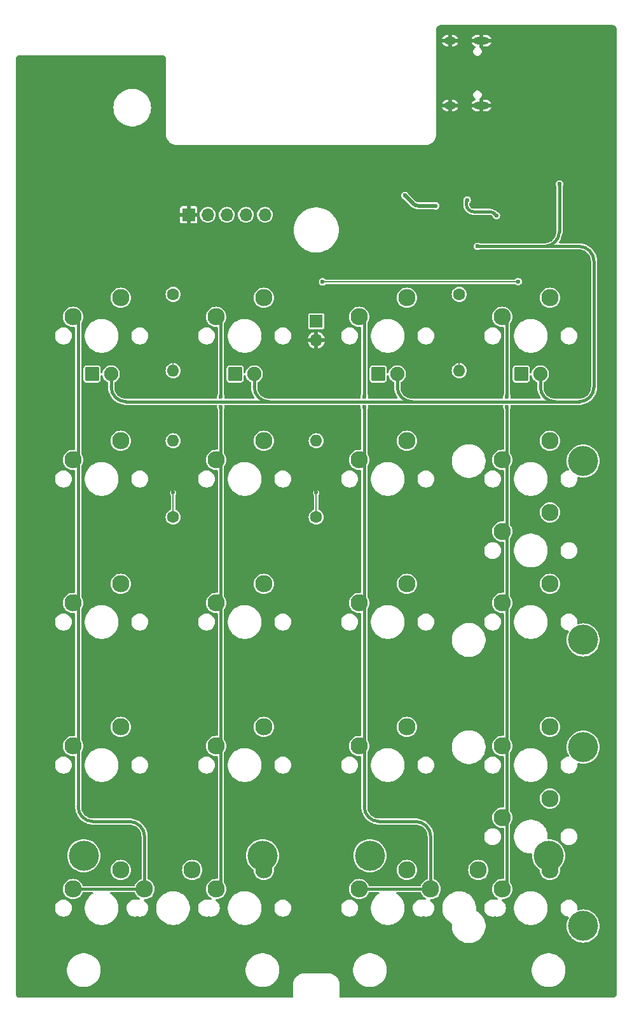
<source format=gbr>
%TF.GenerationSoftware,KiCad,Pcbnew,8.0.2*%
%TF.CreationDate,2024-11-08T17:23:40-08:00*%
%TF.ProjectId,gh80-5700,67683830-2d35-4373-9030-2e6b69636164,rev?*%
%TF.SameCoordinates,Original*%
%TF.FileFunction,Copper,L1,Top*%
%TF.FilePolarity,Positive*%
%FSLAX46Y46*%
G04 Gerber Fmt 4.6, Leading zero omitted, Abs format (unit mm)*
G04 Created by KiCad (PCBNEW 8.0.2) date 2024-11-08 17:23:40*
%MOMM*%
%LPD*%
G01*
G04 APERTURE LIST*
G04 Aperture macros list*
%AMRoundRect*
0 Rectangle with rounded corners*
0 $1 Rounding radius*
0 $2 $3 $4 $5 $6 $7 $8 $9 X,Y pos of 4 corners*
0 Add a 4 corners polygon primitive as box body*
4,1,4,$2,$3,$4,$5,$6,$7,$8,$9,$2,$3,0*
0 Add four circle primitives for the rounded corners*
1,1,$1+$1,$2,$3*
1,1,$1+$1,$4,$5*
1,1,$1+$1,$6,$7*
1,1,$1+$1,$8,$9*
0 Add four rect primitives between the rounded corners*
20,1,$1+$1,$2,$3,$4,$5,0*
20,1,$1+$1,$4,$5,$6,$7,0*
20,1,$1+$1,$6,$7,$8,$9,0*
20,1,$1+$1,$8,$9,$2,$3,0*%
G04 Aperture macros list end*
%TA.AperFunction,ComponentPad*%
%ADD10C,2.300000*%
%TD*%
%TA.AperFunction,ComponentPad*%
%ADD11R,1.700000X1.700000*%
%TD*%
%TA.AperFunction,ComponentPad*%
%ADD12O,1.700000X1.700000*%
%TD*%
%TA.AperFunction,ComponentPad*%
%ADD13RoundRect,0.285750X0.666750X0.666750X-0.666750X0.666750X-0.666750X-0.666750X0.666750X-0.666750X0*%
%TD*%
%TA.AperFunction,ComponentPad*%
%ADD14C,1.905000*%
%TD*%
%TA.AperFunction,ComponentPad*%
%ADD15C,1.600000*%
%TD*%
%TA.AperFunction,ComponentPad*%
%ADD16O,1.600000X1.600000*%
%TD*%
%TA.AperFunction,ComponentPad*%
%ADD17C,4.000000*%
%TD*%
%TA.AperFunction,ComponentPad*%
%ADD18O,1.600000X1.000000*%
%TD*%
%TA.AperFunction,ComponentPad*%
%ADD19O,2.100000X1.000000*%
%TD*%
%TA.AperFunction,ViaPad*%
%ADD20C,0.600000*%
%TD*%
%TA.AperFunction,ViaPad*%
%ADD21C,0.800000*%
%TD*%
%TA.AperFunction,Conductor*%
%ADD22C,0.500000*%
%TD*%
%TA.AperFunction,Conductor*%
%ADD23C,0.400000*%
%TD*%
%TA.AperFunction,Conductor*%
%ADD24C,0.200000*%
%TD*%
G04 APERTURE END LIST*
D10*
%TO.P,MX4,1,1*%
%TO.N,COL0*%
X55721250Y-114141250D03*
%TO.P,MX4,2,2*%
%TO.N,Net-(D8-A)*%
X62071250Y-111601250D03*
%TD*%
%TO.P,MX10,1,1*%
%TO.N,COL1*%
X74771250Y-114141250D03*
%TO.P,MX10,2,2*%
%TO.N,Net-(D13-A)*%
X81121250Y-111601250D03*
%TD*%
%TO.P,MX9,1,1*%
%TO.N,COL1*%
X74771250Y-95091250D03*
%TO.P,MX9,2,2*%
%TO.N,Net-(D12-A)*%
X81121250Y-92551250D03*
%TD*%
%TO.P,MX3,1,1*%
%TO.N,COL0*%
X55721250Y-95091250D03*
%TO.P,MX3,2,2*%
%TO.N,Net-(D7-A)*%
X62071250Y-92551250D03*
%TD*%
%TO.P,MX8,1,1*%
%TO.N,COL1*%
X74771250Y-76041250D03*
%TO.P,MX8,2,2*%
%TO.N,Net-(D11-A)*%
X81121250Y-73501250D03*
%TD*%
%TO.P,MX23,1,1*%
%TO.N,COL3*%
X112871250Y-85566250D03*
%TO.P,MX23,2,2*%
%TO.N,Net-(D21-A)*%
X119221250Y-83026250D03*
%TD*%
%TO.P,MX1,1,1*%
%TO.N,COL0*%
X55721250Y-56991250D03*
%TO.P,MX1,2,2*%
%TO.N,Net-(D5-A)*%
X62071250Y-54451250D03*
%TD*%
%TO.P,MX20,1,1*%
%TO.N,COL3*%
X112871250Y-95091250D03*
%TO.P,MX20,2,2*%
%TO.N,Net-(D22-A)*%
X119221250Y-92551250D03*
%TD*%
%TO.P,MX24,1,1*%
%TO.N,COL3*%
X112871250Y-123666250D03*
%TO.P,MX24,2,2*%
%TO.N,Net-(D23-A)*%
X119221250Y-121126250D03*
%TD*%
%TO.P,MX18,1,1*%
%TO.N,COL3*%
X112871250Y-56991250D03*
%TO.P,MX18,2,2*%
%TO.N,Net-(D20-A)*%
X119221250Y-54451250D03*
%TD*%
%TO.P,MX11,1,1*%
%TO.N,COL1*%
X74771250Y-133191250D03*
%TO.P,MX11,2,2*%
%TO.N,Net-(D14-A)*%
X81121250Y-130651250D03*
%TD*%
%TO.P,MX12,1,1*%
%TO.N,COL2*%
X93821250Y-56991250D03*
%TO.P,MX12,2,2*%
%TO.N,Net-(D15-A)*%
X100171250Y-54451250D03*
%TD*%
%TO.P,MX21,1,1*%
%TO.N,COL3*%
X112871250Y-114141250D03*
%TO.P,MX21,2,2*%
%TO.N,Net-(D23-A)*%
X119221250Y-111601250D03*
%TD*%
%TO.P,MX14,1,1*%
%TO.N,COL2*%
X93821250Y-95091250D03*
%TO.P,MX14,2,2*%
%TO.N,Net-(D17-A)*%
X100171250Y-92551250D03*
%TD*%
%TO.P,MX16,1,1*%
%TO.N,COL2*%
X93821250Y-133191250D03*
%TO.P,MX16,2,2*%
%TO.N,Net-(D19-A)*%
X100171250Y-130651250D03*
%TD*%
%TO.P,MX17,1,1*%
%TO.N,COL2*%
X103346250Y-133191250D03*
%TO.P,MX17,2,2*%
%TO.N,Net-(D19-A)*%
X109696250Y-130651250D03*
%TD*%
%TO.P,MX5,1,1*%
%TO.N,COL0*%
X55721250Y-133191250D03*
%TO.P,MX5,2,2*%
%TO.N,Net-(D9-A)*%
X62071250Y-130651250D03*
%TD*%
%TO.P,MX2,1,1*%
%TO.N,COL0*%
X55721250Y-76041250D03*
%TO.P,MX2,2,2*%
%TO.N,Net-(D6-A)*%
X62071250Y-73501250D03*
%TD*%
%TO.P,MX15,1,1*%
%TO.N,COL2*%
X93821250Y-114141250D03*
%TO.P,MX15,2,2*%
%TO.N,Net-(D18-A)*%
X100171250Y-111601250D03*
%TD*%
%TO.P,MX22,1,1*%
%TO.N,COL3*%
X112871250Y-133191250D03*
%TO.P,MX22,2,2*%
%TO.N,Net-(D24-A)*%
X119221250Y-130651250D03*
%TD*%
%TO.P,MX13,1,1*%
%TO.N,COL2*%
X93821250Y-76041250D03*
%TO.P,MX13,2,2*%
%TO.N,Net-(D16-A)*%
X100171250Y-73501250D03*
%TD*%
%TO.P,MX6,1,1*%
%TO.N,COL0*%
X65246250Y-133191250D03*
%TO.P,MX6,2,2*%
%TO.N,Net-(D9-A)*%
X71596250Y-130651250D03*
%TD*%
%TO.P,MX19,1,1*%
%TO.N,COL3*%
X112871250Y-76041250D03*
%TO.P,MX19,2,2*%
%TO.N,Net-(D21-A)*%
X119221250Y-73501250D03*
%TD*%
%TO.P,MX7,1,1*%
%TO.N,COL1*%
X74771250Y-56991250D03*
%TO.P,MX7,2,2*%
%TO.N,Net-(D10-A)*%
X81121250Y-54451250D03*
%TD*%
D11*
%TO.P,BOOT1,1,Pin_1*%
%TO.N,Net-(BOOT1-Pin_1)*%
X88106250Y-57562500D03*
D12*
%TO.P,BOOT1,2,Pin_2*%
%TO.N,GND*%
X88106250Y-60102500D03*
%TD*%
D13*
%TO.P,D3,1,K*%
%TO.N,Net-(D3-K)*%
X96361250Y-64611750D03*
D14*
%TO.P,D3,2,A*%
%TO.N,+3V3*%
X98901250Y-64611750D03*
%TD*%
D15*
%TO.P,R6,1*%
%TO.N,LED_DIV*%
X69056250Y-54000000D03*
D16*
%TO.P,R6,2*%
%TO.N,Net-(D2-K)*%
X69056250Y-64160000D03*
%TD*%
D11*
%TO.P,J2,1,Pin_1*%
%TO.N,GND*%
X71120000Y-43400000D03*
D12*
%TO.P,J2,2,Pin_2*%
%TO.N,RESET*%
X73660000Y-43400000D03*
%TO.P,J2,3,Pin_3*%
%TO.N,SWD*%
X76200000Y-43400000D03*
%TO.P,J2,4,Pin_4*%
%TO.N,SWC*%
X78740000Y-43400000D03*
%TO.P,J2,5,Pin_5*%
%TO.N,+3V3*%
X81280000Y-43400000D03*
%TD*%
D13*
%TO.P,D2,1,K*%
%TO.N,Net-(D2-K)*%
X77311250Y-64611750D03*
D14*
%TO.P,D2,2,A*%
%TO.N,+3V3*%
X79851250Y-64611750D03*
%TD*%
D17*
%TO.P,S2,*%
%TO.N,*%
X119062500Y-128746250D03*
X95250000Y-128746250D03*
%TD*%
D15*
%TO.P,R10,1*%
%TO.N,LED_MINUS*%
X107156250Y-54000000D03*
D16*
%TO.P,R10,2*%
%TO.N,Net-(D4-K)*%
X107156250Y-64160000D03*
%TD*%
D17*
%TO.P,S4,*%
%TO.N,*%
X123666250Y-100012500D03*
X123666250Y-76200000D03*
%TD*%
D15*
%TO.P,R4,1*%
%TO.N,LED_NLK*%
X69056250Y-83661250D03*
D16*
%TO.P,R4,2*%
%TO.N,Net-(D1-K)*%
X69056250Y-73501250D03*
%TD*%
D15*
%TO.P,R8,1*%
%TO.N,LED_MULT*%
X88106250Y-83661250D03*
D16*
%TO.P,R8,2*%
%TO.N,Net-(D3-K)*%
X88106250Y-73501250D03*
%TD*%
D17*
%TO.P,S3,*%
%TO.N,*%
X123666250Y-138112500D03*
X123666250Y-114300000D03*
%TD*%
D13*
%TO.P,D1,1,K*%
%TO.N,Net-(D1-K)*%
X58261250Y-64611750D03*
D14*
%TO.P,D1,2,A*%
%TO.N,+3V3*%
X60801250Y-64611750D03*
%TD*%
D13*
%TO.P,D4,1,K*%
%TO.N,Net-(D4-K)*%
X115411250Y-64611750D03*
D14*
%TO.P,D4,2,A*%
%TO.N,+3V3*%
X117951250Y-64611750D03*
%TD*%
D17*
%TO.P,S1,*%
%TO.N,*%
X80962500Y-128746250D03*
X57150000Y-128746250D03*
%TD*%
D18*
%TO.P,J1,S1,SHIELD*%
%TO.N,GND*%
X105940000Y-28851200D03*
D19*
X110120000Y-28851200D03*
D18*
X105940000Y-20211200D03*
D19*
X110120000Y-20211200D03*
%TD*%
D20*
%TO.N,GND*%
X99261472Y-43600000D03*
X121250000Y-40100000D03*
X117800000Y-81400000D03*
X101600000Y-44000000D03*
X118500000Y-23750000D03*
X117300000Y-35550000D03*
X109000000Y-36100000D03*
X103900000Y-49000000D03*
X105150000Y-42750000D03*
D21*
X114000000Y-23800000D03*
D20*
X113900000Y-26600000D03*
X97150000Y-38600000D03*
X105150000Y-41750000D03*
X107200000Y-32600000D03*
X119800000Y-41500000D03*
X74900000Y-38550000D03*
X97200000Y-41300000D03*
X93740000Y-43800000D03*
X117900000Y-28350000D03*
X113800000Y-42600000D03*
X114900000Y-33700000D03*
X106150000Y-43750000D03*
X77400000Y-44900000D03*
X80100000Y-38550000D03*
X71100000Y-42000000D03*
X106150000Y-41750000D03*
X105150000Y-43750000D03*
X105350000Y-36270000D03*
X72800000Y-37500000D03*
X102000000Y-37600000D03*
X116400000Y-22600000D03*
X116900000Y-43200000D03*
X107150000Y-42750000D03*
X106150000Y-42750000D03*
X120500000Y-36300000D03*
X121106774Y-46357204D03*
X125990000Y-32800000D03*
X107150000Y-41750000D03*
X117800000Y-119500000D03*
X117350000Y-40100000D03*
X115373020Y-46830343D03*
X120200000Y-30150000D03*
X109700000Y-48600000D03*
X77500000Y-38550000D03*
X118530057Y-46821612D03*
X107150000Y-43750000D03*
%TO.N,+1V1*%
X99925270Y-40824730D03*
X108200002Y-41440000D03*
X112100000Y-43500000D03*
X103999998Y-42200000D03*
%TO.N,+3V3*%
X120500000Y-39300000D03*
X109600000Y-47600000D03*
%TO.N,COL1*%
X75400000Y-67600000D03*
X75400000Y-69000000D03*
%TO.N,COL2*%
X94500000Y-67600000D03*
X94500000Y-69000000D03*
%TO.N,COL3*%
X113500000Y-67600000D03*
X113500000Y-69000000D03*
%TO.N,LED_NLK*%
X69050000Y-80325000D03*
%TO.N,Q_CS*%
X88950000Y-52325000D03*
X115000000Y-52300000D03*
%TO.N,LED_MULT*%
X88100000Y-80325000D03*
%TO.N,Net-(D2-K)*%
X69050000Y-61275000D03*
%TO.N,Net-(D4-K)*%
X107150000Y-61275000D03*
%TD*%
D22*
%TO.N,GND*%
X105940000Y-28851200D02*
X110120000Y-28851200D01*
X105940000Y-20211200D02*
X110120000Y-20211200D01*
D23*
%TO.N,+1V1*%
X108100000Y-41540002D02*
X108100000Y-42000000D01*
D22*
X101007647Y-41907107D02*
X99925270Y-40824730D01*
D23*
X109100000Y-43000000D02*
X111185786Y-43000000D01*
X108200002Y-41440000D02*
X108100000Y-41540002D01*
D22*
X103999998Y-42200000D02*
X101714754Y-42200000D01*
D23*
X111892893Y-43292893D02*
X112100000Y-43500000D01*
X108100000Y-42000000D02*
G75*
G03*
X109100000Y-43000000I1000000J0D01*
G01*
X111892893Y-43292893D02*
G75*
G03*
X111185786Y-43000010I-707093J-707107D01*
G01*
D22*
X101714754Y-42200000D02*
G75*
G02*
X101007670Y-41907084I46J1000000D01*
G01*
D23*
%TO.N,+3V3*%
X79851250Y-64611750D02*
X79851250Y-66300000D01*
X62801250Y-68300000D02*
X81851250Y-68300000D01*
X118500000Y-47600000D02*
X109600000Y-47600000D01*
X125100000Y-49600000D02*
X125100000Y-61300000D01*
X100901250Y-68300000D02*
X119951250Y-68300000D01*
X81851250Y-68300000D02*
X100901250Y-68300000D01*
X119951250Y-68300000D02*
X123100000Y-68300000D01*
X98901250Y-64611750D02*
X98901250Y-66300000D01*
X125100000Y-61300000D02*
X125100000Y-66300000D01*
X120500000Y-39300000D02*
X120500000Y-45600000D01*
X117951250Y-64611750D02*
X117951250Y-66300000D01*
X117951250Y-64611750D02*
X117963000Y-64600000D01*
X118700000Y-47600000D02*
X123100000Y-47600000D01*
X60801250Y-66300000D02*
X60801250Y-64611750D01*
X119951250Y-68300000D02*
G75*
G02*
X117951200Y-66300000I-50J2000000D01*
G01*
X62801250Y-68300000D02*
G75*
G02*
X60801200Y-66300000I-50J2000000D01*
G01*
X123100000Y-47600000D02*
G75*
G02*
X125100000Y-49600000I0J-2000000D01*
G01*
X79851250Y-66300000D02*
G75*
G03*
X81851250Y-68299950I1999950J0D01*
G01*
X98901250Y-66300000D02*
G75*
G03*
X100901250Y-68299950I1999950J0D01*
G01*
X123100000Y-68300000D02*
G75*
G03*
X125100000Y-66300000I0J2000000D01*
G01*
X120500000Y-45600000D02*
G75*
G02*
X118500000Y-47600000I-2000000J0D01*
G01*
%TO.N,COL0*%
X55721250Y-133191250D02*
X65246250Y-133191250D01*
X63246250Y-124200000D02*
X58400000Y-124200000D01*
X55741250Y-114141250D02*
X56400000Y-114800000D01*
X55721250Y-114141250D02*
X55741250Y-114141250D01*
X65246250Y-133191250D02*
X65246250Y-126200000D01*
X56400000Y-57670000D02*
X56400000Y-122200000D01*
X55721250Y-56991250D02*
X56400000Y-57670000D01*
X63246250Y-124200000D02*
G75*
G02*
X65246300Y-126200000I50J-2000000D01*
G01*
X58400000Y-124200000D02*
G75*
G02*
X56400000Y-122200000I0J2000000D01*
G01*
%TO.N,COL1*%
X75400000Y-70000000D02*
X75400000Y-69000000D01*
X74771250Y-133128750D02*
X75400000Y-132500000D01*
X74771250Y-95091250D02*
X74808750Y-95091250D01*
X74771250Y-133191250D02*
X74771250Y-133128750D01*
X75400000Y-57620000D02*
X74771250Y-56991250D01*
X75400000Y-67600000D02*
X75400000Y-57620000D01*
X75400000Y-132500000D02*
X75400000Y-130900000D01*
X75400000Y-130900000D02*
X75400000Y-70000000D01*
%TO.N,COL2*%
X94500000Y-70000000D02*
X94500000Y-69000000D01*
X93821250Y-133191250D02*
X103346250Y-133191250D01*
X94500000Y-70000000D02*
X94500000Y-122200000D01*
X93821250Y-56991250D02*
X93821250Y-57021250D01*
X103346250Y-126200000D02*
X103346250Y-133191250D01*
X93821250Y-57021250D02*
X94500000Y-57700000D01*
X96500000Y-124200000D02*
X101346250Y-124200000D01*
X94500000Y-57700000D02*
X94500000Y-67600000D01*
X96500000Y-124200000D02*
G75*
G02*
X94500000Y-122200000I0J2000000D01*
G01*
X101346250Y-124200000D02*
G75*
G02*
X103346300Y-126200000I50J-2000000D01*
G01*
%TO.N,COL3*%
X113500000Y-130900000D02*
X113500000Y-70000000D01*
X113500000Y-57620000D02*
X113500000Y-67600000D01*
X113500000Y-70000000D02*
X113500000Y-69000000D01*
X112871250Y-56991250D02*
X113500000Y-57620000D01*
X112871250Y-133128750D02*
X113500000Y-132500000D01*
X113500000Y-132500000D02*
X113500000Y-130900000D01*
X112871250Y-133191250D02*
X112871250Y-133128750D01*
D24*
%TO.N,LED_NLK*%
X69056250Y-80331250D02*
X69050000Y-80325000D01*
X69056250Y-83661250D02*
X69056250Y-80331250D01*
%TO.N,Q_CS*%
X114975000Y-52325000D02*
X115000000Y-52300000D01*
X88950000Y-52325000D02*
X114975000Y-52325000D01*
%TO.N,LED_MULT*%
X88106250Y-80331250D02*
X88100000Y-80325000D01*
X88106250Y-83661250D02*
X88106250Y-80331250D01*
%TO.N,Net-(D2-K)*%
X69056250Y-64160000D02*
X69056250Y-61281250D01*
X69056250Y-61281250D02*
X69050000Y-61275000D01*
%TO.N,Net-(D4-K)*%
X107156250Y-61281250D02*
X107150000Y-61275000D01*
X107156250Y-64160000D02*
X107156250Y-61281250D01*
%TD*%
%TA.AperFunction,Conductor*%
%TO.N,GND*%
G36*
X127540404Y-18131751D02*
G01*
X127599385Y-18131750D01*
X127613158Y-18132516D01*
X127702817Y-18142537D01*
X127729683Y-18148619D01*
X127808351Y-18175910D01*
X127833207Y-18187771D01*
X127903911Y-18231760D01*
X127925535Y-18248817D01*
X127984775Y-18307324D01*
X128002104Y-18328740D01*
X128046967Y-18398888D01*
X128059139Y-18423599D01*
X128087405Y-18501911D01*
X128093822Y-18528702D01*
X128104802Y-18616970D01*
X128105750Y-18632277D01*
X128105750Y-147107789D01*
X128105749Y-147107807D01*
X128105749Y-147174333D01*
X128104969Y-147188215D01*
X128094792Y-147278547D01*
X128088614Y-147305618D01*
X128060902Y-147384817D01*
X128048853Y-147409838D01*
X128004216Y-147480875D01*
X127986903Y-147502584D01*
X127927572Y-147561913D01*
X127905862Y-147579225D01*
X127834819Y-147623862D01*
X127809799Y-147635910D01*
X127730606Y-147663617D01*
X127703534Y-147669795D01*
X127613193Y-147679970D01*
X127599311Y-147680749D01*
X127555958Y-147680747D01*
X127540383Y-147680747D01*
X127540382Y-147680747D01*
X127532143Y-147680747D01*
X127532099Y-147680750D01*
X91330750Y-147680750D01*
X91263711Y-147661065D01*
X91217956Y-147608261D01*
X91206750Y-147556750D01*
X91206750Y-145949358D01*
X91206758Y-145947912D01*
X91206952Y-145931277D01*
X91208000Y-145841485D01*
X91179598Y-145627061D01*
X91120741Y-145418927D01*
X91032644Y-145221384D01*
X91024592Y-145208638D01*
X90917134Y-145038525D01*
X90917128Y-145038516D01*
X90907952Y-145027782D01*
X90776584Y-144874105D01*
X90766671Y-144865418D01*
X90613913Y-144731547D01*
X90432479Y-144613790D01*
X90353656Y-144577469D01*
X90236038Y-144523271D01*
X90236033Y-144523269D01*
X90236030Y-144523268D01*
X90028657Y-144461860D01*
X90028651Y-144461858D01*
X89814586Y-144430819D01*
X89780677Y-144430797D01*
X89779959Y-144430750D01*
X89772284Y-144430750D01*
X89706438Y-144430750D01*
X89706410Y-144430749D01*
X89632340Y-144430743D01*
X89632236Y-144430750D01*
X86509352Y-144430750D01*
X86508879Y-144430749D01*
X86404702Y-144430351D01*
X86404698Y-144430352D01*
X86191591Y-144460203D01*
X86191590Y-144460203D01*
X85984931Y-144520150D01*
X85788928Y-144608974D01*
X85607608Y-144724850D01*
X85444680Y-144865406D01*
X85444668Y-144865418D01*
X85303459Y-145027782D01*
X85303458Y-145027784D01*
X85186857Y-145208638D01*
X85097251Y-145404278D01*
X85097249Y-145404285D01*
X85036474Y-145610703D01*
X85036473Y-145610706D01*
X85005771Y-145823675D01*
X85005770Y-145823688D01*
X85005763Y-145857855D01*
X85005750Y-145858081D01*
X85005750Y-145931279D01*
X85005749Y-146007157D01*
X85005750Y-146007170D01*
X85005750Y-147556750D01*
X84986065Y-147623789D01*
X84933261Y-147669544D01*
X84881750Y-147680750D01*
X48613260Y-147680750D01*
X48599375Y-147679970D01*
X48580533Y-147677846D01*
X48509035Y-147669789D01*
X48481966Y-147663610D01*
X48402765Y-147635895D01*
X48377749Y-147623846D01*
X48306705Y-147579202D01*
X48285000Y-147561890D01*
X48225671Y-147502553D01*
X48208359Y-147480842D01*
X48163724Y-147409794D01*
X48151680Y-147384778D01*
X48123974Y-147305579D01*
X48117798Y-147278507D01*
X48114260Y-147247077D01*
X48107604Y-147187941D01*
X48106827Y-147174086D01*
X48106835Y-147115350D01*
X48106834Y-147115346D01*
X48106835Y-147107911D01*
X48106750Y-147106596D01*
X48106750Y-143839144D01*
X54905600Y-143839144D01*
X54905600Y-144133356D01*
X54944002Y-144425050D01*
X54994575Y-144613792D01*
X55020152Y-144709244D01*
X55132734Y-144981044D01*
X55132742Y-144981060D01*
X55279840Y-145235839D01*
X55279851Y-145235855D01*
X55458948Y-145469259D01*
X55458954Y-145469266D01*
X55666983Y-145677295D01*
X55666989Y-145677300D01*
X55900403Y-145856405D01*
X55903306Y-145858081D01*
X56155189Y-146003507D01*
X56155205Y-146003515D01*
X56427005Y-146116097D01*
X56427007Y-146116097D01*
X56427013Y-146116100D01*
X56711200Y-146192248D01*
X57002894Y-146230650D01*
X57002901Y-146230650D01*
X57297099Y-146230650D01*
X57297106Y-146230650D01*
X57588800Y-146192248D01*
X57872987Y-146116100D01*
X57946318Y-146085725D01*
X58144794Y-146003515D01*
X58144797Y-146003513D01*
X58144803Y-146003511D01*
X58399597Y-145856405D01*
X58633011Y-145677300D01*
X58841050Y-145469261D01*
X59020155Y-145235847D01*
X59167261Y-144981053D01*
X59279850Y-144709237D01*
X59355998Y-144425050D01*
X59394400Y-144133356D01*
X59394400Y-143839144D01*
X78718100Y-143839144D01*
X78718100Y-144133356D01*
X78756502Y-144425050D01*
X78807075Y-144613792D01*
X78832652Y-144709244D01*
X78945234Y-144981044D01*
X78945242Y-144981060D01*
X79092340Y-145235839D01*
X79092351Y-145235855D01*
X79271448Y-145469259D01*
X79271454Y-145469266D01*
X79479483Y-145677295D01*
X79479489Y-145677300D01*
X79712903Y-145856405D01*
X79715806Y-145858081D01*
X79967689Y-146003507D01*
X79967705Y-146003515D01*
X80239505Y-146116097D01*
X80239507Y-146116097D01*
X80239513Y-146116100D01*
X80523700Y-146192248D01*
X80815394Y-146230650D01*
X80815401Y-146230650D01*
X81109599Y-146230650D01*
X81109606Y-146230650D01*
X81401300Y-146192248D01*
X81685487Y-146116100D01*
X81758818Y-146085725D01*
X81957294Y-146003515D01*
X81957297Y-146003513D01*
X81957303Y-146003511D01*
X82212097Y-145856405D01*
X82445511Y-145677300D01*
X82653550Y-145469261D01*
X82832655Y-145235847D01*
X82979761Y-144981053D01*
X83092350Y-144709237D01*
X83168498Y-144425050D01*
X83206900Y-144133356D01*
X83206900Y-143839144D01*
X93005600Y-143839144D01*
X93005600Y-144133356D01*
X93044002Y-144425050D01*
X93094575Y-144613792D01*
X93120152Y-144709244D01*
X93232734Y-144981044D01*
X93232742Y-144981060D01*
X93379840Y-145235839D01*
X93379851Y-145235855D01*
X93558948Y-145469259D01*
X93558954Y-145469266D01*
X93766983Y-145677295D01*
X93766989Y-145677300D01*
X94000403Y-145856405D01*
X94003306Y-145858081D01*
X94255189Y-146003507D01*
X94255205Y-146003515D01*
X94527005Y-146116097D01*
X94527007Y-146116097D01*
X94527013Y-146116100D01*
X94811200Y-146192248D01*
X95102894Y-146230650D01*
X95102901Y-146230650D01*
X95397099Y-146230650D01*
X95397106Y-146230650D01*
X95688800Y-146192248D01*
X95972987Y-146116100D01*
X96046318Y-146085725D01*
X96244794Y-146003515D01*
X96244797Y-146003513D01*
X96244803Y-146003511D01*
X96499597Y-145856405D01*
X96733011Y-145677300D01*
X96941050Y-145469261D01*
X97120155Y-145235847D01*
X97267261Y-144981053D01*
X97379850Y-144709237D01*
X97455998Y-144425050D01*
X97494400Y-144133356D01*
X97494400Y-143839144D01*
X116818100Y-143839144D01*
X116818100Y-144133356D01*
X116856502Y-144425050D01*
X116907075Y-144613792D01*
X116932652Y-144709244D01*
X117045234Y-144981044D01*
X117045242Y-144981060D01*
X117192340Y-145235839D01*
X117192351Y-145235855D01*
X117371448Y-145469259D01*
X117371454Y-145469266D01*
X117579483Y-145677295D01*
X117579489Y-145677300D01*
X117812903Y-145856405D01*
X117815806Y-145858081D01*
X118067689Y-146003507D01*
X118067705Y-146003515D01*
X118339505Y-146116097D01*
X118339507Y-146116097D01*
X118339513Y-146116100D01*
X118623700Y-146192248D01*
X118915394Y-146230650D01*
X118915401Y-146230650D01*
X119209599Y-146230650D01*
X119209606Y-146230650D01*
X119501300Y-146192248D01*
X119785487Y-146116100D01*
X119858818Y-146085725D01*
X120057294Y-146003515D01*
X120057297Y-146003513D01*
X120057303Y-146003511D01*
X120312097Y-145856405D01*
X120545511Y-145677300D01*
X120753550Y-145469261D01*
X120932655Y-145235847D01*
X121079761Y-144981053D01*
X121192350Y-144709237D01*
X121268498Y-144425050D01*
X121306900Y-144133356D01*
X121306900Y-143839144D01*
X121268498Y-143547450D01*
X121192350Y-143263263D01*
X121192347Y-143263255D01*
X121079765Y-142991455D01*
X121079757Y-142991439D01*
X120932659Y-142736660D01*
X120932655Y-142736653D01*
X120753550Y-142503239D01*
X120753545Y-142503233D01*
X120545516Y-142295204D01*
X120545509Y-142295198D01*
X120312105Y-142116101D01*
X120312103Y-142116099D01*
X120312097Y-142116095D01*
X120312092Y-142116092D01*
X120312089Y-142116090D01*
X120057310Y-141968992D01*
X120057294Y-141968984D01*
X119785494Y-141856402D01*
X119501296Y-141780251D01*
X119209616Y-141741851D01*
X119209611Y-141741850D01*
X119209606Y-141741850D01*
X118915394Y-141741850D01*
X118915388Y-141741850D01*
X118915383Y-141741851D01*
X118623703Y-141780251D01*
X118339505Y-141856402D01*
X118067705Y-141968984D01*
X118067689Y-141968992D01*
X117812910Y-142116090D01*
X117812894Y-142116101D01*
X117579490Y-142295198D01*
X117579483Y-142295204D01*
X117371454Y-142503233D01*
X117371448Y-142503240D01*
X117192351Y-142736644D01*
X117192340Y-142736660D01*
X117045242Y-142991439D01*
X117045234Y-142991455D01*
X116932652Y-143263255D01*
X116856501Y-143547453D01*
X116818101Y-143839133D01*
X116818100Y-143839144D01*
X97494400Y-143839144D01*
X97455998Y-143547450D01*
X97379850Y-143263263D01*
X97379847Y-143263255D01*
X97267265Y-142991455D01*
X97267257Y-142991439D01*
X97120159Y-142736660D01*
X97120155Y-142736653D01*
X96941050Y-142503239D01*
X96941045Y-142503233D01*
X96733016Y-142295204D01*
X96733009Y-142295198D01*
X96499605Y-142116101D01*
X96499603Y-142116099D01*
X96499597Y-142116095D01*
X96499592Y-142116092D01*
X96499589Y-142116090D01*
X96244810Y-141968992D01*
X96244794Y-141968984D01*
X95972994Y-141856402D01*
X95688796Y-141780251D01*
X95397116Y-141741851D01*
X95397111Y-141741850D01*
X95397106Y-141741850D01*
X95102894Y-141741850D01*
X95102888Y-141741850D01*
X95102883Y-141741851D01*
X94811203Y-141780251D01*
X94527005Y-141856402D01*
X94255205Y-141968984D01*
X94255189Y-141968992D01*
X94000410Y-142116090D01*
X94000394Y-142116101D01*
X93766990Y-142295198D01*
X93766983Y-142295204D01*
X93558954Y-142503233D01*
X93558948Y-142503240D01*
X93379851Y-142736644D01*
X93379840Y-142736660D01*
X93232742Y-142991439D01*
X93232734Y-142991455D01*
X93120152Y-143263255D01*
X93044001Y-143547453D01*
X93005601Y-143839133D01*
X93005600Y-143839144D01*
X83206900Y-143839144D01*
X83168498Y-143547450D01*
X83092350Y-143263263D01*
X83092347Y-143263255D01*
X82979765Y-142991455D01*
X82979757Y-142991439D01*
X82832659Y-142736660D01*
X82832655Y-142736653D01*
X82653550Y-142503239D01*
X82653545Y-142503233D01*
X82445516Y-142295204D01*
X82445509Y-142295198D01*
X82212105Y-142116101D01*
X82212103Y-142116099D01*
X82212097Y-142116095D01*
X82212092Y-142116092D01*
X82212089Y-142116090D01*
X81957310Y-141968992D01*
X81957294Y-141968984D01*
X81685494Y-141856402D01*
X81401296Y-141780251D01*
X81109616Y-141741851D01*
X81109611Y-141741850D01*
X81109606Y-141741850D01*
X80815394Y-141741850D01*
X80815388Y-141741850D01*
X80815383Y-141741851D01*
X80523703Y-141780251D01*
X80239505Y-141856402D01*
X79967705Y-141968984D01*
X79967689Y-141968992D01*
X79712910Y-142116090D01*
X79712894Y-142116101D01*
X79479490Y-142295198D01*
X79479483Y-142295204D01*
X79271454Y-142503233D01*
X79271448Y-142503240D01*
X79092351Y-142736644D01*
X79092340Y-142736660D01*
X78945242Y-142991439D01*
X78945234Y-142991455D01*
X78832652Y-143263255D01*
X78756501Y-143547453D01*
X78718101Y-143839133D01*
X78718100Y-143839144D01*
X59394400Y-143839144D01*
X59355998Y-143547450D01*
X59279850Y-143263263D01*
X59279847Y-143263255D01*
X59167265Y-142991455D01*
X59167257Y-142991439D01*
X59020159Y-142736660D01*
X59020155Y-142736653D01*
X58841050Y-142503239D01*
X58841045Y-142503233D01*
X58633016Y-142295204D01*
X58633009Y-142295198D01*
X58399605Y-142116101D01*
X58399603Y-142116099D01*
X58399597Y-142116095D01*
X58399592Y-142116092D01*
X58399589Y-142116090D01*
X58144810Y-141968992D01*
X58144794Y-141968984D01*
X57872994Y-141856402D01*
X57588796Y-141780251D01*
X57297116Y-141741851D01*
X57297111Y-141741850D01*
X57297106Y-141741850D01*
X57002894Y-141741850D01*
X57002888Y-141741850D01*
X57002883Y-141741851D01*
X56711203Y-141780251D01*
X56427005Y-141856402D01*
X56155205Y-141968984D01*
X56155189Y-141968992D01*
X55900410Y-142116090D01*
X55900394Y-142116101D01*
X55666990Y-142295198D01*
X55666983Y-142295204D01*
X55458954Y-142503233D01*
X55458948Y-142503240D01*
X55279851Y-142736644D01*
X55279840Y-142736660D01*
X55132742Y-142991439D01*
X55132734Y-142991455D01*
X55020152Y-143263255D01*
X54944001Y-143547453D01*
X54905601Y-143839133D01*
X54905600Y-143839144D01*
X48106750Y-143839144D01*
X48106750Y-135642671D01*
X53325750Y-135642671D01*
X53325750Y-135819828D01*
X53353464Y-135994806D01*
X53408206Y-136163289D01*
X53408207Y-136163292D01*
X53488636Y-136321140D01*
X53592767Y-136464464D01*
X53718036Y-136589733D01*
X53861360Y-136693864D01*
X53924534Y-136726053D01*
X54019207Y-136774292D01*
X54019210Y-136774293D01*
X54103451Y-136801664D01*
X54187695Y-136829036D01*
X54362671Y-136856750D01*
X54362672Y-136856750D01*
X54539828Y-136856750D01*
X54539829Y-136856750D01*
X54714805Y-136829036D01*
X54883292Y-136774292D01*
X55041140Y-136693864D01*
X55184464Y-136589733D01*
X55309733Y-136464464D01*
X55413864Y-136321140D01*
X55494292Y-136163292D01*
X55549036Y-135994805D01*
X55576750Y-135819829D01*
X55576750Y-135642671D01*
X55549036Y-135467695D01*
X55494292Y-135299208D01*
X55494292Y-135299207D01*
X55413863Y-135141359D01*
X55309733Y-134998036D01*
X55184464Y-134872767D01*
X55041140Y-134768636D01*
X54977982Y-134736455D01*
X54883292Y-134688207D01*
X54883289Y-134688206D01*
X54714806Y-134633464D01*
X54627317Y-134619607D01*
X54539829Y-134605750D01*
X54362671Y-134605750D01*
X54304345Y-134614988D01*
X54187693Y-134633464D01*
X54019210Y-134688206D01*
X54019207Y-134688207D01*
X53861359Y-134768636D01*
X53779588Y-134828046D01*
X53718036Y-134872767D01*
X53718034Y-134872769D01*
X53718033Y-134872769D01*
X53592769Y-134998033D01*
X53592769Y-134998034D01*
X53592767Y-134998036D01*
X53585337Y-135008263D01*
X53488636Y-135141359D01*
X53408207Y-135299207D01*
X53408206Y-135299210D01*
X53353464Y-135467693D01*
X53325750Y-135642671D01*
X48106750Y-135642671D01*
X48106750Y-128746250D01*
X54944778Y-128746250D01*
X54963644Y-129034087D01*
X54963646Y-129034099D01*
X55019917Y-129316995D01*
X55019921Y-129317010D01*
X55112642Y-129590155D01*
X55240219Y-129848856D01*
X55240223Y-129848863D01*
X55400478Y-130088702D01*
X55590672Y-130305577D01*
X55807547Y-130495771D01*
X56040237Y-130651249D01*
X56047389Y-130656028D01*
X56306098Y-130783609D01*
X56579247Y-130876331D01*
X56862161Y-130932606D01*
X57150000Y-130951472D01*
X57437839Y-130932606D01*
X57720753Y-130876331D01*
X57993902Y-130783609D01*
X58252611Y-130656028D01*
X58259763Y-130651249D01*
X60715591Y-130651249D01*
X60715591Y-130651250D01*
X60736186Y-130886653D01*
X60736188Y-130886663D01*
X60797344Y-131114905D01*
X60797346Y-131114909D01*
X60797347Y-131114913D01*
X60897215Y-131329080D01*
X60897217Y-131329084D01*
X61005531Y-131483771D01*
X61032755Y-131522651D01*
X61199849Y-131689745D01*
X61243396Y-131720237D01*
X61393415Y-131825282D01*
X61393417Y-131825283D01*
X61393420Y-131825285D01*
X61607587Y-131925153D01*
X61835842Y-131986313D01*
X62024168Y-132002789D01*
X62071249Y-132006909D01*
X62071250Y-132006909D01*
X62071251Y-132006909D01*
X62110484Y-132003476D01*
X62306658Y-131986313D01*
X62534913Y-131925153D01*
X62749080Y-131825285D01*
X62942651Y-131689745D01*
X63109745Y-131522651D01*
X63245285Y-131329080D01*
X63345153Y-131114913D01*
X63406313Y-130886658D01*
X63426909Y-130651250D01*
X63406313Y-130415842D01*
X63345153Y-130187587D01*
X63245285Y-129973421D01*
X63109745Y-129779849D01*
X63109744Y-129779847D01*
X62942652Y-129612756D01*
X62942645Y-129612751D01*
X62749084Y-129477217D01*
X62749080Y-129477215D01*
X62749078Y-129477214D01*
X62534913Y-129377347D01*
X62534909Y-129377346D01*
X62534905Y-129377344D01*
X62306663Y-129316188D01*
X62306653Y-129316186D01*
X62071251Y-129295591D01*
X62071249Y-129295591D01*
X61835846Y-129316186D01*
X61835836Y-129316188D01*
X61607594Y-129377344D01*
X61607585Y-129377348D01*
X61393421Y-129477214D01*
X61393419Y-129477215D01*
X61199847Y-129612755D01*
X61032755Y-129779847D01*
X60897215Y-129973419D01*
X60897214Y-129973421D01*
X60797348Y-130187585D01*
X60797344Y-130187594D01*
X60736188Y-130415836D01*
X60736186Y-130415846D01*
X60715591Y-130651249D01*
X58259763Y-130651249D01*
X58492454Y-130495770D01*
X58709327Y-130305577D01*
X58899520Y-130088704D01*
X59059778Y-129848861D01*
X59187359Y-129590152D01*
X59280081Y-129317003D01*
X59336356Y-129034089D01*
X59355222Y-128746250D01*
X59336356Y-128458411D01*
X59280081Y-128175497D01*
X59187359Y-127902348D01*
X59059778Y-127643639D01*
X58934305Y-127455855D01*
X58899521Y-127403797D01*
X58709327Y-127186922D01*
X58492452Y-126996728D01*
X58252613Y-126836473D01*
X58252606Y-126836469D01*
X57993905Y-126708892D01*
X57720760Y-126616171D01*
X57720754Y-126616169D01*
X57720753Y-126616169D01*
X57720751Y-126616168D01*
X57720745Y-126616167D01*
X57437849Y-126559896D01*
X57437839Y-126559894D01*
X57150000Y-126541028D01*
X56862161Y-126559894D01*
X56862155Y-126559895D01*
X56862150Y-126559896D01*
X56579254Y-126616167D01*
X56579239Y-126616171D01*
X56306094Y-126708892D01*
X56047393Y-126836469D01*
X56047386Y-126836473D01*
X55807547Y-126996728D01*
X55590672Y-127186922D01*
X55400478Y-127403797D01*
X55240223Y-127643636D01*
X55240219Y-127643643D01*
X55112642Y-127902344D01*
X55019921Y-128175489D01*
X55019917Y-128175504D01*
X54987973Y-128336100D01*
X54963644Y-128458411D01*
X54955494Y-128582760D01*
X54944778Y-128746250D01*
X48106750Y-128746250D01*
X48106750Y-116592671D01*
X53325750Y-116592671D01*
X53325750Y-116769828D01*
X53353464Y-116944806D01*
X53408206Y-117113289D01*
X53408207Y-117113292D01*
X53488636Y-117271140D01*
X53592767Y-117414464D01*
X53718036Y-117539733D01*
X53861360Y-117643864D01*
X53924534Y-117676053D01*
X54019207Y-117724292D01*
X54019210Y-117724293D01*
X54103451Y-117751664D01*
X54187695Y-117779036D01*
X54362671Y-117806750D01*
X54362672Y-117806750D01*
X54539828Y-117806750D01*
X54539829Y-117806750D01*
X54714805Y-117779036D01*
X54883292Y-117724292D01*
X55041140Y-117643864D01*
X55184464Y-117539733D01*
X55309733Y-117414464D01*
X55413864Y-117271140D01*
X55494292Y-117113292D01*
X55549036Y-116944805D01*
X55576750Y-116769829D01*
X55576750Y-116592671D01*
X55549036Y-116417695D01*
X55516405Y-116317265D01*
X55494293Y-116249210D01*
X55494292Y-116249207D01*
X55413863Y-116091359D01*
X55383465Y-116049520D01*
X55309733Y-115948036D01*
X55184464Y-115822767D01*
X55041140Y-115718636D01*
X54977982Y-115686455D01*
X54883292Y-115638207D01*
X54883289Y-115638206D01*
X54714806Y-115583464D01*
X54627317Y-115569607D01*
X54539829Y-115555750D01*
X54362671Y-115555750D01*
X54304345Y-115564988D01*
X54187693Y-115583464D01*
X54019210Y-115638206D01*
X54019207Y-115638207D01*
X53861359Y-115718636D01*
X53779588Y-115778046D01*
X53718036Y-115822767D01*
X53718034Y-115822769D01*
X53718033Y-115822769D01*
X53592769Y-115948033D01*
X53592769Y-115948034D01*
X53592767Y-115948036D01*
X53561515Y-115991051D01*
X53488636Y-116091359D01*
X53408207Y-116249207D01*
X53408206Y-116249210D01*
X53353464Y-116417693D01*
X53325750Y-116592671D01*
X48106750Y-116592671D01*
X48106750Y-97542671D01*
X53325750Y-97542671D01*
X53325750Y-97719828D01*
X53353464Y-97894806D01*
X53408206Y-98063289D01*
X53408207Y-98063292D01*
X53488636Y-98221140D01*
X53592767Y-98364464D01*
X53718036Y-98489733D01*
X53861360Y-98593864D01*
X53924534Y-98626053D01*
X54019207Y-98674292D01*
X54019210Y-98674293D01*
X54103451Y-98701664D01*
X54187695Y-98729036D01*
X54362671Y-98756750D01*
X54362672Y-98756750D01*
X54539828Y-98756750D01*
X54539829Y-98756750D01*
X54714805Y-98729036D01*
X54883292Y-98674292D01*
X55041140Y-98593864D01*
X55184464Y-98489733D01*
X55309733Y-98364464D01*
X55413864Y-98221140D01*
X55494292Y-98063292D01*
X55549036Y-97894805D01*
X55576750Y-97719829D01*
X55576750Y-97542671D01*
X55549036Y-97367695D01*
X55494292Y-97199208D01*
X55494292Y-97199207D01*
X55413863Y-97041359D01*
X55309733Y-96898036D01*
X55184464Y-96772767D01*
X55041140Y-96668636D01*
X54977982Y-96636455D01*
X54883292Y-96588207D01*
X54883289Y-96588206D01*
X54714806Y-96533464D01*
X54627317Y-96519607D01*
X54539829Y-96505750D01*
X54362671Y-96505750D01*
X54304345Y-96514988D01*
X54187693Y-96533464D01*
X54019210Y-96588206D01*
X54019207Y-96588207D01*
X53861359Y-96668636D01*
X53779588Y-96728046D01*
X53718036Y-96772767D01*
X53718034Y-96772769D01*
X53718033Y-96772769D01*
X53592769Y-96898033D01*
X53592769Y-96898034D01*
X53592767Y-96898036D01*
X53585337Y-96908263D01*
X53488636Y-97041359D01*
X53408207Y-97199207D01*
X53408206Y-97199210D01*
X53353464Y-97367693D01*
X53325750Y-97542671D01*
X48106750Y-97542671D01*
X48106750Y-78492671D01*
X53325750Y-78492671D01*
X53325750Y-78669828D01*
X53353464Y-78844806D01*
X53408206Y-79013289D01*
X53408207Y-79013292D01*
X53488636Y-79171140D01*
X53592767Y-79314464D01*
X53718036Y-79439733D01*
X53861360Y-79543864D01*
X53924534Y-79576053D01*
X54019207Y-79624292D01*
X54019210Y-79624293D01*
X54103451Y-79651664D01*
X54187695Y-79679036D01*
X54362671Y-79706750D01*
X54362672Y-79706750D01*
X54539828Y-79706750D01*
X54539829Y-79706750D01*
X54714805Y-79679036D01*
X54883292Y-79624292D01*
X55041140Y-79543864D01*
X55184464Y-79439733D01*
X55309733Y-79314464D01*
X55413864Y-79171140D01*
X55494292Y-79013292D01*
X55549036Y-78844805D01*
X55576750Y-78669829D01*
X55576750Y-78492671D01*
X55549036Y-78317695D01*
X55516405Y-78217265D01*
X55494293Y-78149210D01*
X55494292Y-78149207D01*
X55413863Y-77991359D01*
X55383465Y-77949520D01*
X55309733Y-77848036D01*
X55184464Y-77722767D01*
X55041140Y-77618636D01*
X54977982Y-77586455D01*
X54883292Y-77538207D01*
X54883289Y-77538206D01*
X54714806Y-77483464D01*
X54627317Y-77469607D01*
X54539829Y-77455750D01*
X54362671Y-77455750D01*
X54304345Y-77464988D01*
X54187693Y-77483464D01*
X54019210Y-77538206D01*
X54019207Y-77538207D01*
X53861359Y-77618636D01*
X53779588Y-77678046D01*
X53718036Y-77722767D01*
X53718034Y-77722769D01*
X53718033Y-77722769D01*
X53592769Y-77848033D01*
X53592769Y-77848034D01*
X53592767Y-77848036D01*
X53561515Y-77891051D01*
X53488636Y-77991359D01*
X53408207Y-78149207D01*
X53408206Y-78149210D01*
X53353464Y-78317693D01*
X53325750Y-78492671D01*
X48106750Y-78492671D01*
X48106750Y-59442671D01*
X53325750Y-59442671D01*
X53325750Y-59619828D01*
X53353464Y-59794806D01*
X53408206Y-59963289D01*
X53408207Y-59963292D01*
X53445598Y-60036674D01*
X53488636Y-60121140D01*
X53592767Y-60264464D01*
X53718036Y-60389733D01*
X53861360Y-60493864D01*
X53924534Y-60526053D01*
X54019207Y-60574292D01*
X54019210Y-60574293D01*
X54103451Y-60601664D01*
X54187695Y-60629036D01*
X54362671Y-60656750D01*
X54362672Y-60656750D01*
X54539828Y-60656750D01*
X54539829Y-60656750D01*
X54714805Y-60629036D01*
X54883292Y-60574292D01*
X55041140Y-60493864D01*
X55184464Y-60389733D01*
X55309733Y-60264464D01*
X55413864Y-60121140D01*
X55494292Y-59963292D01*
X55549036Y-59794805D01*
X55576750Y-59619829D01*
X55576750Y-59442671D01*
X55549036Y-59267695D01*
X55494292Y-59099208D01*
X55494292Y-59099207D01*
X55413863Y-58941359D01*
X55309733Y-58798036D01*
X55184464Y-58672767D01*
X55041140Y-58568636D01*
X54883292Y-58488207D01*
X54883289Y-58488206D01*
X54714806Y-58433464D01*
X54627317Y-58419607D01*
X54539829Y-58405750D01*
X54362671Y-58405750D01*
X54304345Y-58414988D01*
X54187693Y-58433464D01*
X54019210Y-58488206D01*
X54019207Y-58488207D01*
X53861359Y-58568636D01*
X53800298Y-58613000D01*
X53718036Y-58672767D01*
X53718034Y-58672769D01*
X53718033Y-58672769D01*
X53592769Y-58798033D01*
X53592769Y-58798034D01*
X53592767Y-58798036D01*
X53585337Y-58808263D01*
X53488636Y-58941359D01*
X53408207Y-59099207D01*
X53408206Y-59099210D01*
X53353464Y-59267693D01*
X53325750Y-59442671D01*
X48106750Y-59442671D01*
X48106750Y-56991249D01*
X54365591Y-56991249D01*
X54365591Y-56991250D01*
X54386186Y-57226653D01*
X54386188Y-57226663D01*
X54447344Y-57454905D01*
X54447346Y-57454909D01*
X54447347Y-57454913D01*
X54474895Y-57513989D01*
X54547215Y-57669080D01*
X54547217Y-57669084D01*
X54619574Y-57772419D01*
X54682755Y-57862651D01*
X54849849Y-58029745D01*
X54876263Y-58048240D01*
X55043415Y-58165282D01*
X55043417Y-58165283D01*
X55043420Y-58165285D01*
X55257587Y-58265153D01*
X55485842Y-58326313D01*
X55674168Y-58342789D01*
X55721249Y-58346909D01*
X55721250Y-58346909D01*
X55721251Y-58346909D01*
X55770849Y-58342569D01*
X55864692Y-58334359D01*
X55933192Y-58348125D01*
X55983375Y-58396740D01*
X55999500Y-58457887D01*
X55999500Y-74574612D01*
X55979815Y-74641651D01*
X55927011Y-74687406D01*
X55864693Y-74698140D01*
X55721252Y-74685591D01*
X55721249Y-74685591D01*
X55485846Y-74706186D01*
X55485836Y-74706188D01*
X55257594Y-74767344D01*
X55257585Y-74767348D01*
X55043421Y-74867214D01*
X55043419Y-74867215D01*
X54849847Y-75002755D01*
X54682755Y-75169847D01*
X54547215Y-75363419D01*
X54547214Y-75363421D01*
X54447348Y-75577585D01*
X54447344Y-75577594D01*
X54386188Y-75805836D01*
X54386186Y-75805846D01*
X54365591Y-76041249D01*
X54365591Y-76041250D01*
X54386186Y-76276653D01*
X54386188Y-76276663D01*
X54447344Y-76504905D01*
X54447346Y-76504909D01*
X54447347Y-76504913D01*
X54474895Y-76563989D01*
X54547215Y-76719080D01*
X54547217Y-76719084D01*
X54619574Y-76822419D01*
X54682755Y-76912651D01*
X54849849Y-77079745D01*
X54876263Y-77098240D01*
X55043415Y-77215282D01*
X55043417Y-77215283D01*
X55043420Y-77215285D01*
X55257587Y-77315153D01*
X55485842Y-77376313D01*
X55674168Y-77392789D01*
X55721249Y-77396909D01*
X55721250Y-77396909D01*
X55721251Y-77396909D01*
X55770849Y-77392569D01*
X55864692Y-77384359D01*
X55933192Y-77398125D01*
X55983375Y-77446740D01*
X55999500Y-77507887D01*
X55999500Y-93624612D01*
X55979815Y-93691651D01*
X55927011Y-93737406D01*
X55864693Y-93748140D01*
X55721252Y-93735591D01*
X55721249Y-93735591D01*
X55485846Y-93756186D01*
X55485836Y-93756188D01*
X55257594Y-93817344D01*
X55257585Y-93817348D01*
X55043421Y-93917214D01*
X55043419Y-93917215D01*
X54849847Y-94052755D01*
X54682755Y-94219847D01*
X54547215Y-94413419D01*
X54547214Y-94413421D01*
X54447348Y-94627585D01*
X54447344Y-94627594D01*
X54386188Y-94855836D01*
X54386186Y-94855846D01*
X54365591Y-95091249D01*
X54365591Y-95091250D01*
X54386186Y-95326653D01*
X54386188Y-95326663D01*
X54447344Y-95554905D01*
X54447346Y-95554909D01*
X54447347Y-95554913D01*
X54474895Y-95613989D01*
X54547215Y-95769080D01*
X54547217Y-95769084D01*
X54619574Y-95872419D01*
X54682755Y-95962651D01*
X54849849Y-96129745D01*
X54876263Y-96148240D01*
X55043415Y-96265282D01*
X55043417Y-96265283D01*
X55043420Y-96265285D01*
X55257587Y-96365153D01*
X55485842Y-96426313D01*
X55674168Y-96442789D01*
X55721249Y-96446909D01*
X55721250Y-96446909D01*
X55721251Y-96446909D01*
X55770849Y-96442569D01*
X55864692Y-96434359D01*
X55933192Y-96448125D01*
X55983375Y-96496740D01*
X55999500Y-96557887D01*
X55999500Y-112674612D01*
X55979815Y-112741651D01*
X55927011Y-112787406D01*
X55864693Y-112798140D01*
X55721252Y-112785591D01*
X55721249Y-112785591D01*
X55485846Y-112806186D01*
X55485836Y-112806188D01*
X55257594Y-112867344D01*
X55257585Y-112867348D01*
X55043421Y-112967214D01*
X55043419Y-112967215D01*
X54849847Y-113102755D01*
X54682755Y-113269847D01*
X54547215Y-113463419D01*
X54547214Y-113463421D01*
X54447348Y-113677585D01*
X54447344Y-113677594D01*
X54386188Y-113905836D01*
X54386186Y-113905846D01*
X54365591Y-114141249D01*
X54365591Y-114141250D01*
X54386186Y-114376653D01*
X54386188Y-114376663D01*
X54447344Y-114604905D01*
X54447346Y-114604909D01*
X54447347Y-114604913D01*
X54474895Y-114663989D01*
X54547215Y-114819080D01*
X54547217Y-114819084D01*
X54619574Y-114922419D01*
X54682755Y-115012651D01*
X54849849Y-115179745D01*
X54876263Y-115198240D01*
X55043415Y-115315282D01*
X55043417Y-115315283D01*
X55043420Y-115315285D01*
X55257587Y-115415153D01*
X55485842Y-115476313D01*
X55674168Y-115492789D01*
X55721249Y-115496909D01*
X55721250Y-115496909D01*
X55721251Y-115496909D01*
X55770849Y-115492569D01*
X55864692Y-115484359D01*
X55933192Y-115498125D01*
X55983375Y-115546740D01*
X55999500Y-115607887D01*
X55999500Y-122345206D01*
X56010561Y-122436299D01*
X56034504Y-122633493D01*
X56061384Y-122742548D01*
X56104004Y-122915467D01*
X56206985Y-123187003D01*
X56206986Y-123187004D01*
X56234986Y-123240353D01*
X56341942Y-123444140D01*
X56408297Y-123540271D01*
X56506908Y-123683135D01*
X56506910Y-123683137D01*
X56506912Y-123683140D01*
X56552598Y-123734709D01*
X56699486Y-123900513D01*
X56812068Y-124000251D01*
X56916860Y-124093088D01*
X57155860Y-124258058D01*
X57319761Y-124344080D01*
X57412995Y-124393013D01*
X57412996Y-124393014D01*
X57413000Y-124393015D01*
X57413003Y-124393017D01*
X57564015Y-124450288D01*
X57684532Y-124495995D01*
X57684534Y-124495995D01*
X57684538Y-124495997D01*
X57966507Y-124565496D01*
X58189451Y-124592565D01*
X58254793Y-124600500D01*
X63188674Y-124600500D01*
X63188677Y-124600501D01*
X63241837Y-124600500D01*
X63250679Y-124600815D01*
X63465048Y-124616142D01*
X63482557Y-124618658D01*
X63681550Y-124661943D01*
X63688234Y-124663397D01*
X63705209Y-124668381D01*
X63902432Y-124741937D01*
X63918507Y-124749278D01*
X64103249Y-124850150D01*
X64118133Y-124859715D01*
X64286634Y-124985850D01*
X64300005Y-124997436D01*
X64448839Y-125146266D01*
X64460425Y-125159637D01*
X64586558Y-125328128D01*
X64596124Y-125343011D01*
X64697001Y-125527749D01*
X64704351Y-125543843D01*
X64777908Y-125741055D01*
X64782892Y-125758030D01*
X64827633Y-125963697D01*
X64830151Y-125981209D01*
X64845434Y-126194880D01*
X64845750Y-126203727D01*
X64845750Y-131808897D01*
X64826065Y-131875936D01*
X64774155Y-131921279D01*
X64568421Y-132017214D01*
X64568419Y-132017215D01*
X64374847Y-132152755D01*
X64207755Y-132319847D01*
X64072215Y-132513419D01*
X64072214Y-132513421D01*
X63976279Y-132719155D01*
X63930107Y-132771594D01*
X63863897Y-132790750D01*
X57103603Y-132790750D01*
X57036564Y-132771065D01*
X56991221Y-132719155D01*
X56895285Y-132513421D01*
X56895284Y-132513419D01*
X56759744Y-132319847D01*
X56592652Y-132152756D01*
X56592645Y-132152751D01*
X56399084Y-132017217D01*
X56399080Y-132017215D01*
X56376979Y-132006909D01*
X56184913Y-131917347D01*
X56184909Y-131917346D01*
X56184905Y-131917344D01*
X55956663Y-131856188D01*
X55956653Y-131856186D01*
X55721251Y-131835591D01*
X55721249Y-131835591D01*
X55485846Y-131856186D01*
X55485836Y-131856188D01*
X55257594Y-131917344D01*
X55257585Y-131917348D01*
X55043421Y-132017214D01*
X55043419Y-132017215D01*
X54849847Y-132152755D01*
X54682755Y-132319847D01*
X54547215Y-132513419D01*
X54547214Y-132513421D01*
X54447348Y-132727585D01*
X54447344Y-132727594D01*
X54386188Y-132955836D01*
X54386186Y-132955846D01*
X54365591Y-133191249D01*
X54365591Y-133191250D01*
X54386186Y-133426653D01*
X54386188Y-133426663D01*
X54447344Y-133654905D01*
X54447346Y-133654909D01*
X54447347Y-133654913D01*
X54474895Y-133713989D01*
X54547215Y-133869080D01*
X54547217Y-133869084D01*
X54655531Y-134023771D01*
X54682755Y-134062651D01*
X54849849Y-134229745D01*
X54876263Y-134248240D01*
X55043415Y-134365282D01*
X55043417Y-134365283D01*
X55043420Y-134365285D01*
X55257587Y-134465153D01*
X55485842Y-134526313D01*
X55674168Y-134542789D01*
X55721249Y-134546909D01*
X55721250Y-134546909D01*
X55721251Y-134546909D01*
X55760484Y-134543476D01*
X55956658Y-134526313D01*
X56184913Y-134465153D01*
X56399080Y-134365285D01*
X56592651Y-134229745D01*
X56759745Y-134062651D01*
X56895285Y-133869080D01*
X56991221Y-133663344D01*
X57037393Y-133610906D01*
X57103603Y-133591750D01*
X58285398Y-133591750D01*
X58352437Y-133611435D01*
X58398192Y-133664239D01*
X58408136Y-133733397D01*
X58379111Y-133796953D01*
X58347398Y-133823137D01*
X58281659Y-133861090D01*
X58281644Y-133861101D01*
X58048240Y-134040198D01*
X58048233Y-134040204D01*
X57840204Y-134248233D01*
X57840198Y-134248240D01*
X57661101Y-134481644D01*
X57661090Y-134481660D01*
X57513992Y-134736439D01*
X57513984Y-134736455D01*
X57401402Y-135008255D01*
X57325251Y-135292453D01*
X57286851Y-135584133D01*
X57286850Y-135584150D01*
X57286850Y-135878349D01*
X57286851Y-135878366D01*
X57324361Y-136163289D01*
X57325252Y-136170050D01*
X57344623Y-136242345D01*
X57401402Y-136454244D01*
X57513984Y-136726044D01*
X57513992Y-136726060D01*
X57661090Y-136980839D01*
X57661101Y-136980855D01*
X57840198Y-137214259D01*
X57840204Y-137214266D01*
X58048233Y-137422295D01*
X58048239Y-137422300D01*
X58281653Y-137601405D01*
X58281660Y-137601409D01*
X58536439Y-137748507D01*
X58536455Y-137748515D01*
X58808255Y-137861097D01*
X58808257Y-137861097D01*
X58808263Y-137861100D01*
X59092450Y-137937248D01*
X59384144Y-137975650D01*
X59384151Y-137975650D01*
X59678349Y-137975650D01*
X59678356Y-137975650D01*
X59970050Y-137937248D01*
X60254237Y-137861100D01*
X60479630Y-137767740D01*
X60526044Y-137748515D01*
X60526047Y-137748513D01*
X60526053Y-137748511D01*
X60780847Y-137601405D01*
X61014261Y-137422300D01*
X61222300Y-137214261D01*
X61401405Y-136980847D01*
X61548511Y-136726053D01*
X61561845Y-136693863D01*
X61661097Y-136454244D01*
X61661096Y-136454244D01*
X61661100Y-136454237D01*
X61737248Y-136170050D01*
X61775650Y-135878356D01*
X61775650Y-135584144D01*
X61737248Y-135292450D01*
X61661100Y-135008263D01*
X61604977Y-134872769D01*
X61548515Y-134736455D01*
X61548507Y-134736439D01*
X61401409Y-134481660D01*
X61401405Y-134481653D01*
X61222300Y-134248239D01*
X61222295Y-134248233D01*
X61014266Y-134040204D01*
X61014259Y-134040198D01*
X60780855Y-133861101D01*
X60780840Y-133861090D01*
X60715102Y-133823137D01*
X60666886Y-133772570D01*
X60653663Y-133703963D01*
X60679632Y-133639098D01*
X60736546Y-133598570D01*
X60777102Y-133591750D01*
X63863897Y-133591750D01*
X63930936Y-133611435D01*
X63976278Y-133663344D01*
X63999892Y-133713984D01*
X64072215Y-133869080D01*
X64072217Y-133869084D01*
X64180531Y-134023771D01*
X64207755Y-134062651D01*
X64374849Y-134229745D01*
X64568420Y-134365285D01*
X64577178Y-134369369D01*
X64629615Y-134415539D01*
X64648768Y-134482733D01*
X64628553Y-134549614D01*
X64575388Y-134594949D01*
X64527518Y-134605164D01*
X64527534Y-134605367D01*
X64526001Y-134605487D01*
X64524772Y-134605750D01*
X64522671Y-134605750D01*
X64499731Y-134609383D01*
X64347701Y-134633462D01*
X64347689Y-134633465D01*
X64332065Y-134638542D01*
X64262224Y-134640535D01*
X64255435Y-134638542D01*
X64239810Y-134633465D01*
X64239798Y-134633462D01*
X64091229Y-134609931D01*
X64064829Y-134605750D01*
X63887671Y-134605750D01*
X63829345Y-134614988D01*
X63712693Y-134633464D01*
X63544210Y-134688206D01*
X63544207Y-134688207D01*
X63386359Y-134768636D01*
X63304588Y-134828046D01*
X63243036Y-134872767D01*
X63243034Y-134872769D01*
X63243033Y-134872769D01*
X63117769Y-134998033D01*
X63117769Y-134998034D01*
X63117767Y-134998036D01*
X63110337Y-135008263D01*
X63013636Y-135141359D01*
X62933207Y-135299207D01*
X62933206Y-135299210D01*
X62878464Y-135467693D01*
X62850750Y-135642671D01*
X62850750Y-135819828D01*
X62878464Y-135994806D01*
X62933206Y-136163289D01*
X62933207Y-136163292D01*
X63013636Y-136321140D01*
X63117767Y-136464464D01*
X63243036Y-136589733D01*
X63386360Y-136693864D01*
X63449534Y-136726053D01*
X63544207Y-136774292D01*
X63544210Y-136774293D01*
X63628451Y-136801664D01*
X63712695Y-136829036D01*
X63887671Y-136856750D01*
X63887672Y-136856750D01*
X64064828Y-136856750D01*
X64064829Y-136856750D01*
X64239805Y-136829036D01*
X64255433Y-136823957D01*
X64325272Y-136821963D01*
X64332045Y-136823951D01*
X64347695Y-136829036D01*
X64522671Y-136856750D01*
X64522672Y-136856750D01*
X64699828Y-136856750D01*
X64699829Y-136856750D01*
X64874805Y-136829036D01*
X65043292Y-136774292D01*
X65201140Y-136693864D01*
X65344464Y-136589733D01*
X65469733Y-136464464D01*
X65573864Y-136321140D01*
X65654292Y-136163292D01*
X65709036Y-135994805D01*
X65736750Y-135819829D01*
X65736750Y-135642671D01*
X65727481Y-135584150D01*
X66811850Y-135584150D01*
X66811850Y-135878349D01*
X66811851Y-135878366D01*
X66849361Y-136163289D01*
X66850252Y-136170050D01*
X66869623Y-136242345D01*
X66926402Y-136454244D01*
X67038984Y-136726044D01*
X67038992Y-136726060D01*
X67186090Y-136980839D01*
X67186101Y-136980855D01*
X67365198Y-137214259D01*
X67365204Y-137214266D01*
X67573233Y-137422295D01*
X67573239Y-137422300D01*
X67806653Y-137601405D01*
X67806660Y-137601409D01*
X68061439Y-137748507D01*
X68061455Y-137748515D01*
X68333255Y-137861097D01*
X68333257Y-137861097D01*
X68333263Y-137861100D01*
X68617450Y-137937248D01*
X68909144Y-137975650D01*
X68909151Y-137975650D01*
X69203349Y-137975650D01*
X69203356Y-137975650D01*
X69495050Y-137937248D01*
X69779237Y-137861100D01*
X70004630Y-137767740D01*
X70051044Y-137748515D01*
X70051047Y-137748513D01*
X70051053Y-137748511D01*
X70305847Y-137601405D01*
X70539261Y-137422300D01*
X70747300Y-137214261D01*
X70926405Y-136980847D01*
X71073511Y-136726053D01*
X71086845Y-136693863D01*
X71186097Y-136454244D01*
X71186096Y-136454244D01*
X71186100Y-136454237D01*
X71262248Y-136170050D01*
X71300650Y-135878356D01*
X71300650Y-135584144D01*
X71262248Y-135292450D01*
X71186100Y-135008263D01*
X71129977Y-134872769D01*
X71073515Y-134736455D01*
X71073507Y-134736439D01*
X70926409Y-134481660D01*
X70926405Y-134481653D01*
X70747300Y-134248239D01*
X70747295Y-134248233D01*
X70539266Y-134040204D01*
X70539259Y-134040198D01*
X70305855Y-133861101D01*
X70305853Y-133861099D01*
X70305847Y-133861095D01*
X70305842Y-133861092D01*
X70305839Y-133861090D01*
X70051060Y-133713992D01*
X70051044Y-133713984D01*
X69779244Y-133601402D01*
X69743222Y-133591750D01*
X69495050Y-133525252D01*
X69495049Y-133525251D01*
X69495046Y-133525251D01*
X69203366Y-133486851D01*
X69203361Y-133486850D01*
X69203356Y-133486850D01*
X68909144Y-133486850D01*
X68909138Y-133486850D01*
X68909133Y-133486851D01*
X68617453Y-133525251D01*
X68333255Y-133601402D01*
X68061455Y-133713984D01*
X68061439Y-133713992D01*
X67806660Y-133861090D01*
X67806644Y-133861101D01*
X67573240Y-134040198D01*
X67573233Y-134040204D01*
X67365204Y-134248233D01*
X67365198Y-134248240D01*
X67186101Y-134481644D01*
X67186090Y-134481660D01*
X67038992Y-134736439D01*
X67038984Y-134736455D01*
X66926402Y-135008255D01*
X66850251Y-135292453D01*
X66811851Y-135584133D01*
X66811850Y-135584150D01*
X65727481Y-135584150D01*
X65709036Y-135467695D01*
X65654292Y-135299208D01*
X65654292Y-135299207D01*
X65573863Y-135141359D01*
X65469733Y-134998036D01*
X65344464Y-134872767D01*
X65201918Y-134769201D01*
X65159254Y-134713872D01*
X65153275Y-134644258D01*
X65185881Y-134582463D01*
X65246720Y-134548106D01*
X65263994Y-134545356D01*
X65481658Y-134526313D01*
X65709913Y-134465153D01*
X65924080Y-134365285D01*
X66117651Y-134229745D01*
X66284745Y-134062651D01*
X66420285Y-133869080D01*
X66520153Y-133654913D01*
X66581313Y-133426658D01*
X66601909Y-133191250D01*
X66581313Y-132955842D01*
X66534876Y-132782535D01*
X66520155Y-132727594D01*
X66520154Y-132727593D01*
X66520153Y-132727587D01*
X66420285Y-132513421D01*
X66297925Y-132338671D01*
X66284744Y-132319847D01*
X66117652Y-132152756D01*
X66117645Y-132152751D01*
X65924084Y-132017217D01*
X65924080Y-132017215D01*
X65718345Y-131921279D01*
X65665906Y-131875107D01*
X65646750Y-131808897D01*
X65646750Y-130651249D01*
X70240591Y-130651249D01*
X70240591Y-130651250D01*
X70261186Y-130886653D01*
X70261188Y-130886663D01*
X70322344Y-131114905D01*
X70322346Y-131114909D01*
X70322347Y-131114913D01*
X70422215Y-131329080D01*
X70422217Y-131329084D01*
X70530531Y-131483771D01*
X70557755Y-131522651D01*
X70724849Y-131689745D01*
X70768396Y-131720237D01*
X70918415Y-131825282D01*
X70918417Y-131825283D01*
X70918420Y-131825285D01*
X71132587Y-131925153D01*
X71360842Y-131986313D01*
X71549168Y-132002789D01*
X71596249Y-132006909D01*
X71596250Y-132006909D01*
X71596251Y-132006909D01*
X71635484Y-132003476D01*
X71831658Y-131986313D01*
X72059913Y-131925153D01*
X72274080Y-131825285D01*
X72467651Y-131689745D01*
X72634745Y-131522651D01*
X72770285Y-131329080D01*
X72870153Y-131114913D01*
X72931313Y-130886658D01*
X72951909Y-130651250D01*
X72931313Y-130415842D01*
X72870153Y-130187587D01*
X72770285Y-129973421D01*
X72634745Y-129779849D01*
X72634744Y-129779847D01*
X72467652Y-129612756D01*
X72467645Y-129612751D01*
X72274084Y-129477217D01*
X72274080Y-129477215D01*
X72274078Y-129477214D01*
X72059913Y-129377347D01*
X72059909Y-129377346D01*
X72059905Y-129377344D01*
X71831663Y-129316188D01*
X71831653Y-129316186D01*
X71596251Y-129295591D01*
X71596249Y-129295591D01*
X71360846Y-129316186D01*
X71360836Y-129316188D01*
X71132594Y-129377344D01*
X71132585Y-129377348D01*
X70918421Y-129477214D01*
X70918419Y-129477215D01*
X70724847Y-129612755D01*
X70557755Y-129779847D01*
X70422215Y-129973419D01*
X70422214Y-129973421D01*
X70322348Y-130187585D01*
X70322344Y-130187594D01*
X70261188Y-130415836D01*
X70261186Y-130415846D01*
X70240591Y-130651249D01*
X65646750Y-130651249D01*
X65646750Y-126251412D01*
X65646800Y-126251241D01*
X65646800Y-126054791D01*
X65636791Y-125972364D01*
X65611794Y-125766500D01*
X65542293Y-125484527D01*
X65439310Y-125212988D01*
X65304347Y-124955843D01*
X65216861Y-124829101D01*
X65139376Y-124716845D01*
X65139367Y-124716834D01*
X64946796Y-124499470D01*
X64771392Y-124344080D01*
X64729413Y-124306891D01*
X64729410Y-124306889D01*
X64729408Y-124306887D01*
X64490408Y-124141923D01*
X64490403Y-124141920D01*
X64233265Y-124006968D01*
X63961715Y-123903989D01*
X63961707Y-123903986D01*
X63679748Y-123834496D01*
X63679732Y-123834493D01*
X63391450Y-123799496D01*
X63391446Y-123799496D01*
X63246240Y-123799500D01*
X58404428Y-123799500D01*
X58395582Y-123799184D01*
X58374407Y-123797669D01*
X58181211Y-123783851D01*
X58163700Y-123781333D01*
X57958039Y-123736595D01*
X57941063Y-123731611D01*
X57743849Y-123658053D01*
X57727757Y-123650703D01*
X57543031Y-123549836D01*
X57528146Y-123540271D01*
X57359646Y-123414133D01*
X57346276Y-123402547D01*
X57197452Y-123253723D01*
X57185866Y-123240353D01*
X57157593Y-123202585D01*
X57059724Y-123071848D01*
X57050163Y-123056968D01*
X56949296Y-122872242D01*
X56941946Y-122856150D01*
X56919081Y-122794847D01*
X56868385Y-122658928D01*
X56863406Y-122641969D01*
X56818665Y-122436296D01*
X56816148Y-122418787D01*
X56814815Y-122400155D01*
X56800816Y-122204418D01*
X56800500Y-122195572D01*
X56800500Y-116534150D01*
X57286850Y-116534150D01*
X57286850Y-116828349D01*
X57286851Y-116828366D01*
X57325251Y-117120046D01*
X57401402Y-117404244D01*
X57513984Y-117676044D01*
X57513992Y-117676060D01*
X57661090Y-117930839D01*
X57661101Y-117930855D01*
X57840198Y-118164259D01*
X57840204Y-118164266D01*
X58048233Y-118372295D01*
X58048239Y-118372300D01*
X58281653Y-118551405D01*
X58281660Y-118551409D01*
X58536439Y-118698507D01*
X58536455Y-118698515D01*
X58808255Y-118811097D01*
X58808257Y-118811097D01*
X58808263Y-118811100D01*
X59092450Y-118887248D01*
X59384144Y-118925650D01*
X59384151Y-118925650D01*
X59678349Y-118925650D01*
X59678356Y-118925650D01*
X59970050Y-118887248D01*
X60254237Y-118811100D01*
X60327568Y-118780725D01*
X60526044Y-118698515D01*
X60526047Y-118698513D01*
X60526053Y-118698511D01*
X60780847Y-118551405D01*
X61014261Y-118372300D01*
X61222300Y-118164261D01*
X61401405Y-117930847D01*
X61548511Y-117676053D01*
X61561845Y-117643863D01*
X61661097Y-117404244D01*
X61661096Y-117404244D01*
X61661100Y-117404237D01*
X61737248Y-117120050D01*
X61775650Y-116828356D01*
X61775650Y-116592671D01*
X63485750Y-116592671D01*
X63485750Y-116769828D01*
X63513464Y-116944806D01*
X63568206Y-117113289D01*
X63568207Y-117113292D01*
X63648636Y-117271140D01*
X63752767Y-117414464D01*
X63878036Y-117539733D01*
X64021360Y-117643864D01*
X64084534Y-117676053D01*
X64179207Y-117724292D01*
X64179210Y-117724293D01*
X64263451Y-117751664D01*
X64347695Y-117779036D01*
X64522671Y-117806750D01*
X64522672Y-117806750D01*
X64699828Y-117806750D01*
X64699829Y-117806750D01*
X64874805Y-117779036D01*
X65043292Y-117724292D01*
X65201140Y-117643864D01*
X65344464Y-117539733D01*
X65469733Y-117414464D01*
X65573864Y-117271140D01*
X65654292Y-117113292D01*
X65709036Y-116944805D01*
X65736750Y-116769829D01*
X65736750Y-116592671D01*
X72375750Y-116592671D01*
X72375750Y-116769828D01*
X72403464Y-116944806D01*
X72458206Y-117113289D01*
X72458207Y-117113292D01*
X72538636Y-117271140D01*
X72642767Y-117414464D01*
X72768036Y-117539733D01*
X72911360Y-117643864D01*
X72974534Y-117676053D01*
X73069207Y-117724292D01*
X73069210Y-117724293D01*
X73153451Y-117751664D01*
X73237695Y-117779036D01*
X73412671Y-117806750D01*
X73412672Y-117806750D01*
X73589828Y-117806750D01*
X73589829Y-117806750D01*
X73764805Y-117779036D01*
X73933292Y-117724292D01*
X74091140Y-117643864D01*
X74234464Y-117539733D01*
X74359733Y-117414464D01*
X74463864Y-117271140D01*
X74544292Y-117113292D01*
X74599036Y-116944805D01*
X74626750Y-116769829D01*
X74626750Y-116592671D01*
X74599036Y-116417695D01*
X74566405Y-116317265D01*
X74544293Y-116249210D01*
X74544292Y-116249207D01*
X74463863Y-116091359D01*
X74433465Y-116049520D01*
X74359733Y-115948036D01*
X74234464Y-115822767D01*
X74091140Y-115718636D01*
X74027982Y-115686455D01*
X73933292Y-115638207D01*
X73933289Y-115638206D01*
X73764806Y-115583464D01*
X73677317Y-115569607D01*
X73589829Y-115555750D01*
X73412671Y-115555750D01*
X73354345Y-115564988D01*
X73237693Y-115583464D01*
X73069210Y-115638206D01*
X73069207Y-115638207D01*
X72911359Y-115718636D01*
X72829588Y-115778046D01*
X72768036Y-115822767D01*
X72768034Y-115822769D01*
X72768033Y-115822769D01*
X72642769Y-115948033D01*
X72642769Y-115948034D01*
X72642767Y-115948036D01*
X72611515Y-115991051D01*
X72538636Y-116091359D01*
X72458207Y-116249207D01*
X72458206Y-116249210D01*
X72403464Y-116417693D01*
X72375750Y-116592671D01*
X65736750Y-116592671D01*
X65709036Y-116417695D01*
X65676405Y-116317265D01*
X65654293Y-116249210D01*
X65654292Y-116249207D01*
X65573863Y-116091359D01*
X65543465Y-116049520D01*
X65469733Y-115948036D01*
X65344464Y-115822767D01*
X65201140Y-115718636D01*
X65137982Y-115686455D01*
X65043292Y-115638207D01*
X65043289Y-115638206D01*
X64874806Y-115583464D01*
X64787317Y-115569607D01*
X64699829Y-115555750D01*
X64522671Y-115555750D01*
X64464345Y-115564988D01*
X64347693Y-115583464D01*
X64179210Y-115638206D01*
X64179207Y-115638207D01*
X64021359Y-115718636D01*
X63939588Y-115778046D01*
X63878036Y-115822767D01*
X63878034Y-115822769D01*
X63878033Y-115822769D01*
X63752769Y-115948033D01*
X63752769Y-115948034D01*
X63752767Y-115948036D01*
X63721515Y-115991051D01*
X63648636Y-116091359D01*
X63568207Y-116249207D01*
X63568206Y-116249210D01*
X63513464Y-116417693D01*
X63485750Y-116592671D01*
X61775650Y-116592671D01*
X61775650Y-116534144D01*
X61737248Y-116242450D01*
X61661100Y-115958263D01*
X61604977Y-115822769D01*
X61548515Y-115686455D01*
X61548507Y-115686439D01*
X61401409Y-115431660D01*
X61401405Y-115431653D01*
X61222300Y-115198239D01*
X61222295Y-115198233D01*
X61014266Y-114990204D01*
X61014259Y-114990198D01*
X60780855Y-114811101D01*
X60780853Y-114811099D01*
X60780847Y-114811095D01*
X60780842Y-114811092D01*
X60780839Y-114811090D01*
X60526060Y-114663992D01*
X60526044Y-114663984D01*
X60254244Y-114551402D01*
X59970046Y-114475251D01*
X59678366Y-114436851D01*
X59678361Y-114436850D01*
X59678356Y-114436850D01*
X59384144Y-114436850D01*
X59384138Y-114436850D01*
X59384133Y-114436851D01*
X59092453Y-114475251D01*
X58808255Y-114551402D01*
X58536455Y-114663984D01*
X58536439Y-114663992D01*
X58281660Y-114811090D01*
X58281644Y-114811101D01*
X58048240Y-114990198D01*
X58048233Y-114990204D01*
X57840204Y-115198233D01*
X57840198Y-115198240D01*
X57661101Y-115431644D01*
X57661090Y-115431660D01*
X57513992Y-115686439D01*
X57513984Y-115686455D01*
X57401402Y-115958255D01*
X57325251Y-116242453D01*
X57286851Y-116534133D01*
X57286850Y-116534150D01*
X56800500Y-116534150D01*
X56800500Y-114993543D01*
X56820185Y-114926504D01*
X56822926Y-114922419D01*
X56895283Y-114819083D01*
X56895285Y-114819079D01*
X56995153Y-114604913D01*
X57056313Y-114376658D01*
X57076909Y-114141250D01*
X57056313Y-113905842D01*
X56995153Y-113677587D01*
X56895285Y-113463421D01*
X56822925Y-113360079D01*
X56800598Y-113293872D01*
X56800500Y-113288956D01*
X56800500Y-111601249D01*
X60715591Y-111601249D01*
X60715591Y-111601250D01*
X60736186Y-111836653D01*
X60736188Y-111836663D01*
X60797344Y-112064905D01*
X60797346Y-112064909D01*
X60797347Y-112064913D01*
X60846313Y-112169921D01*
X60897215Y-112279080D01*
X60897217Y-112279084D01*
X60975038Y-112390223D01*
X61032755Y-112472651D01*
X61199849Y-112639745D01*
X61296634Y-112707515D01*
X61393415Y-112775282D01*
X61393417Y-112775283D01*
X61393420Y-112775285D01*
X61607587Y-112875153D01*
X61835842Y-112936313D01*
X62024168Y-112952789D01*
X62071249Y-112956909D01*
X62071250Y-112956909D01*
X62071251Y-112956909D01*
X62110484Y-112953476D01*
X62306658Y-112936313D01*
X62534913Y-112875153D01*
X62749080Y-112775285D01*
X62942651Y-112639745D01*
X63109745Y-112472651D01*
X63245285Y-112279080D01*
X63345153Y-112064913D01*
X63406313Y-111836658D01*
X63426909Y-111601250D01*
X63406313Y-111365842D01*
X63345153Y-111137587D01*
X63245285Y-110923421D01*
X63109745Y-110729849D01*
X63109744Y-110729847D01*
X62942652Y-110562756D01*
X62942645Y-110562751D01*
X62749084Y-110427217D01*
X62749080Y-110427215D01*
X62749078Y-110427214D01*
X62534913Y-110327347D01*
X62534909Y-110327346D01*
X62534905Y-110327344D01*
X62306663Y-110266188D01*
X62306653Y-110266186D01*
X62071251Y-110245591D01*
X62071249Y-110245591D01*
X61835846Y-110266186D01*
X61835836Y-110266188D01*
X61607594Y-110327344D01*
X61607585Y-110327348D01*
X61393421Y-110427214D01*
X61393419Y-110427215D01*
X61199847Y-110562755D01*
X61032755Y-110729847D01*
X60897215Y-110923419D01*
X60897214Y-110923421D01*
X60797348Y-111137585D01*
X60797344Y-111137594D01*
X60736188Y-111365836D01*
X60736186Y-111365846D01*
X60715591Y-111601249D01*
X56800500Y-111601249D01*
X56800500Y-97484150D01*
X57286850Y-97484150D01*
X57286850Y-97778349D01*
X57286851Y-97778366D01*
X57324361Y-98063289D01*
X57325252Y-98070050D01*
X57344623Y-98142345D01*
X57401402Y-98354244D01*
X57513984Y-98626044D01*
X57513992Y-98626060D01*
X57661090Y-98880839D01*
X57661101Y-98880855D01*
X57840198Y-99114259D01*
X57840204Y-99114266D01*
X58048233Y-99322295D01*
X58048239Y-99322300D01*
X58281653Y-99501405D01*
X58281660Y-99501409D01*
X58536439Y-99648507D01*
X58536455Y-99648515D01*
X58808255Y-99761097D01*
X58808257Y-99761097D01*
X58808263Y-99761100D01*
X59092450Y-99837248D01*
X59384144Y-99875650D01*
X59384151Y-99875650D01*
X59678349Y-99875650D01*
X59678356Y-99875650D01*
X59970050Y-99837248D01*
X60254237Y-99761100D01*
X60342236Y-99724650D01*
X60526044Y-99648515D01*
X60526047Y-99648513D01*
X60526053Y-99648511D01*
X60780847Y-99501405D01*
X61014261Y-99322300D01*
X61222300Y-99114261D01*
X61401405Y-98880847D01*
X61548511Y-98626053D01*
X61561845Y-98593863D01*
X61661097Y-98354244D01*
X61661096Y-98354244D01*
X61661100Y-98354237D01*
X61737248Y-98070050D01*
X61775650Y-97778356D01*
X61775650Y-97542671D01*
X63485750Y-97542671D01*
X63485750Y-97719828D01*
X63513464Y-97894806D01*
X63568206Y-98063289D01*
X63568207Y-98063292D01*
X63648636Y-98221140D01*
X63752767Y-98364464D01*
X63878036Y-98489733D01*
X64021360Y-98593864D01*
X64084534Y-98626053D01*
X64179207Y-98674292D01*
X64179210Y-98674293D01*
X64263451Y-98701664D01*
X64347695Y-98729036D01*
X64522671Y-98756750D01*
X64522672Y-98756750D01*
X64699828Y-98756750D01*
X64699829Y-98756750D01*
X64874805Y-98729036D01*
X65043292Y-98674292D01*
X65201140Y-98593864D01*
X65344464Y-98489733D01*
X65469733Y-98364464D01*
X65573864Y-98221140D01*
X65654292Y-98063292D01*
X65709036Y-97894805D01*
X65736750Y-97719829D01*
X65736750Y-97542671D01*
X72375750Y-97542671D01*
X72375750Y-97719828D01*
X72403464Y-97894806D01*
X72458206Y-98063289D01*
X72458207Y-98063292D01*
X72538636Y-98221140D01*
X72642767Y-98364464D01*
X72768036Y-98489733D01*
X72911360Y-98593864D01*
X72974534Y-98626053D01*
X73069207Y-98674292D01*
X73069210Y-98674293D01*
X73153451Y-98701664D01*
X73237695Y-98729036D01*
X73412671Y-98756750D01*
X73412672Y-98756750D01*
X73589828Y-98756750D01*
X73589829Y-98756750D01*
X73764805Y-98729036D01*
X73933292Y-98674292D01*
X74091140Y-98593864D01*
X74234464Y-98489733D01*
X74359733Y-98364464D01*
X74463864Y-98221140D01*
X74544292Y-98063292D01*
X74599036Y-97894805D01*
X74626750Y-97719829D01*
X74626750Y-97542671D01*
X74599036Y-97367695D01*
X74544292Y-97199208D01*
X74544292Y-97199207D01*
X74463863Y-97041359D01*
X74359733Y-96898036D01*
X74234464Y-96772767D01*
X74091140Y-96668636D01*
X74027982Y-96636455D01*
X73933292Y-96588207D01*
X73933289Y-96588206D01*
X73764806Y-96533464D01*
X73677317Y-96519607D01*
X73589829Y-96505750D01*
X73412671Y-96505750D01*
X73354345Y-96514988D01*
X73237693Y-96533464D01*
X73069210Y-96588206D01*
X73069207Y-96588207D01*
X72911359Y-96668636D01*
X72829588Y-96728046D01*
X72768036Y-96772767D01*
X72768034Y-96772769D01*
X72768033Y-96772769D01*
X72642769Y-96898033D01*
X72642769Y-96898034D01*
X72642767Y-96898036D01*
X72635337Y-96908263D01*
X72538636Y-97041359D01*
X72458207Y-97199207D01*
X72458206Y-97199210D01*
X72403464Y-97367693D01*
X72375750Y-97542671D01*
X65736750Y-97542671D01*
X65709036Y-97367695D01*
X65654292Y-97199208D01*
X65654292Y-97199207D01*
X65573863Y-97041359D01*
X65469733Y-96898036D01*
X65344464Y-96772767D01*
X65201140Y-96668636D01*
X65137982Y-96636455D01*
X65043292Y-96588207D01*
X65043289Y-96588206D01*
X64874806Y-96533464D01*
X64787317Y-96519607D01*
X64699829Y-96505750D01*
X64522671Y-96505750D01*
X64464345Y-96514988D01*
X64347693Y-96533464D01*
X64179210Y-96588206D01*
X64179207Y-96588207D01*
X64021359Y-96668636D01*
X63939588Y-96728046D01*
X63878036Y-96772767D01*
X63878034Y-96772769D01*
X63878033Y-96772769D01*
X63752769Y-96898033D01*
X63752769Y-96898034D01*
X63752767Y-96898036D01*
X63745337Y-96908263D01*
X63648636Y-97041359D01*
X63568207Y-97199207D01*
X63568206Y-97199210D01*
X63513464Y-97367693D01*
X63485750Y-97542671D01*
X61775650Y-97542671D01*
X61775650Y-97484144D01*
X61737248Y-97192450D01*
X61661100Y-96908263D01*
X61604977Y-96772769D01*
X61548515Y-96636455D01*
X61548507Y-96636439D01*
X61401409Y-96381660D01*
X61401405Y-96381653D01*
X61222300Y-96148239D01*
X61222295Y-96148233D01*
X61014266Y-95940204D01*
X61014259Y-95940198D01*
X60780855Y-95761101D01*
X60780853Y-95761099D01*
X60780847Y-95761095D01*
X60780842Y-95761092D01*
X60780839Y-95761090D01*
X60526060Y-95613992D01*
X60526044Y-95613984D01*
X60254244Y-95501402D01*
X59970046Y-95425251D01*
X59678366Y-95386851D01*
X59678361Y-95386850D01*
X59678356Y-95386850D01*
X59384144Y-95386850D01*
X59384138Y-95386850D01*
X59384133Y-95386851D01*
X59092453Y-95425251D01*
X58808255Y-95501402D01*
X58536455Y-95613984D01*
X58536439Y-95613992D01*
X58281660Y-95761090D01*
X58281644Y-95761101D01*
X58048240Y-95940198D01*
X58048233Y-95940204D01*
X57840204Y-96148233D01*
X57840198Y-96148240D01*
X57661101Y-96381644D01*
X57661090Y-96381660D01*
X57513992Y-96636439D01*
X57513984Y-96636455D01*
X57401402Y-96908255D01*
X57325251Y-97192453D01*
X57286851Y-97484133D01*
X57286850Y-97484150D01*
X56800500Y-97484150D01*
X56800500Y-95943543D01*
X56820185Y-95876504D01*
X56822926Y-95872419D01*
X56895283Y-95769083D01*
X56895285Y-95769079D01*
X56995153Y-95554913D01*
X57056313Y-95326658D01*
X57076909Y-95091250D01*
X57056313Y-94855842D01*
X56995153Y-94627587D01*
X56895285Y-94413421D01*
X56822925Y-94310079D01*
X56800598Y-94243872D01*
X56800500Y-94238956D01*
X56800500Y-92551249D01*
X60715591Y-92551249D01*
X60715591Y-92551250D01*
X60736186Y-92786653D01*
X60736188Y-92786663D01*
X60797344Y-93014905D01*
X60797346Y-93014909D01*
X60797347Y-93014913D01*
X60897215Y-93229080D01*
X60897217Y-93229084D01*
X61005531Y-93383771D01*
X61032755Y-93422651D01*
X61199849Y-93589745D01*
X61296634Y-93657515D01*
X61393415Y-93725282D01*
X61393417Y-93725283D01*
X61393420Y-93725285D01*
X61607587Y-93825153D01*
X61835842Y-93886313D01*
X62024168Y-93902789D01*
X62071249Y-93906909D01*
X62071250Y-93906909D01*
X62071251Y-93906909D01*
X62110484Y-93903476D01*
X62306658Y-93886313D01*
X62534913Y-93825153D01*
X62749080Y-93725285D01*
X62942651Y-93589745D01*
X63109745Y-93422651D01*
X63245285Y-93229080D01*
X63345153Y-93014913D01*
X63406313Y-92786658D01*
X63426909Y-92551250D01*
X63406313Y-92315842D01*
X63345153Y-92087587D01*
X63245285Y-91873421D01*
X63109745Y-91679849D01*
X63109744Y-91679847D01*
X62942652Y-91512756D01*
X62942645Y-91512751D01*
X62749084Y-91377217D01*
X62749080Y-91377215D01*
X62749078Y-91377214D01*
X62534913Y-91277347D01*
X62534909Y-91277346D01*
X62534905Y-91277344D01*
X62306663Y-91216188D01*
X62306653Y-91216186D01*
X62071251Y-91195591D01*
X62071249Y-91195591D01*
X61835846Y-91216186D01*
X61835836Y-91216188D01*
X61607594Y-91277344D01*
X61607585Y-91277348D01*
X61393421Y-91377214D01*
X61393419Y-91377215D01*
X61199847Y-91512755D01*
X61032755Y-91679847D01*
X60897215Y-91873419D01*
X60897214Y-91873421D01*
X60797348Y-92087585D01*
X60797344Y-92087594D01*
X60736188Y-92315836D01*
X60736186Y-92315846D01*
X60715591Y-92551249D01*
X56800500Y-92551249D01*
X56800500Y-83661250D01*
X68050909Y-83661250D01*
X68070225Y-83857379D01*
X68127438Y-84045983D01*
X68220336Y-84219782D01*
X68220340Y-84219789D01*
X68345366Y-84372133D01*
X68497710Y-84497159D01*
X68497717Y-84497163D01*
X68671516Y-84590061D01*
X68671519Y-84590061D01*
X68671523Y-84590064D01*
X68860118Y-84647274D01*
X69056250Y-84666591D01*
X69252382Y-84647274D01*
X69440977Y-84590064D01*
X69614788Y-84497160D01*
X69767133Y-84372133D01*
X69892160Y-84219788D01*
X69975032Y-84064745D01*
X69985061Y-84045983D01*
X69985061Y-84045982D01*
X69985064Y-84045977D01*
X70042274Y-83857382D01*
X70061591Y-83661250D01*
X70042274Y-83465118D01*
X69985064Y-83276523D01*
X69985061Y-83276519D01*
X69985061Y-83276516D01*
X69892163Y-83102717D01*
X69892159Y-83102710D01*
X69767133Y-82950366D01*
X69614789Y-82825340D01*
X69614782Y-82825336D01*
X69440980Y-82732437D01*
X69435350Y-82730105D01*
X69436224Y-82727994D01*
X69386308Y-82695274D01*
X69357858Y-82631459D01*
X69356750Y-82614921D01*
X69356750Y-80732948D01*
X69374503Y-80672487D01*
X69373619Y-80672037D01*
X69376018Y-80667328D01*
X69376435Y-80665909D01*
X69377637Y-80664150D01*
X69378047Y-80663344D01*
X69378050Y-80663342D01*
X69435646Y-80550304D01*
X69435646Y-80550302D01*
X69435647Y-80550301D01*
X69435647Y-80550300D01*
X69455492Y-80425003D01*
X69455492Y-80424996D01*
X69435647Y-80299699D01*
X69435647Y-80299698D01*
X69421684Y-80272295D01*
X69378050Y-80186658D01*
X69378046Y-80186654D01*
X69378045Y-80186652D01*
X69288347Y-80096954D01*
X69288344Y-80096952D01*
X69288342Y-80096950D01*
X69175304Y-80039354D01*
X69175303Y-80039353D01*
X69175300Y-80039352D01*
X69050003Y-80019508D01*
X69049997Y-80019508D01*
X68924699Y-80039352D01*
X68924698Y-80039352D01*
X68849337Y-80077751D01*
X68811658Y-80096950D01*
X68811657Y-80096951D01*
X68811652Y-80096954D01*
X68721954Y-80186652D01*
X68721951Y-80186657D01*
X68664352Y-80299698D01*
X68664352Y-80299699D01*
X68644508Y-80424996D01*
X68644508Y-80425003D01*
X68664352Y-80550300D01*
X68664352Y-80550301D01*
X68664354Y-80550304D01*
X68721950Y-80663342D01*
X68721953Y-80663345D01*
X68727689Y-80671241D01*
X68725847Y-80672578D01*
X68752913Y-80722132D01*
X68755750Y-80748504D01*
X68755750Y-82614921D01*
X68736065Y-82681960D01*
X68683261Y-82727715D01*
X68677121Y-82730036D01*
X68677150Y-82730105D01*
X68671519Y-82732437D01*
X68497717Y-82825336D01*
X68497710Y-82825340D01*
X68345366Y-82950366D01*
X68220340Y-83102710D01*
X68220336Y-83102717D01*
X68127438Y-83276516D01*
X68070225Y-83465120D01*
X68050909Y-83661250D01*
X56800500Y-83661250D01*
X56800500Y-78434150D01*
X57286850Y-78434150D01*
X57286850Y-78728349D01*
X57286851Y-78728366D01*
X57325251Y-79020046D01*
X57401402Y-79304244D01*
X57513984Y-79576044D01*
X57513992Y-79576060D01*
X57661090Y-79830839D01*
X57661101Y-79830855D01*
X57840198Y-80064259D01*
X57840204Y-80064266D01*
X58048233Y-80272295D01*
X58048239Y-80272300D01*
X58281653Y-80451405D01*
X58281660Y-80451409D01*
X58536439Y-80598507D01*
X58536455Y-80598515D01*
X58808255Y-80711097D01*
X58808257Y-80711097D01*
X58808263Y-80711100D01*
X59092450Y-80787248D01*
X59384144Y-80825650D01*
X59384151Y-80825650D01*
X59678349Y-80825650D01*
X59678356Y-80825650D01*
X59970050Y-80787248D01*
X60254237Y-80711100D01*
X60369536Y-80663342D01*
X60526044Y-80598515D01*
X60526047Y-80598513D01*
X60526053Y-80598511D01*
X60780847Y-80451405D01*
X61014261Y-80272300D01*
X61222300Y-80064261D01*
X61401405Y-79830847D01*
X61548511Y-79576053D01*
X61561845Y-79543863D01*
X61661097Y-79304244D01*
X61661096Y-79304244D01*
X61661100Y-79304237D01*
X61737248Y-79020050D01*
X61775650Y-78728356D01*
X61775650Y-78492671D01*
X63485750Y-78492671D01*
X63485750Y-78669828D01*
X63513464Y-78844806D01*
X63568206Y-79013289D01*
X63568207Y-79013292D01*
X63648636Y-79171140D01*
X63752767Y-79314464D01*
X63878036Y-79439733D01*
X64021360Y-79543864D01*
X64084534Y-79576053D01*
X64179207Y-79624292D01*
X64179210Y-79624293D01*
X64263451Y-79651664D01*
X64347695Y-79679036D01*
X64522671Y-79706750D01*
X64522672Y-79706750D01*
X64699828Y-79706750D01*
X64699829Y-79706750D01*
X64874805Y-79679036D01*
X65043292Y-79624292D01*
X65201140Y-79543864D01*
X65344464Y-79439733D01*
X65469733Y-79314464D01*
X65573864Y-79171140D01*
X65654292Y-79013292D01*
X65709036Y-78844805D01*
X65736750Y-78669829D01*
X65736750Y-78492671D01*
X72375750Y-78492671D01*
X72375750Y-78669828D01*
X72403464Y-78844806D01*
X72458206Y-79013289D01*
X72458207Y-79013292D01*
X72538636Y-79171140D01*
X72642767Y-79314464D01*
X72768036Y-79439733D01*
X72911360Y-79543864D01*
X72974534Y-79576053D01*
X73069207Y-79624292D01*
X73069210Y-79624293D01*
X73153451Y-79651664D01*
X73237695Y-79679036D01*
X73412671Y-79706750D01*
X73412672Y-79706750D01*
X73589828Y-79706750D01*
X73589829Y-79706750D01*
X73764805Y-79679036D01*
X73933292Y-79624292D01*
X74091140Y-79543864D01*
X74234464Y-79439733D01*
X74359733Y-79314464D01*
X74463864Y-79171140D01*
X74544292Y-79013292D01*
X74599036Y-78844805D01*
X74626750Y-78669829D01*
X74626750Y-78492671D01*
X74599036Y-78317695D01*
X74566405Y-78217265D01*
X74544293Y-78149210D01*
X74544292Y-78149207D01*
X74463863Y-77991359D01*
X74433465Y-77949520D01*
X74359733Y-77848036D01*
X74234464Y-77722767D01*
X74091140Y-77618636D01*
X74027982Y-77586455D01*
X73933292Y-77538207D01*
X73933289Y-77538206D01*
X73764806Y-77483464D01*
X73677317Y-77469607D01*
X73589829Y-77455750D01*
X73412671Y-77455750D01*
X73354345Y-77464988D01*
X73237693Y-77483464D01*
X73069210Y-77538206D01*
X73069207Y-77538207D01*
X72911359Y-77618636D01*
X72829588Y-77678046D01*
X72768036Y-77722767D01*
X72768034Y-77722769D01*
X72768033Y-77722769D01*
X72642769Y-77848033D01*
X72642769Y-77848034D01*
X72642767Y-77848036D01*
X72611515Y-77891051D01*
X72538636Y-77991359D01*
X72458207Y-78149207D01*
X72458206Y-78149210D01*
X72403464Y-78317693D01*
X72375750Y-78492671D01*
X65736750Y-78492671D01*
X65709036Y-78317695D01*
X65676405Y-78217265D01*
X65654293Y-78149210D01*
X65654292Y-78149207D01*
X65573863Y-77991359D01*
X65543465Y-77949520D01*
X65469733Y-77848036D01*
X65344464Y-77722767D01*
X65201140Y-77618636D01*
X65137982Y-77586455D01*
X65043292Y-77538207D01*
X65043289Y-77538206D01*
X64874806Y-77483464D01*
X64787317Y-77469607D01*
X64699829Y-77455750D01*
X64522671Y-77455750D01*
X64464345Y-77464988D01*
X64347693Y-77483464D01*
X64179210Y-77538206D01*
X64179207Y-77538207D01*
X64021359Y-77618636D01*
X63939588Y-77678046D01*
X63878036Y-77722767D01*
X63878034Y-77722769D01*
X63878033Y-77722769D01*
X63752769Y-77848033D01*
X63752769Y-77848034D01*
X63752767Y-77848036D01*
X63721515Y-77891051D01*
X63648636Y-77991359D01*
X63568207Y-78149207D01*
X63568206Y-78149210D01*
X63513464Y-78317693D01*
X63485750Y-78492671D01*
X61775650Y-78492671D01*
X61775650Y-78434144D01*
X61737248Y-78142450D01*
X61661100Y-77858263D01*
X61604977Y-77722769D01*
X61548515Y-77586455D01*
X61548507Y-77586439D01*
X61401409Y-77331660D01*
X61401405Y-77331653D01*
X61222300Y-77098239D01*
X61222295Y-77098233D01*
X61014266Y-76890204D01*
X61014259Y-76890198D01*
X60780855Y-76711101D01*
X60780853Y-76711099D01*
X60780847Y-76711095D01*
X60780842Y-76711092D01*
X60780839Y-76711090D01*
X60526060Y-76563992D01*
X60526044Y-76563984D01*
X60254244Y-76451402D01*
X59970046Y-76375251D01*
X59678366Y-76336851D01*
X59678361Y-76336850D01*
X59678356Y-76336850D01*
X59384144Y-76336850D01*
X59384138Y-76336850D01*
X59384133Y-76336851D01*
X59092453Y-76375251D01*
X58808255Y-76451402D01*
X58536455Y-76563984D01*
X58536439Y-76563992D01*
X58281660Y-76711090D01*
X58281644Y-76711101D01*
X58048240Y-76890198D01*
X58048233Y-76890204D01*
X57840204Y-77098233D01*
X57840198Y-77098240D01*
X57661101Y-77331644D01*
X57661090Y-77331660D01*
X57513992Y-77586439D01*
X57513984Y-77586455D01*
X57401402Y-77858255D01*
X57325251Y-78142453D01*
X57286851Y-78434133D01*
X57286850Y-78434150D01*
X56800500Y-78434150D01*
X56800500Y-76893543D01*
X56820185Y-76826504D01*
X56822926Y-76822419D01*
X56895283Y-76719083D01*
X56895285Y-76719079D01*
X56995153Y-76504913D01*
X57056313Y-76276658D01*
X57076909Y-76041250D01*
X57056313Y-75805842D01*
X56995153Y-75577587D01*
X56895285Y-75363421D01*
X56822925Y-75260079D01*
X56800598Y-75193872D01*
X56800500Y-75188956D01*
X56800500Y-73501249D01*
X60715591Y-73501249D01*
X60715591Y-73501250D01*
X60736186Y-73736653D01*
X60736188Y-73736663D01*
X60797344Y-73964905D01*
X60797346Y-73964909D01*
X60797347Y-73964913D01*
X60846313Y-74069921D01*
X60897215Y-74179080D01*
X60897217Y-74179084D01*
X60975038Y-74290223D01*
X61032755Y-74372651D01*
X61199849Y-74539745D01*
X61296634Y-74607515D01*
X61393415Y-74675282D01*
X61393417Y-74675283D01*
X61393420Y-74675285D01*
X61607587Y-74775153D01*
X61835842Y-74836313D01*
X62024168Y-74852789D01*
X62071249Y-74856909D01*
X62071250Y-74856909D01*
X62071251Y-74856909D01*
X62110484Y-74853476D01*
X62306658Y-74836313D01*
X62534913Y-74775153D01*
X62749080Y-74675285D01*
X62942651Y-74539745D01*
X63109745Y-74372651D01*
X63245285Y-74179080D01*
X63345153Y-73964913D01*
X63406313Y-73736658D01*
X63426909Y-73501250D01*
X68050909Y-73501250D01*
X68070225Y-73697379D01*
X68127438Y-73885983D01*
X68220336Y-74059782D01*
X68220340Y-74059789D01*
X68345366Y-74212133D01*
X68497710Y-74337159D01*
X68497717Y-74337163D01*
X68671516Y-74430061D01*
X68671519Y-74430061D01*
X68671523Y-74430064D01*
X68860118Y-74487274D01*
X69056250Y-74506591D01*
X69252382Y-74487274D01*
X69440977Y-74430064D01*
X69614788Y-74337160D01*
X69767133Y-74212133D01*
X69892160Y-74059788D01*
X69985064Y-73885977D01*
X70042274Y-73697382D01*
X70061591Y-73501250D01*
X70042274Y-73305118D01*
X69985064Y-73116523D01*
X69985061Y-73116519D01*
X69985061Y-73116516D01*
X69892163Y-72942717D01*
X69892159Y-72942710D01*
X69767133Y-72790366D01*
X69614789Y-72665340D01*
X69614782Y-72665336D01*
X69440983Y-72572438D01*
X69440977Y-72572436D01*
X69252382Y-72515226D01*
X69252379Y-72515225D01*
X69056250Y-72495909D01*
X68860120Y-72515225D01*
X68671516Y-72572438D01*
X68497717Y-72665336D01*
X68497710Y-72665340D01*
X68345366Y-72790366D01*
X68220340Y-72942710D01*
X68220336Y-72942717D01*
X68127438Y-73116516D01*
X68070225Y-73305120D01*
X68050909Y-73501250D01*
X63426909Y-73501250D01*
X63406313Y-73265842D01*
X63345153Y-73037587D01*
X63245285Y-72823421D01*
X63222141Y-72790367D01*
X63109744Y-72629847D01*
X62942652Y-72462756D01*
X62942645Y-72462751D01*
X62749084Y-72327217D01*
X62749080Y-72327215D01*
X62749078Y-72327214D01*
X62534913Y-72227347D01*
X62534909Y-72227346D01*
X62534905Y-72227344D01*
X62306663Y-72166188D01*
X62306653Y-72166186D01*
X62071251Y-72145591D01*
X62071249Y-72145591D01*
X61835846Y-72166186D01*
X61835836Y-72166188D01*
X61607594Y-72227344D01*
X61607585Y-72227348D01*
X61393421Y-72327214D01*
X61393419Y-72327215D01*
X61199847Y-72462755D01*
X61032755Y-72629847D01*
X60897215Y-72823419D01*
X60897214Y-72823421D01*
X60797348Y-73037585D01*
X60797344Y-73037594D01*
X60736188Y-73265836D01*
X60736186Y-73265846D01*
X60715591Y-73501249D01*
X56800500Y-73501249D01*
X56800500Y-63898495D01*
X57108250Y-63898495D01*
X57108250Y-63898502D01*
X57108250Y-63898503D01*
X57108250Y-65325002D01*
X57108251Y-65325008D01*
X57114476Y-65382923D01*
X57163338Y-65513928D01*
X57163339Y-65513930D01*
X57179716Y-65535807D01*
X57247134Y-65625866D01*
X57299733Y-65665241D01*
X57359069Y-65709660D01*
X57359071Y-65709661D01*
X57402738Y-65725947D01*
X57490077Y-65758523D01*
X57547995Y-65764750D01*
X58974504Y-65764749D01*
X59032423Y-65758523D01*
X59163431Y-65709660D01*
X59275366Y-65625866D01*
X59359160Y-65513931D01*
X59408023Y-65382923D01*
X59414250Y-65325005D01*
X59414249Y-64821872D01*
X59433933Y-64754836D01*
X59486737Y-64709081D01*
X59555896Y-64699137D01*
X59619452Y-64728162D01*
X59657226Y-64786940D01*
X59661720Y-64810430D01*
X59663026Y-64824522D01*
X59721501Y-65030041D01*
X59721507Y-65030056D01*
X59816746Y-65221321D01*
X59816751Y-65221329D01*
X59945523Y-65391851D01*
X60103434Y-65535805D01*
X60103436Y-65535807D01*
X60207347Y-65600145D01*
X60285112Y-65648295D01*
X60321543Y-65662408D01*
X60376945Y-65704980D01*
X60400536Y-65770747D01*
X60400750Y-65778035D01*
X60400750Y-66248588D01*
X60400700Y-66248758D01*
X60400700Y-66300000D01*
X60400700Y-66445206D01*
X60435706Y-66733500D01*
X60486383Y-66939102D01*
X60505205Y-67015466D01*
X60505205Y-67015468D01*
X60505207Y-67015473D01*
X60608190Y-67287012D01*
X60743150Y-67544152D01*
X60743154Y-67544158D01*
X60908123Y-67783154D01*
X60908132Y-67783165D01*
X61100703Y-68000529D01*
X61100709Y-68000534D01*
X61318087Y-68193109D01*
X61318089Y-68193110D01*
X61318091Y-68193112D01*
X61557091Y-68358076D01*
X61557096Y-68358079D01*
X61814234Y-68493031D01*
X61814238Y-68493032D01*
X61814243Y-68493035D01*
X62085785Y-68596011D01*
X62085789Y-68596012D01*
X62085792Y-68596013D01*
X62341377Y-68659003D01*
X62367759Y-68665505D01*
X62656054Y-68700504D01*
X62801260Y-68700500D01*
X74795302Y-68700500D01*
X74862341Y-68720185D01*
X74908096Y-68772989D01*
X74918040Y-68842147D01*
X74915116Y-68855587D01*
X74894353Y-69000000D01*
X74914834Y-69142456D01*
X74954123Y-69228485D01*
X74974623Y-69273373D01*
X74974627Y-69273378D01*
X74979418Y-69280833D01*
X74976364Y-69282795D01*
X74998235Y-69330663D01*
X74999500Y-69348332D01*
X74999500Y-74570237D01*
X74979815Y-74637276D01*
X74927011Y-74683031D01*
X74864694Y-74693765D01*
X74771254Y-74685591D01*
X74771249Y-74685591D01*
X74535846Y-74706186D01*
X74535836Y-74706188D01*
X74307594Y-74767344D01*
X74307585Y-74767348D01*
X74093421Y-74867214D01*
X74093419Y-74867215D01*
X73899847Y-75002755D01*
X73732755Y-75169847D01*
X73597215Y-75363419D01*
X73597214Y-75363421D01*
X73497348Y-75577585D01*
X73497344Y-75577594D01*
X73436188Y-75805836D01*
X73436186Y-75805846D01*
X73415591Y-76041249D01*
X73415591Y-76041250D01*
X73436186Y-76276653D01*
X73436188Y-76276663D01*
X73497344Y-76504905D01*
X73497346Y-76504909D01*
X73497347Y-76504913D01*
X73524895Y-76563989D01*
X73597215Y-76719080D01*
X73597217Y-76719084D01*
X73669574Y-76822419D01*
X73732755Y-76912651D01*
X73899849Y-77079745D01*
X73926263Y-77098240D01*
X74093415Y-77215282D01*
X74093417Y-77215283D01*
X74093420Y-77215285D01*
X74307587Y-77315153D01*
X74535842Y-77376313D01*
X74724168Y-77392789D01*
X74771249Y-77396909D01*
X74771249Y-77396908D01*
X74771250Y-77396909D01*
X74864693Y-77388733D01*
X74933192Y-77402499D01*
X74983375Y-77451114D01*
X74999500Y-77512261D01*
X74999500Y-93620237D01*
X74979815Y-93687276D01*
X74927011Y-93733031D01*
X74864694Y-93743765D01*
X74771254Y-93735591D01*
X74771249Y-93735591D01*
X74535846Y-93756186D01*
X74535836Y-93756188D01*
X74307594Y-93817344D01*
X74307585Y-93817348D01*
X74093421Y-93917214D01*
X74093419Y-93917215D01*
X73899847Y-94052755D01*
X73732755Y-94219847D01*
X73597215Y-94413419D01*
X73597214Y-94413421D01*
X73497348Y-94627585D01*
X73497344Y-94627594D01*
X73436188Y-94855836D01*
X73436186Y-94855846D01*
X73415591Y-95091249D01*
X73415591Y-95091250D01*
X73436186Y-95326653D01*
X73436188Y-95326663D01*
X73497344Y-95554905D01*
X73497346Y-95554909D01*
X73497347Y-95554913D01*
X73524895Y-95613989D01*
X73597215Y-95769080D01*
X73597217Y-95769084D01*
X73669574Y-95872419D01*
X73732755Y-95962651D01*
X73899849Y-96129745D01*
X73926263Y-96148240D01*
X74093415Y-96265282D01*
X74093417Y-96265283D01*
X74093420Y-96265285D01*
X74307587Y-96365153D01*
X74535842Y-96426313D01*
X74724168Y-96442789D01*
X74771249Y-96446909D01*
X74771249Y-96446908D01*
X74771250Y-96446909D01*
X74864693Y-96438733D01*
X74933192Y-96452499D01*
X74983375Y-96501114D01*
X74999500Y-96562261D01*
X74999500Y-112670237D01*
X74979815Y-112737276D01*
X74927011Y-112783031D01*
X74864694Y-112793765D01*
X74771254Y-112785591D01*
X74771249Y-112785591D01*
X74535846Y-112806186D01*
X74535836Y-112806188D01*
X74307594Y-112867344D01*
X74307585Y-112867348D01*
X74093421Y-112967214D01*
X74093419Y-112967215D01*
X73899847Y-113102755D01*
X73732755Y-113269847D01*
X73597215Y-113463419D01*
X73597214Y-113463421D01*
X73497348Y-113677585D01*
X73497344Y-113677594D01*
X73436188Y-113905836D01*
X73436186Y-113905846D01*
X73415591Y-114141249D01*
X73415591Y-114141250D01*
X73436186Y-114376653D01*
X73436188Y-114376663D01*
X73497344Y-114604905D01*
X73497346Y-114604909D01*
X73497347Y-114604913D01*
X73524895Y-114663989D01*
X73597215Y-114819080D01*
X73597217Y-114819084D01*
X73669574Y-114922419D01*
X73732755Y-115012651D01*
X73899849Y-115179745D01*
X73926263Y-115198240D01*
X74093415Y-115315282D01*
X74093417Y-115315283D01*
X74093420Y-115315285D01*
X74307587Y-115415153D01*
X74535842Y-115476313D01*
X74724168Y-115492789D01*
X74771249Y-115496909D01*
X74771249Y-115496908D01*
X74771250Y-115496909D01*
X74864693Y-115488733D01*
X74933192Y-115502499D01*
X74983375Y-115551114D01*
X74999500Y-115612261D01*
X74999500Y-131720237D01*
X74979815Y-131787276D01*
X74927011Y-131833031D01*
X74864694Y-131843765D01*
X74771254Y-131835591D01*
X74771249Y-131835591D01*
X74535846Y-131856186D01*
X74535836Y-131856188D01*
X74307594Y-131917344D01*
X74307585Y-131917348D01*
X74093421Y-132017214D01*
X74093419Y-132017215D01*
X73899847Y-132152755D01*
X73732755Y-132319847D01*
X73597215Y-132513419D01*
X73597214Y-132513421D01*
X73497348Y-132727585D01*
X73497344Y-132727594D01*
X73436188Y-132955836D01*
X73436186Y-132955846D01*
X73415591Y-133191249D01*
X73415591Y-133191250D01*
X73436186Y-133426653D01*
X73436188Y-133426663D01*
X73497344Y-133654905D01*
X73497346Y-133654909D01*
X73497347Y-133654913D01*
X73524895Y-133713989D01*
X73597215Y-133869080D01*
X73597217Y-133869084D01*
X73705531Y-134023771D01*
X73732755Y-134062651D01*
X73899849Y-134229745D01*
X74093420Y-134365285D01*
X74102178Y-134369369D01*
X74154615Y-134415539D01*
X74173768Y-134482733D01*
X74153553Y-134549614D01*
X74100388Y-134594949D01*
X74052518Y-134605164D01*
X74052534Y-134605367D01*
X74051001Y-134605487D01*
X74049772Y-134605750D01*
X74047671Y-134605750D01*
X74024731Y-134609383D01*
X73872701Y-134633462D01*
X73872689Y-134633465D01*
X73857065Y-134638542D01*
X73787224Y-134640535D01*
X73780435Y-134638542D01*
X73764810Y-134633465D01*
X73764798Y-134633462D01*
X73616229Y-134609931D01*
X73589829Y-134605750D01*
X73412671Y-134605750D01*
X73354345Y-134614988D01*
X73237693Y-134633464D01*
X73069210Y-134688206D01*
X73069207Y-134688207D01*
X72911359Y-134768636D01*
X72829588Y-134828046D01*
X72768036Y-134872767D01*
X72768034Y-134872769D01*
X72768033Y-134872769D01*
X72642769Y-134998033D01*
X72642769Y-134998034D01*
X72642767Y-134998036D01*
X72635337Y-135008263D01*
X72538636Y-135141359D01*
X72458207Y-135299207D01*
X72458206Y-135299210D01*
X72403464Y-135467693D01*
X72375750Y-135642671D01*
X72375750Y-135819828D01*
X72403464Y-135994806D01*
X72458206Y-136163289D01*
X72458207Y-136163292D01*
X72538636Y-136321140D01*
X72642767Y-136464464D01*
X72768036Y-136589733D01*
X72911360Y-136693864D01*
X72974534Y-136726053D01*
X73069207Y-136774292D01*
X73069210Y-136774293D01*
X73153451Y-136801664D01*
X73237695Y-136829036D01*
X73412671Y-136856750D01*
X73412672Y-136856750D01*
X73589828Y-136856750D01*
X73589829Y-136856750D01*
X73764805Y-136829036D01*
X73780433Y-136823957D01*
X73850272Y-136821963D01*
X73857045Y-136823951D01*
X73872695Y-136829036D01*
X74047671Y-136856750D01*
X74047672Y-136856750D01*
X74224828Y-136856750D01*
X74224829Y-136856750D01*
X74399805Y-136829036D01*
X74568292Y-136774292D01*
X74726140Y-136693864D01*
X74869464Y-136589733D01*
X74994733Y-136464464D01*
X75098864Y-136321140D01*
X75179292Y-136163292D01*
X75234036Y-135994805D01*
X75261750Y-135819829D01*
X75261750Y-135642671D01*
X75252481Y-135584150D01*
X76336850Y-135584150D01*
X76336850Y-135878349D01*
X76336851Y-135878366D01*
X76374361Y-136163289D01*
X76375252Y-136170050D01*
X76394623Y-136242345D01*
X76451402Y-136454244D01*
X76563984Y-136726044D01*
X76563992Y-136726060D01*
X76711090Y-136980839D01*
X76711101Y-136980855D01*
X76890198Y-137214259D01*
X76890204Y-137214266D01*
X77098233Y-137422295D01*
X77098239Y-137422300D01*
X77331653Y-137601405D01*
X77331660Y-137601409D01*
X77586439Y-137748507D01*
X77586455Y-137748515D01*
X77858255Y-137861097D01*
X77858257Y-137861097D01*
X77858263Y-137861100D01*
X78142450Y-137937248D01*
X78434144Y-137975650D01*
X78434151Y-137975650D01*
X78728349Y-137975650D01*
X78728356Y-137975650D01*
X79020050Y-137937248D01*
X79304237Y-137861100D01*
X79529630Y-137767740D01*
X79576044Y-137748515D01*
X79576047Y-137748513D01*
X79576053Y-137748511D01*
X79830847Y-137601405D01*
X80064261Y-137422300D01*
X80272300Y-137214261D01*
X80451405Y-136980847D01*
X80598511Y-136726053D01*
X80611845Y-136693863D01*
X80711097Y-136454244D01*
X80711096Y-136454244D01*
X80711100Y-136454237D01*
X80787248Y-136170050D01*
X80825650Y-135878356D01*
X80825650Y-135642671D01*
X82535750Y-135642671D01*
X82535750Y-135819828D01*
X82563464Y-135994806D01*
X82618206Y-136163289D01*
X82618207Y-136163292D01*
X82698636Y-136321140D01*
X82802767Y-136464464D01*
X82928036Y-136589733D01*
X83071360Y-136693864D01*
X83134534Y-136726053D01*
X83229207Y-136774292D01*
X83229210Y-136774293D01*
X83313451Y-136801664D01*
X83397695Y-136829036D01*
X83572671Y-136856750D01*
X83572672Y-136856750D01*
X83749828Y-136856750D01*
X83749829Y-136856750D01*
X83924805Y-136829036D01*
X84093292Y-136774292D01*
X84251140Y-136693864D01*
X84394464Y-136589733D01*
X84519733Y-136464464D01*
X84623864Y-136321140D01*
X84704292Y-136163292D01*
X84759036Y-135994805D01*
X84786750Y-135819829D01*
X84786750Y-135642671D01*
X91425750Y-135642671D01*
X91425750Y-135819828D01*
X91453464Y-135994806D01*
X91508206Y-136163289D01*
X91508207Y-136163292D01*
X91588636Y-136321140D01*
X91692767Y-136464464D01*
X91818036Y-136589733D01*
X91961360Y-136693864D01*
X92024534Y-136726053D01*
X92119207Y-136774292D01*
X92119210Y-136774293D01*
X92203451Y-136801664D01*
X92287695Y-136829036D01*
X92462671Y-136856750D01*
X92462672Y-136856750D01*
X92639828Y-136856750D01*
X92639829Y-136856750D01*
X92814805Y-136829036D01*
X92983292Y-136774292D01*
X93141140Y-136693864D01*
X93284464Y-136589733D01*
X93409733Y-136464464D01*
X93513864Y-136321140D01*
X93594292Y-136163292D01*
X93649036Y-135994805D01*
X93676750Y-135819829D01*
X93676750Y-135642671D01*
X93649036Y-135467695D01*
X93594292Y-135299208D01*
X93594292Y-135299207D01*
X93513863Y-135141359D01*
X93409733Y-134998036D01*
X93284464Y-134872767D01*
X93141140Y-134768636D01*
X93077982Y-134736455D01*
X92983292Y-134688207D01*
X92983289Y-134688206D01*
X92814806Y-134633464D01*
X92727317Y-134619607D01*
X92639829Y-134605750D01*
X92462671Y-134605750D01*
X92404345Y-134614988D01*
X92287693Y-134633464D01*
X92119210Y-134688206D01*
X92119207Y-134688207D01*
X91961359Y-134768636D01*
X91879588Y-134828046D01*
X91818036Y-134872767D01*
X91818034Y-134872769D01*
X91818033Y-134872769D01*
X91692769Y-134998033D01*
X91692769Y-134998034D01*
X91692767Y-134998036D01*
X91685337Y-135008263D01*
X91588636Y-135141359D01*
X91508207Y-135299207D01*
X91508206Y-135299210D01*
X91453464Y-135467693D01*
X91425750Y-135642671D01*
X84786750Y-135642671D01*
X84759036Y-135467695D01*
X84704292Y-135299208D01*
X84704292Y-135299207D01*
X84623863Y-135141359D01*
X84519733Y-134998036D01*
X84394464Y-134872767D01*
X84251140Y-134768636D01*
X84187982Y-134736455D01*
X84093292Y-134688207D01*
X84093289Y-134688206D01*
X83924806Y-134633464D01*
X83837317Y-134619607D01*
X83749829Y-134605750D01*
X83572671Y-134605750D01*
X83514345Y-134614988D01*
X83397693Y-134633464D01*
X83229210Y-134688206D01*
X83229207Y-134688207D01*
X83071359Y-134768636D01*
X82989588Y-134828046D01*
X82928036Y-134872767D01*
X82928034Y-134872769D01*
X82928033Y-134872769D01*
X82802769Y-134998033D01*
X82802769Y-134998034D01*
X82802767Y-134998036D01*
X82795337Y-135008263D01*
X82698636Y-135141359D01*
X82618207Y-135299207D01*
X82618206Y-135299210D01*
X82563464Y-135467693D01*
X82535750Y-135642671D01*
X80825650Y-135642671D01*
X80825650Y-135584144D01*
X80787248Y-135292450D01*
X80711100Y-135008263D01*
X80654977Y-134872769D01*
X80598515Y-134736455D01*
X80598507Y-134736439D01*
X80451409Y-134481660D01*
X80451405Y-134481653D01*
X80272300Y-134248239D01*
X80272295Y-134248233D01*
X80064266Y-134040204D01*
X80064259Y-134040198D01*
X79830855Y-133861101D01*
X79830853Y-133861099D01*
X79830847Y-133861095D01*
X79830842Y-133861092D01*
X79830839Y-133861090D01*
X79576060Y-133713992D01*
X79576044Y-133713984D01*
X79304244Y-133601402D01*
X79268222Y-133591750D01*
X79020050Y-133525252D01*
X79020049Y-133525251D01*
X79020046Y-133525251D01*
X78728366Y-133486851D01*
X78728361Y-133486850D01*
X78728356Y-133486850D01*
X78434144Y-133486850D01*
X78434138Y-133486850D01*
X78434133Y-133486851D01*
X78142453Y-133525251D01*
X77858255Y-133601402D01*
X77586455Y-133713984D01*
X77586439Y-133713992D01*
X77331660Y-133861090D01*
X77331644Y-133861101D01*
X77098240Y-134040198D01*
X77098233Y-134040204D01*
X76890204Y-134248233D01*
X76890198Y-134248240D01*
X76711101Y-134481644D01*
X76711090Y-134481660D01*
X76563992Y-134736439D01*
X76563984Y-134736455D01*
X76451402Y-135008255D01*
X76375251Y-135292453D01*
X76336851Y-135584133D01*
X76336850Y-135584150D01*
X75252481Y-135584150D01*
X75234036Y-135467695D01*
X75179292Y-135299208D01*
X75179292Y-135299207D01*
X75098863Y-135141359D01*
X74994733Y-134998036D01*
X74869464Y-134872767D01*
X74726918Y-134769201D01*
X74684254Y-134713872D01*
X74678275Y-134644258D01*
X74710881Y-134582463D01*
X74771720Y-134548106D01*
X74788994Y-134545356D01*
X75006658Y-134526313D01*
X75234913Y-134465153D01*
X75449080Y-134365285D01*
X75642651Y-134229745D01*
X75809745Y-134062651D01*
X75945285Y-133869080D01*
X76045153Y-133654913D01*
X76106313Y-133426658D01*
X76126909Y-133191250D01*
X76106313Y-132955842D01*
X76059876Y-132782535D01*
X76045155Y-132727594D01*
X76045154Y-132727593D01*
X76045153Y-132727587D01*
X75945285Y-132513421D01*
X75945284Y-132513419D01*
X75822925Y-132338671D01*
X75800598Y-132272465D01*
X75800500Y-132267548D01*
X75800500Y-128746250D01*
X78757278Y-128746250D01*
X78776144Y-129034087D01*
X78776146Y-129034099D01*
X78832417Y-129316995D01*
X78832421Y-129317010D01*
X78925142Y-129590155D01*
X79052719Y-129848856D01*
X79052723Y-129848863D01*
X79212978Y-130088702D01*
X79403172Y-130305577D01*
X79620044Y-130495769D01*
X79710726Y-130556361D01*
X79755531Y-130609973D01*
X79765363Y-130648655D01*
X79786186Y-130886653D01*
X79786188Y-130886663D01*
X79847344Y-131114905D01*
X79847346Y-131114909D01*
X79847347Y-131114913D01*
X79947215Y-131329080D01*
X79947217Y-131329084D01*
X80055531Y-131483771D01*
X80082755Y-131522651D01*
X80249849Y-131689745D01*
X80293396Y-131720237D01*
X80443415Y-131825282D01*
X80443417Y-131825283D01*
X80443420Y-131825285D01*
X80657587Y-131925153D01*
X80885842Y-131986313D01*
X81074168Y-132002789D01*
X81121249Y-132006909D01*
X81121250Y-132006909D01*
X81121251Y-132006909D01*
X81160484Y-132003476D01*
X81356658Y-131986313D01*
X81584913Y-131925153D01*
X81799080Y-131825285D01*
X81992651Y-131689745D01*
X82159745Y-131522651D01*
X82295285Y-131329080D01*
X82395153Y-131114913D01*
X82456313Y-130886658D01*
X82476909Y-130651250D01*
X82457498Y-130429393D01*
X82471264Y-130360897D01*
X82499267Y-130325361D01*
X82521827Y-130305577D01*
X82712020Y-130088704D01*
X82872278Y-129848861D01*
X82999859Y-129590152D01*
X83092581Y-129317003D01*
X83148856Y-129034089D01*
X83167722Y-128746250D01*
X93044778Y-128746250D01*
X93063644Y-129034087D01*
X93063646Y-129034099D01*
X93119917Y-129316995D01*
X93119921Y-129317010D01*
X93212642Y-129590155D01*
X93340219Y-129848856D01*
X93340223Y-129848863D01*
X93500478Y-130088702D01*
X93690672Y-130305577D01*
X93907547Y-130495771D01*
X94140237Y-130651249D01*
X94147389Y-130656028D01*
X94406098Y-130783609D01*
X94679247Y-130876331D01*
X94962161Y-130932606D01*
X95250000Y-130951472D01*
X95537839Y-130932606D01*
X95820753Y-130876331D01*
X96093902Y-130783609D01*
X96352611Y-130656028D01*
X96359763Y-130651249D01*
X98815591Y-130651249D01*
X98815591Y-130651250D01*
X98836186Y-130886653D01*
X98836188Y-130886663D01*
X98897344Y-131114905D01*
X98897346Y-131114909D01*
X98897347Y-131114913D01*
X98997215Y-131329080D01*
X98997217Y-131329084D01*
X99105531Y-131483771D01*
X99132755Y-131522651D01*
X99299849Y-131689745D01*
X99343396Y-131720237D01*
X99493415Y-131825282D01*
X99493417Y-131825283D01*
X99493420Y-131825285D01*
X99707587Y-131925153D01*
X99935842Y-131986313D01*
X100124168Y-132002789D01*
X100171249Y-132006909D01*
X100171250Y-132006909D01*
X100171251Y-132006909D01*
X100210484Y-132003476D01*
X100406658Y-131986313D01*
X100634913Y-131925153D01*
X100849080Y-131825285D01*
X101042651Y-131689745D01*
X101209745Y-131522651D01*
X101345285Y-131329080D01*
X101445153Y-131114913D01*
X101506313Y-130886658D01*
X101526909Y-130651250D01*
X101506313Y-130415842D01*
X101445153Y-130187587D01*
X101345285Y-129973421D01*
X101209745Y-129779849D01*
X101209744Y-129779847D01*
X101042652Y-129612756D01*
X101042645Y-129612751D01*
X100849084Y-129477217D01*
X100849080Y-129477215D01*
X100849078Y-129477214D01*
X100634913Y-129377347D01*
X100634909Y-129377346D01*
X100634905Y-129377344D01*
X100406663Y-129316188D01*
X100406653Y-129316186D01*
X100171251Y-129295591D01*
X100171249Y-129295591D01*
X99935846Y-129316186D01*
X99935836Y-129316188D01*
X99707594Y-129377344D01*
X99707585Y-129377348D01*
X99493421Y-129477214D01*
X99493419Y-129477215D01*
X99299847Y-129612755D01*
X99132755Y-129779847D01*
X98997215Y-129973419D01*
X98997214Y-129973421D01*
X98897348Y-130187585D01*
X98897344Y-130187594D01*
X98836188Y-130415836D01*
X98836186Y-130415846D01*
X98815591Y-130651249D01*
X96359763Y-130651249D01*
X96592454Y-130495770D01*
X96809327Y-130305577D01*
X96999520Y-130088704D01*
X97159778Y-129848861D01*
X97287359Y-129590152D01*
X97380081Y-129317003D01*
X97436356Y-129034089D01*
X97455222Y-128746250D01*
X97436356Y-128458411D01*
X97380081Y-128175497D01*
X97287359Y-127902348D01*
X97159778Y-127643639D01*
X97034305Y-127455855D01*
X96999521Y-127403797D01*
X96809327Y-127186922D01*
X96592452Y-126996728D01*
X96352613Y-126836473D01*
X96352606Y-126836469D01*
X96093905Y-126708892D01*
X95820760Y-126616171D01*
X95820754Y-126616169D01*
X95820753Y-126616169D01*
X95820751Y-126616168D01*
X95820745Y-126616167D01*
X95537849Y-126559896D01*
X95537839Y-126559894D01*
X95250000Y-126541028D01*
X94962161Y-126559894D01*
X94962155Y-126559895D01*
X94962150Y-126559896D01*
X94679254Y-126616167D01*
X94679239Y-126616171D01*
X94406094Y-126708892D01*
X94147393Y-126836469D01*
X94147386Y-126836473D01*
X93907547Y-126996728D01*
X93690672Y-127186922D01*
X93500478Y-127403797D01*
X93340223Y-127643636D01*
X93340219Y-127643643D01*
X93212642Y-127902344D01*
X93119921Y-128175489D01*
X93119917Y-128175504D01*
X93087973Y-128336100D01*
X93063644Y-128458411D01*
X93055494Y-128582760D01*
X93044778Y-128746250D01*
X83167722Y-128746250D01*
X83148856Y-128458411D01*
X83092581Y-128175497D01*
X82999859Y-127902348D01*
X82872278Y-127643639D01*
X82746805Y-127455855D01*
X82712021Y-127403797D01*
X82521827Y-127186922D01*
X82304952Y-126996728D01*
X82065113Y-126836473D01*
X82065106Y-126836469D01*
X81806405Y-126708892D01*
X81533260Y-126616171D01*
X81533254Y-126616169D01*
X81533253Y-126616169D01*
X81533251Y-126616168D01*
X81533245Y-126616167D01*
X81250349Y-126559896D01*
X81250339Y-126559894D01*
X80962500Y-126541028D01*
X80674661Y-126559894D01*
X80674655Y-126559895D01*
X80674650Y-126559896D01*
X80391754Y-126616167D01*
X80391739Y-126616171D01*
X80118594Y-126708892D01*
X79859893Y-126836469D01*
X79859886Y-126836473D01*
X79620047Y-126996728D01*
X79403172Y-127186922D01*
X79212978Y-127403797D01*
X79052723Y-127643636D01*
X79052719Y-127643643D01*
X78925142Y-127902344D01*
X78832421Y-128175489D01*
X78832417Y-128175504D01*
X78800473Y-128336100D01*
X78776144Y-128458411D01*
X78767994Y-128582760D01*
X78757278Y-128746250D01*
X75800500Y-128746250D01*
X75800500Y-116534150D01*
X76336850Y-116534150D01*
X76336850Y-116828349D01*
X76336851Y-116828366D01*
X76375251Y-117120046D01*
X76451402Y-117404244D01*
X76563984Y-117676044D01*
X76563992Y-117676060D01*
X76711090Y-117930839D01*
X76711101Y-117930855D01*
X76890198Y-118164259D01*
X76890204Y-118164266D01*
X77098233Y-118372295D01*
X77098239Y-118372300D01*
X77331653Y-118551405D01*
X77331660Y-118551409D01*
X77586439Y-118698507D01*
X77586455Y-118698515D01*
X77858255Y-118811097D01*
X77858257Y-118811097D01*
X77858263Y-118811100D01*
X78142450Y-118887248D01*
X78434144Y-118925650D01*
X78434151Y-118925650D01*
X78728349Y-118925650D01*
X78728356Y-118925650D01*
X79020050Y-118887248D01*
X79304237Y-118811100D01*
X79377568Y-118780725D01*
X79576044Y-118698515D01*
X79576047Y-118698513D01*
X79576053Y-118698511D01*
X79830847Y-118551405D01*
X80064261Y-118372300D01*
X80272300Y-118164261D01*
X80451405Y-117930847D01*
X80598511Y-117676053D01*
X80611845Y-117643863D01*
X80711097Y-117404244D01*
X80711096Y-117404244D01*
X80711100Y-117404237D01*
X80787248Y-117120050D01*
X80825650Y-116828356D01*
X80825650Y-116592671D01*
X82535750Y-116592671D01*
X82535750Y-116769828D01*
X82563464Y-116944806D01*
X82618206Y-117113289D01*
X82618207Y-117113292D01*
X82698636Y-117271140D01*
X82802767Y-117414464D01*
X82928036Y-117539733D01*
X83071360Y-117643864D01*
X83134534Y-117676053D01*
X83229207Y-117724292D01*
X83229210Y-117724293D01*
X83313451Y-117751664D01*
X83397695Y-117779036D01*
X83572671Y-117806750D01*
X83572672Y-117806750D01*
X83749828Y-117806750D01*
X83749829Y-117806750D01*
X83924805Y-117779036D01*
X84093292Y-117724292D01*
X84251140Y-117643864D01*
X84394464Y-117539733D01*
X84519733Y-117414464D01*
X84623864Y-117271140D01*
X84704292Y-117113292D01*
X84759036Y-116944805D01*
X84786750Y-116769829D01*
X84786750Y-116592671D01*
X91425750Y-116592671D01*
X91425750Y-116769828D01*
X91453464Y-116944806D01*
X91508206Y-117113289D01*
X91508207Y-117113292D01*
X91588636Y-117271140D01*
X91692767Y-117414464D01*
X91818036Y-117539733D01*
X91961360Y-117643864D01*
X92024534Y-117676053D01*
X92119207Y-117724292D01*
X92119210Y-117724293D01*
X92203451Y-117751664D01*
X92287695Y-117779036D01*
X92462671Y-117806750D01*
X92462672Y-117806750D01*
X92639828Y-117806750D01*
X92639829Y-117806750D01*
X92814805Y-117779036D01*
X92983292Y-117724292D01*
X93141140Y-117643864D01*
X93284464Y-117539733D01*
X93409733Y-117414464D01*
X93513864Y-117271140D01*
X93594292Y-117113292D01*
X93649036Y-116944805D01*
X93676750Y-116769829D01*
X93676750Y-116592671D01*
X93649036Y-116417695D01*
X93616405Y-116317265D01*
X93594293Y-116249210D01*
X93594292Y-116249207D01*
X93513863Y-116091359D01*
X93483465Y-116049520D01*
X93409733Y-115948036D01*
X93284464Y-115822767D01*
X93141140Y-115718636D01*
X93077982Y-115686455D01*
X92983292Y-115638207D01*
X92983289Y-115638206D01*
X92814806Y-115583464D01*
X92727317Y-115569607D01*
X92639829Y-115555750D01*
X92462671Y-115555750D01*
X92404345Y-115564988D01*
X92287693Y-115583464D01*
X92119210Y-115638206D01*
X92119207Y-115638207D01*
X91961359Y-115718636D01*
X91879588Y-115778046D01*
X91818036Y-115822767D01*
X91818034Y-115822769D01*
X91818033Y-115822769D01*
X91692769Y-115948033D01*
X91692769Y-115948034D01*
X91692767Y-115948036D01*
X91661515Y-115991051D01*
X91588636Y-116091359D01*
X91508207Y-116249207D01*
X91508206Y-116249210D01*
X91453464Y-116417693D01*
X91425750Y-116592671D01*
X84786750Y-116592671D01*
X84759036Y-116417695D01*
X84726405Y-116317265D01*
X84704293Y-116249210D01*
X84704292Y-116249207D01*
X84623863Y-116091359D01*
X84593465Y-116049520D01*
X84519733Y-115948036D01*
X84394464Y-115822767D01*
X84251140Y-115718636D01*
X84187982Y-115686455D01*
X84093292Y-115638207D01*
X84093289Y-115638206D01*
X83924806Y-115583464D01*
X83837317Y-115569607D01*
X83749829Y-115555750D01*
X83572671Y-115555750D01*
X83514345Y-115564988D01*
X83397693Y-115583464D01*
X83229210Y-115638206D01*
X83229207Y-115638207D01*
X83071359Y-115718636D01*
X82989588Y-115778046D01*
X82928036Y-115822767D01*
X82928034Y-115822769D01*
X82928033Y-115822769D01*
X82802769Y-115948033D01*
X82802769Y-115948034D01*
X82802767Y-115948036D01*
X82771515Y-115991051D01*
X82698636Y-116091359D01*
X82618207Y-116249207D01*
X82618206Y-116249210D01*
X82563464Y-116417693D01*
X82535750Y-116592671D01*
X80825650Y-116592671D01*
X80825650Y-116534144D01*
X80787248Y-116242450D01*
X80711100Y-115958263D01*
X80654977Y-115822769D01*
X80598515Y-115686455D01*
X80598507Y-115686439D01*
X80451409Y-115431660D01*
X80451405Y-115431653D01*
X80272300Y-115198239D01*
X80272295Y-115198233D01*
X80064266Y-114990204D01*
X80064259Y-114990198D01*
X79830855Y-114811101D01*
X79830853Y-114811099D01*
X79830847Y-114811095D01*
X79830842Y-114811092D01*
X79830839Y-114811090D01*
X79576060Y-114663992D01*
X79576044Y-114663984D01*
X79304244Y-114551402D01*
X79020046Y-114475251D01*
X78728366Y-114436851D01*
X78728361Y-114436850D01*
X78728356Y-114436850D01*
X78434144Y-114436850D01*
X78434138Y-114436850D01*
X78434133Y-114436851D01*
X78142453Y-114475251D01*
X77858255Y-114551402D01*
X77586455Y-114663984D01*
X77586439Y-114663992D01*
X77331660Y-114811090D01*
X77331644Y-114811101D01*
X77098240Y-114990198D01*
X77098233Y-114990204D01*
X76890204Y-115198233D01*
X76890198Y-115198240D01*
X76711101Y-115431644D01*
X76711090Y-115431660D01*
X76563992Y-115686439D01*
X76563984Y-115686455D01*
X76451402Y-115958255D01*
X76375251Y-116242453D01*
X76336851Y-116534133D01*
X76336850Y-116534150D01*
X75800500Y-116534150D01*
X75800500Y-115064951D01*
X75820185Y-114997912D01*
X75822908Y-114993851D01*
X75945285Y-114819080D01*
X76045153Y-114604913D01*
X76106313Y-114376658D01*
X76126909Y-114141250D01*
X76106313Y-113905842D01*
X76045153Y-113677587D01*
X75945285Y-113463421D01*
X75945284Y-113463419D01*
X75822925Y-113288671D01*
X75800598Y-113222465D01*
X75800500Y-113217548D01*
X75800500Y-111601249D01*
X79765591Y-111601249D01*
X79765591Y-111601250D01*
X79786186Y-111836653D01*
X79786188Y-111836663D01*
X79847344Y-112064905D01*
X79847346Y-112064909D01*
X79847347Y-112064913D01*
X79896313Y-112169921D01*
X79947215Y-112279080D01*
X79947217Y-112279084D01*
X80025038Y-112390223D01*
X80082755Y-112472651D01*
X80249849Y-112639745D01*
X80346634Y-112707515D01*
X80443415Y-112775282D01*
X80443417Y-112775283D01*
X80443420Y-112775285D01*
X80657587Y-112875153D01*
X80885842Y-112936313D01*
X81074168Y-112952789D01*
X81121249Y-112956909D01*
X81121250Y-112956909D01*
X81121251Y-112956909D01*
X81160484Y-112953476D01*
X81356658Y-112936313D01*
X81584913Y-112875153D01*
X81799080Y-112775285D01*
X81992651Y-112639745D01*
X82159745Y-112472651D01*
X82295285Y-112279080D01*
X82395153Y-112064913D01*
X82456313Y-111836658D01*
X82476909Y-111601250D01*
X82456313Y-111365842D01*
X82395153Y-111137587D01*
X82295285Y-110923421D01*
X82159745Y-110729849D01*
X82159744Y-110729847D01*
X81992652Y-110562756D01*
X81992645Y-110562751D01*
X81799084Y-110427217D01*
X81799080Y-110427215D01*
X81799078Y-110427214D01*
X81584913Y-110327347D01*
X81584909Y-110327346D01*
X81584905Y-110327344D01*
X81356663Y-110266188D01*
X81356653Y-110266186D01*
X81121251Y-110245591D01*
X81121249Y-110245591D01*
X80885846Y-110266186D01*
X80885836Y-110266188D01*
X80657594Y-110327344D01*
X80657585Y-110327348D01*
X80443421Y-110427214D01*
X80443419Y-110427215D01*
X80249847Y-110562755D01*
X80082755Y-110729847D01*
X79947215Y-110923419D01*
X79947214Y-110923421D01*
X79847348Y-111137585D01*
X79847344Y-111137594D01*
X79786188Y-111365836D01*
X79786186Y-111365846D01*
X79765591Y-111601249D01*
X75800500Y-111601249D01*
X75800500Y-97484150D01*
X76336850Y-97484150D01*
X76336850Y-97778349D01*
X76336851Y-97778366D01*
X76374361Y-98063289D01*
X76375252Y-98070050D01*
X76394623Y-98142345D01*
X76451402Y-98354244D01*
X76563984Y-98626044D01*
X76563992Y-98626060D01*
X76711090Y-98880839D01*
X76711101Y-98880855D01*
X76890198Y-99114259D01*
X76890204Y-99114266D01*
X77098233Y-99322295D01*
X77098239Y-99322300D01*
X77331653Y-99501405D01*
X77331660Y-99501409D01*
X77586439Y-99648507D01*
X77586455Y-99648515D01*
X77858255Y-99761097D01*
X77858257Y-99761097D01*
X77858263Y-99761100D01*
X78142450Y-99837248D01*
X78434144Y-99875650D01*
X78434151Y-99875650D01*
X78728349Y-99875650D01*
X78728356Y-99875650D01*
X79020050Y-99837248D01*
X79304237Y-99761100D01*
X79392236Y-99724650D01*
X79576044Y-99648515D01*
X79576047Y-99648513D01*
X79576053Y-99648511D01*
X79830847Y-99501405D01*
X80064261Y-99322300D01*
X80272300Y-99114261D01*
X80451405Y-98880847D01*
X80598511Y-98626053D01*
X80611845Y-98593863D01*
X80711097Y-98354244D01*
X80711096Y-98354244D01*
X80711100Y-98354237D01*
X80787248Y-98070050D01*
X80825650Y-97778356D01*
X80825650Y-97542671D01*
X82535750Y-97542671D01*
X82535750Y-97719828D01*
X82563464Y-97894806D01*
X82618206Y-98063289D01*
X82618207Y-98063292D01*
X82698636Y-98221140D01*
X82802767Y-98364464D01*
X82928036Y-98489733D01*
X83071360Y-98593864D01*
X83134534Y-98626053D01*
X83229207Y-98674292D01*
X83229210Y-98674293D01*
X83313451Y-98701664D01*
X83397695Y-98729036D01*
X83572671Y-98756750D01*
X83572672Y-98756750D01*
X83749828Y-98756750D01*
X83749829Y-98756750D01*
X83924805Y-98729036D01*
X84093292Y-98674292D01*
X84251140Y-98593864D01*
X84394464Y-98489733D01*
X84519733Y-98364464D01*
X84623864Y-98221140D01*
X84704292Y-98063292D01*
X84759036Y-97894805D01*
X84786750Y-97719829D01*
X84786750Y-97542671D01*
X91425750Y-97542671D01*
X91425750Y-97719828D01*
X91453464Y-97894806D01*
X91508206Y-98063289D01*
X91508207Y-98063292D01*
X91588636Y-98221140D01*
X91692767Y-98364464D01*
X91818036Y-98489733D01*
X91961360Y-98593864D01*
X92024534Y-98626053D01*
X92119207Y-98674292D01*
X92119210Y-98674293D01*
X92203451Y-98701664D01*
X92287695Y-98729036D01*
X92462671Y-98756750D01*
X92462672Y-98756750D01*
X92639828Y-98756750D01*
X92639829Y-98756750D01*
X92814805Y-98729036D01*
X92983292Y-98674292D01*
X93141140Y-98593864D01*
X93284464Y-98489733D01*
X93409733Y-98364464D01*
X93513864Y-98221140D01*
X93594292Y-98063292D01*
X93649036Y-97894805D01*
X93676750Y-97719829D01*
X93676750Y-97542671D01*
X93649036Y-97367695D01*
X93594292Y-97199208D01*
X93594292Y-97199207D01*
X93513863Y-97041359D01*
X93409733Y-96898036D01*
X93284464Y-96772767D01*
X93141140Y-96668636D01*
X93077982Y-96636455D01*
X92983292Y-96588207D01*
X92983289Y-96588206D01*
X92814806Y-96533464D01*
X92727317Y-96519607D01*
X92639829Y-96505750D01*
X92462671Y-96505750D01*
X92404345Y-96514988D01*
X92287693Y-96533464D01*
X92119210Y-96588206D01*
X92119207Y-96588207D01*
X91961359Y-96668636D01*
X91879588Y-96728046D01*
X91818036Y-96772767D01*
X91818034Y-96772769D01*
X91818033Y-96772769D01*
X91692769Y-96898033D01*
X91692769Y-96898034D01*
X91692767Y-96898036D01*
X91685337Y-96908263D01*
X91588636Y-97041359D01*
X91508207Y-97199207D01*
X91508206Y-97199210D01*
X91453464Y-97367693D01*
X91425750Y-97542671D01*
X84786750Y-97542671D01*
X84759036Y-97367695D01*
X84704292Y-97199208D01*
X84704292Y-97199207D01*
X84623863Y-97041359D01*
X84519733Y-96898036D01*
X84394464Y-96772767D01*
X84251140Y-96668636D01*
X84187982Y-96636455D01*
X84093292Y-96588207D01*
X84093289Y-96588206D01*
X83924806Y-96533464D01*
X83837317Y-96519607D01*
X83749829Y-96505750D01*
X83572671Y-96505750D01*
X83514345Y-96514988D01*
X83397693Y-96533464D01*
X83229210Y-96588206D01*
X83229207Y-96588207D01*
X83071359Y-96668636D01*
X82989588Y-96728046D01*
X82928036Y-96772767D01*
X82928034Y-96772769D01*
X82928033Y-96772769D01*
X82802769Y-96898033D01*
X82802769Y-96898034D01*
X82802767Y-96898036D01*
X82795337Y-96908263D01*
X82698636Y-97041359D01*
X82618207Y-97199207D01*
X82618206Y-97199210D01*
X82563464Y-97367693D01*
X82535750Y-97542671D01*
X80825650Y-97542671D01*
X80825650Y-97484144D01*
X80787248Y-97192450D01*
X80711100Y-96908263D01*
X80654977Y-96772769D01*
X80598515Y-96636455D01*
X80598507Y-96636439D01*
X80451409Y-96381660D01*
X80451405Y-96381653D01*
X80272300Y-96148239D01*
X80272295Y-96148233D01*
X80064266Y-95940204D01*
X80064259Y-95940198D01*
X79830855Y-95761101D01*
X79830853Y-95761099D01*
X79830847Y-95761095D01*
X79830842Y-95761092D01*
X79830839Y-95761090D01*
X79576060Y-95613992D01*
X79576044Y-95613984D01*
X79304244Y-95501402D01*
X79020046Y-95425251D01*
X78728366Y-95386851D01*
X78728361Y-95386850D01*
X78728356Y-95386850D01*
X78434144Y-95386850D01*
X78434138Y-95386850D01*
X78434133Y-95386851D01*
X78142453Y-95425251D01*
X77858255Y-95501402D01*
X77586455Y-95613984D01*
X77586439Y-95613992D01*
X77331660Y-95761090D01*
X77331644Y-95761101D01*
X77098240Y-95940198D01*
X77098233Y-95940204D01*
X76890204Y-96148233D01*
X76890198Y-96148240D01*
X76711101Y-96381644D01*
X76711090Y-96381660D01*
X76563992Y-96636439D01*
X76563984Y-96636455D01*
X76451402Y-96908255D01*
X76375251Y-97192453D01*
X76336851Y-97484133D01*
X76336850Y-97484150D01*
X75800500Y-97484150D01*
X75800500Y-96014951D01*
X75820185Y-95947912D01*
X75822908Y-95943851D01*
X75945285Y-95769080D01*
X76045153Y-95554913D01*
X76106313Y-95326658D01*
X76126909Y-95091250D01*
X76106313Y-94855842D01*
X76045153Y-94627587D01*
X75945285Y-94413421D01*
X75945284Y-94413419D01*
X75822925Y-94238671D01*
X75800598Y-94172465D01*
X75800500Y-94167548D01*
X75800500Y-92551249D01*
X79765591Y-92551249D01*
X79765591Y-92551250D01*
X79786186Y-92786653D01*
X79786188Y-92786663D01*
X79847344Y-93014905D01*
X79847346Y-93014909D01*
X79847347Y-93014913D01*
X79947215Y-93229080D01*
X79947217Y-93229084D01*
X80055531Y-93383771D01*
X80082755Y-93422651D01*
X80249849Y-93589745D01*
X80346634Y-93657515D01*
X80443415Y-93725282D01*
X80443417Y-93725283D01*
X80443420Y-93725285D01*
X80657587Y-93825153D01*
X80885842Y-93886313D01*
X81074168Y-93902789D01*
X81121249Y-93906909D01*
X81121250Y-93906909D01*
X81121251Y-93906909D01*
X81160484Y-93903476D01*
X81356658Y-93886313D01*
X81584913Y-93825153D01*
X81799080Y-93725285D01*
X81992651Y-93589745D01*
X82159745Y-93422651D01*
X82295285Y-93229080D01*
X82395153Y-93014913D01*
X82456313Y-92786658D01*
X82476909Y-92551250D01*
X82456313Y-92315842D01*
X82395153Y-92087587D01*
X82295285Y-91873421D01*
X82159745Y-91679849D01*
X82159744Y-91679847D01*
X81992652Y-91512756D01*
X81992645Y-91512751D01*
X81799084Y-91377217D01*
X81799080Y-91377215D01*
X81799078Y-91377214D01*
X81584913Y-91277347D01*
X81584909Y-91277346D01*
X81584905Y-91277344D01*
X81356663Y-91216188D01*
X81356653Y-91216186D01*
X81121251Y-91195591D01*
X81121249Y-91195591D01*
X80885846Y-91216186D01*
X80885836Y-91216188D01*
X80657594Y-91277344D01*
X80657585Y-91277348D01*
X80443421Y-91377214D01*
X80443419Y-91377215D01*
X80249847Y-91512755D01*
X80082755Y-91679847D01*
X79947215Y-91873419D01*
X79947214Y-91873421D01*
X79847348Y-92087585D01*
X79847344Y-92087594D01*
X79786188Y-92315836D01*
X79786186Y-92315846D01*
X79765591Y-92551249D01*
X75800500Y-92551249D01*
X75800500Y-83661250D01*
X87100909Y-83661250D01*
X87120225Y-83857379D01*
X87177438Y-84045983D01*
X87270336Y-84219782D01*
X87270340Y-84219789D01*
X87395366Y-84372133D01*
X87547710Y-84497159D01*
X87547717Y-84497163D01*
X87721516Y-84590061D01*
X87721519Y-84590061D01*
X87721523Y-84590064D01*
X87910118Y-84647274D01*
X88106250Y-84666591D01*
X88302382Y-84647274D01*
X88490977Y-84590064D01*
X88664788Y-84497160D01*
X88817133Y-84372133D01*
X88942160Y-84219788D01*
X89025032Y-84064745D01*
X89035061Y-84045983D01*
X89035061Y-84045982D01*
X89035064Y-84045977D01*
X89092274Y-83857382D01*
X89111591Y-83661250D01*
X89092274Y-83465118D01*
X89035064Y-83276523D01*
X89035061Y-83276519D01*
X89035061Y-83276516D01*
X88942163Y-83102717D01*
X88942159Y-83102710D01*
X88817133Y-82950366D01*
X88664789Y-82825340D01*
X88664782Y-82825336D01*
X88490980Y-82732437D01*
X88485350Y-82730105D01*
X88486224Y-82727994D01*
X88436308Y-82695274D01*
X88407858Y-82631459D01*
X88406750Y-82614921D01*
X88406750Y-80732948D01*
X88424503Y-80672487D01*
X88423619Y-80672037D01*
X88426018Y-80667328D01*
X88426435Y-80665909D01*
X88427637Y-80664150D01*
X88428047Y-80663344D01*
X88428050Y-80663342D01*
X88485646Y-80550304D01*
X88485646Y-80550302D01*
X88485647Y-80550301D01*
X88485647Y-80550300D01*
X88505492Y-80425003D01*
X88505492Y-80424996D01*
X88485647Y-80299699D01*
X88485647Y-80299698D01*
X88471684Y-80272295D01*
X88428050Y-80186658D01*
X88428046Y-80186654D01*
X88428045Y-80186652D01*
X88338347Y-80096954D01*
X88338344Y-80096952D01*
X88338342Y-80096950D01*
X88225304Y-80039354D01*
X88225303Y-80039353D01*
X88225300Y-80039352D01*
X88100003Y-80019508D01*
X88099997Y-80019508D01*
X87974699Y-80039352D01*
X87974698Y-80039352D01*
X87899337Y-80077751D01*
X87861658Y-80096950D01*
X87861657Y-80096951D01*
X87861652Y-80096954D01*
X87771954Y-80186652D01*
X87771951Y-80186657D01*
X87714352Y-80299698D01*
X87714352Y-80299699D01*
X87694508Y-80424996D01*
X87694508Y-80425003D01*
X87714352Y-80550300D01*
X87714352Y-80550301D01*
X87714354Y-80550304D01*
X87771950Y-80663342D01*
X87771953Y-80663345D01*
X87777689Y-80671241D01*
X87775847Y-80672578D01*
X87802913Y-80722132D01*
X87805750Y-80748504D01*
X87805750Y-82614921D01*
X87786065Y-82681960D01*
X87733261Y-82727715D01*
X87727121Y-82730036D01*
X87727150Y-82730105D01*
X87721519Y-82732437D01*
X87547717Y-82825336D01*
X87547710Y-82825340D01*
X87395366Y-82950366D01*
X87270340Y-83102710D01*
X87270336Y-83102717D01*
X87177438Y-83276516D01*
X87120225Y-83465120D01*
X87100909Y-83661250D01*
X75800500Y-83661250D01*
X75800500Y-78434150D01*
X76336850Y-78434150D01*
X76336850Y-78728349D01*
X76336851Y-78728366D01*
X76375251Y-79020046D01*
X76451402Y-79304244D01*
X76563984Y-79576044D01*
X76563992Y-79576060D01*
X76711090Y-79830839D01*
X76711101Y-79830855D01*
X76890198Y-80064259D01*
X76890204Y-80064266D01*
X77098233Y-80272295D01*
X77098239Y-80272300D01*
X77331653Y-80451405D01*
X77331660Y-80451409D01*
X77586439Y-80598507D01*
X77586455Y-80598515D01*
X77858255Y-80711097D01*
X77858257Y-80711097D01*
X77858263Y-80711100D01*
X78142450Y-80787248D01*
X78434144Y-80825650D01*
X78434151Y-80825650D01*
X78728349Y-80825650D01*
X78728356Y-80825650D01*
X79020050Y-80787248D01*
X79304237Y-80711100D01*
X79419536Y-80663342D01*
X79576044Y-80598515D01*
X79576047Y-80598513D01*
X79576053Y-80598511D01*
X79830847Y-80451405D01*
X80064261Y-80272300D01*
X80272300Y-80064261D01*
X80451405Y-79830847D01*
X80598511Y-79576053D01*
X80611845Y-79543863D01*
X80711097Y-79304244D01*
X80711096Y-79304244D01*
X80711100Y-79304237D01*
X80787248Y-79020050D01*
X80825650Y-78728356D01*
X80825650Y-78492671D01*
X82535750Y-78492671D01*
X82535750Y-78669828D01*
X82563464Y-78844806D01*
X82618206Y-79013289D01*
X82618207Y-79013292D01*
X82698636Y-79171140D01*
X82802767Y-79314464D01*
X82928036Y-79439733D01*
X83071360Y-79543864D01*
X83134534Y-79576053D01*
X83229207Y-79624292D01*
X83229210Y-79624293D01*
X83313451Y-79651664D01*
X83397695Y-79679036D01*
X83572671Y-79706750D01*
X83572672Y-79706750D01*
X83749828Y-79706750D01*
X83749829Y-79706750D01*
X83924805Y-79679036D01*
X84093292Y-79624292D01*
X84251140Y-79543864D01*
X84394464Y-79439733D01*
X84519733Y-79314464D01*
X84623864Y-79171140D01*
X84704292Y-79013292D01*
X84759036Y-78844805D01*
X84786750Y-78669829D01*
X84786750Y-78492671D01*
X91425750Y-78492671D01*
X91425750Y-78669828D01*
X91453464Y-78844806D01*
X91508206Y-79013289D01*
X91508207Y-79013292D01*
X91588636Y-79171140D01*
X91692767Y-79314464D01*
X91818036Y-79439733D01*
X91961360Y-79543864D01*
X92024534Y-79576053D01*
X92119207Y-79624292D01*
X92119210Y-79624293D01*
X92203451Y-79651664D01*
X92287695Y-79679036D01*
X92462671Y-79706750D01*
X92462672Y-79706750D01*
X92639828Y-79706750D01*
X92639829Y-79706750D01*
X92814805Y-79679036D01*
X92983292Y-79624292D01*
X93141140Y-79543864D01*
X93284464Y-79439733D01*
X93409733Y-79314464D01*
X93513864Y-79171140D01*
X93594292Y-79013292D01*
X93649036Y-78844805D01*
X93676750Y-78669829D01*
X93676750Y-78492671D01*
X93649036Y-78317695D01*
X93616405Y-78217265D01*
X93594293Y-78149210D01*
X93594292Y-78149207D01*
X93513863Y-77991359D01*
X93483465Y-77949520D01*
X93409733Y-77848036D01*
X93284464Y-77722767D01*
X93141140Y-77618636D01*
X93077982Y-77586455D01*
X92983292Y-77538207D01*
X92983289Y-77538206D01*
X92814806Y-77483464D01*
X92727317Y-77469607D01*
X92639829Y-77455750D01*
X92462671Y-77455750D01*
X92404345Y-77464988D01*
X92287693Y-77483464D01*
X92119210Y-77538206D01*
X92119207Y-77538207D01*
X91961359Y-77618636D01*
X91879588Y-77678046D01*
X91818036Y-77722767D01*
X91818034Y-77722769D01*
X91818033Y-77722769D01*
X91692769Y-77848033D01*
X91692769Y-77848034D01*
X91692767Y-77848036D01*
X91661515Y-77891051D01*
X91588636Y-77991359D01*
X91508207Y-78149207D01*
X91508206Y-78149210D01*
X91453464Y-78317693D01*
X91425750Y-78492671D01*
X84786750Y-78492671D01*
X84759036Y-78317695D01*
X84726405Y-78217265D01*
X84704293Y-78149210D01*
X84704292Y-78149207D01*
X84623863Y-77991359D01*
X84593465Y-77949520D01*
X84519733Y-77848036D01*
X84394464Y-77722767D01*
X84251140Y-77618636D01*
X84187982Y-77586455D01*
X84093292Y-77538207D01*
X84093289Y-77538206D01*
X83924806Y-77483464D01*
X83837317Y-77469607D01*
X83749829Y-77455750D01*
X83572671Y-77455750D01*
X83514345Y-77464988D01*
X83397693Y-77483464D01*
X83229210Y-77538206D01*
X83229207Y-77538207D01*
X83071359Y-77618636D01*
X82989588Y-77678046D01*
X82928036Y-77722767D01*
X82928034Y-77722769D01*
X82928033Y-77722769D01*
X82802769Y-77848033D01*
X82802769Y-77848034D01*
X82802767Y-77848036D01*
X82771515Y-77891051D01*
X82698636Y-77991359D01*
X82618207Y-78149207D01*
X82618206Y-78149210D01*
X82563464Y-78317693D01*
X82535750Y-78492671D01*
X80825650Y-78492671D01*
X80825650Y-78434144D01*
X80787248Y-78142450D01*
X80711100Y-77858263D01*
X80654977Y-77722769D01*
X80598515Y-77586455D01*
X80598507Y-77586439D01*
X80451409Y-77331660D01*
X80451405Y-77331653D01*
X80272300Y-77098239D01*
X80272295Y-77098233D01*
X80064266Y-76890204D01*
X80064259Y-76890198D01*
X79830855Y-76711101D01*
X79830853Y-76711099D01*
X79830847Y-76711095D01*
X79830842Y-76711092D01*
X79830839Y-76711090D01*
X79576060Y-76563992D01*
X79576044Y-76563984D01*
X79304244Y-76451402D01*
X79020046Y-76375251D01*
X78728366Y-76336851D01*
X78728361Y-76336850D01*
X78728356Y-76336850D01*
X78434144Y-76336850D01*
X78434138Y-76336850D01*
X78434133Y-76336851D01*
X78142453Y-76375251D01*
X77858255Y-76451402D01*
X77586455Y-76563984D01*
X77586439Y-76563992D01*
X77331660Y-76711090D01*
X77331644Y-76711101D01*
X77098240Y-76890198D01*
X77098233Y-76890204D01*
X76890204Y-77098233D01*
X76890198Y-77098240D01*
X76711101Y-77331644D01*
X76711090Y-77331660D01*
X76563992Y-77586439D01*
X76563984Y-77586455D01*
X76451402Y-77858255D01*
X76375251Y-78142453D01*
X76336851Y-78434133D01*
X76336850Y-78434150D01*
X75800500Y-78434150D01*
X75800500Y-76964951D01*
X75820185Y-76897912D01*
X75822908Y-76893851D01*
X75945285Y-76719080D01*
X76045153Y-76504913D01*
X76106313Y-76276658D01*
X76126909Y-76041250D01*
X76106313Y-75805842D01*
X76045153Y-75577587D01*
X75945285Y-75363421D01*
X75945284Y-75363419D01*
X75822925Y-75188671D01*
X75800598Y-75122465D01*
X75800500Y-75117548D01*
X75800500Y-73501249D01*
X79765591Y-73501249D01*
X79765591Y-73501250D01*
X79786186Y-73736653D01*
X79786188Y-73736663D01*
X79847344Y-73964905D01*
X79847346Y-73964909D01*
X79847347Y-73964913D01*
X79896313Y-74069921D01*
X79947215Y-74179080D01*
X79947217Y-74179084D01*
X80025038Y-74290223D01*
X80082755Y-74372651D01*
X80249849Y-74539745D01*
X80346634Y-74607515D01*
X80443415Y-74675282D01*
X80443417Y-74675283D01*
X80443420Y-74675285D01*
X80657587Y-74775153D01*
X80885842Y-74836313D01*
X81074168Y-74852789D01*
X81121249Y-74856909D01*
X81121250Y-74856909D01*
X81121251Y-74856909D01*
X81160484Y-74853476D01*
X81356658Y-74836313D01*
X81584913Y-74775153D01*
X81799080Y-74675285D01*
X81992651Y-74539745D01*
X82159745Y-74372651D01*
X82295285Y-74179080D01*
X82395153Y-73964913D01*
X82456313Y-73736658D01*
X82476909Y-73501250D01*
X87100909Y-73501250D01*
X87120225Y-73697379D01*
X87177438Y-73885983D01*
X87270336Y-74059782D01*
X87270340Y-74059789D01*
X87395366Y-74212133D01*
X87547710Y-74337159D01*
X87547717Y-74337163D01*
X87721516Y-74430061D01*
X87721519Y-74430061D01*
X87721523Y-74430064D01*
X87910118Y-74487274D01*
X88106250Y-74506591D01*
X88302382Y-74487274D01*
X88490977Y-74430064D01*
X88664788Y-74337160D01*
X88817133Y-74212133D01*
X88942160Y-74059788D01*
X89035064Y-73885977D01*
X89092274Y-73697382D01*
X89111591Y-73501250D01*
X89092274Y-73305118D01*
X89035064Y-73116523D01*
X89035061Y-73116519D01*
X89035061Y-73116516D01*
X88942163Y-72942717D01*
X88942159Y-72942710D01*
X88817133Y-72790366D01*
X88664789Y-72665340D01*
X88664782Y-72665336D01*
X88490983Y-72572438D01*
X88490977Y-72572436D01*
X88302382Y-72515226D01*
X88302379Y-72515225D01*
X88106250Y-72495909D01*
X87910120Y-72515225D01*
X87721516Y-72572438D01*
X87547717Y-72665336D01*
X87547710Y-72665340D01*
X87395366Y-72790366D01*
X87270340Y-72942710D01*
X87270336Y-72942717D01*
X87177438Y-73116516D01*
X87120225Y-73305120D01*
X87100909Y-73501250D01*
X82476909Y-73501250D01*
X82456313Y-73265842D01*
X82395153Y-73037587D01*
X82295285Y-72823421D01*
X82272141Y-72790367D01*
X82159744Y-72629847D01*
X81992652Y-72462756D01*
X81992645Y-72462751D01*
X81799084Y-72327217D01*
X81799080Y-72327215D01*
X81799078Y-72327214D01*
X81584913Y-72227347D01*
X81584909Y-72227346D01*
X81584905Y-72227344D01*
X81356663Y-72166188D01*
X81356653Y-72166186D01*
X81121251Y-72145591D01*
X81121249Y-72145591D01*
X80885846Y-72166186D01*
X80885836Y-72166188D01*
X80657594Y-72227344D01*
X80657585Y-72227348D01*
X80443421Y-72327214D01*
X80443419Y-72327215D01*
X80249847Y-72462755D01*
X80082755Y-72629847D01*
X79947215Y-72823419D01*
X79947214Y-72823421D01*
X79847348Y-73037585D01*
X79847344Y-73037594D01*
X79786188Y-73265836D01*
X79786186Y-73265846D01*
X79765591Y-73501249D01*
X75800500Y-73501249D01*
X75800500Y-69348332D01*
X75820185Y-69281293D01*
X75820901Y-69280336D01*
X75825368Y-69273382D01*
X75825377Y-69273373D01*
X75885165Y-69142457D01*
X75905647Y-69000000D01*
X75885165Y-68857543D01*
X75883903Y-68848765D01*
X75885720Y-68848503D01*
X75885722Y-68789562D01*
X75923498Y-68730785D01*
X75987055Y-68701762D01*
X76004698Y-68700500D01*
X81702250Y-68700500D01*
X81702382Y-68700503D01*
X81706045Y-68700502D01*
X81706054Y-68700504D01*
X81851260Y-68700500D01*
X93895302Y-68700500D01*
X93962341Y-68720185D01*
X94008096Y-68772989D01*
X94018040Y-68842147D01*
X94015116Y-68855587D01*
X93994353Y-69000000D01*
X94014834Y-69142456D01*
X94054123Y-69228485D01*
X94074623Y-69273373D01*
X94074627Y-69273378D01*
X94079418Y-69280833D01*
X94076364Y-69282795D01*
X94098235Y-69330663D01*
X94099500Y-69348332D01*
X94099500Y-74574612D01*
X94079815Y-74641651D01*
X94027011Y-74687406D01*
X93964693Y-74698140D01*
X93821252Y-74685591D01*
X93821249Y-74685591D01*
X93585846Y-74706186D01*
X93585836Y-74706188D01*
X93357594Y-74767344D01*
X93357585Y-74767348D01*
X93143421Y-74867214D01*
X93143419Y-74867215D01*
X92949847Y-75002755D01*
X92782755Y-75169847D01*
X92647215Y-75363419D01*
X92647214Y-75363421D01*
X92547348Y-75577585D01*
X92547344Y-75577594D01*
X92486188Y-75805836D01*
X92486186Y-75805846D01*
X92465591Y-76041249D01*
X92465591Y-76041250D01*
X92486186Y-76276653D01*
X92486188Y-76276663D01*
X92547344Y-76504905D01*
X92547346Y-76504909D01*
X92547347Y-76504913D01*
X92574895Y-76563989D01*
X92647215Y-76719080D01*
X92647217Y-76719084D01*
X92719574Y-76822419D01*
X92782755Y-76912651D01*
X92949849Y-77079745D01*
X92976263Y-77098240D01*
X93143415Y-77215282D01*
X93143417Y-77215283D01*
X93143420Y-77215285D01*
X93357587Y-77315153D01*
X93585842Y-77376313D01*
X93774168Y-77392789D01*
X93821249Y-77396909D01*
X93821250Y-77396909D01*
X93821251Y-77396909D01*
X93870849Y-77392569D01*
X93964692Y-77384359D01*
X94033192Y-77398125D01*
X94083375Y-77446740D01*
X94099500Y-77507887D01*
X94099500Y-93624612D01*
X94079815Y-93691651D01*
X94027011Y-93737406D01*
X93964693Y-93748140D01*
X93821252Y-93735591D01*
X93821249Y-93735591D01*
X93585846Y-93756186D01*
X93585836Y-93756188D01*
X93357594Y-93817344D01*
X93357585Y-93817348D01*
X93143421Y-93917214D01*
X93143419Y-93917215D01*
X92949847Y-94052755D01*
X92782755Y-94219847D01*
X92647215Y-94413419D01*
X92647214Y-94413421D01*
X92547348Y-94627585D01*
X92547344Y-94627594D01*
X92486188Y-94855836D01*
X92486186Y-94855846D01*
X92465591Y-95091249D01*
X92465591Y-95091250D01*
X92486186Y-95326653D01*
X92486188Y-95326663D01*
X92547344Y-95554905D01*
X92547346Y-95554909D01*
X92547347Y-95554913D01*
X92574895Y-95613989D01*
X92647215Y-95769080D01*
X92647217Y-95769084D01*
X92719574Y-95872419D01*
X92782755Y-95962651D01*
X92949849Y-96129745D01*
X92976263Y-96148240D01*
X93143415Y-96265282D01*
X93143417Y-96265283D01*
X93143420Y-96265285D01*
X93357587Y-96365153D01*
X93585842Y-96426313D01*
X93774168Y-96442789D01*
X93821249Y-96446909D01*
X93821250Y-96446909D01*
X93821251Y-96446909D01*
X93870849Y-96442569D01*
X93964692Y-96434359D01*
X94033192Y-96448125D01*
X94083375Y-96496740D01*
X94099500Y-96557887D01*
X94099500Y-112674612D01*
X94079815Y-112741651D01*
X94027011Y-112787406D01*
X93964693Y-112798140D01*
X93821252Y-112785591D01*
X93821249Y-112785591D01*
X93585846Y-112806186D01*
X93585836Y-112806188D01*
X93357594Y-112867344D01*
X93357585Y-112867348D01*
X93143421Y-112967214D01*
X93143419Y-112967215D01*
X92949847Y-113102755D01*
X92782755Y-113269847D01*
X92647215Y-113463419D01*
X92647214Y-113463421D01*
X92547348Y-113677585D01*
X92547344Y-113677594D01*
X92486188Y-113905836D01*
X92486186Y-113905846D01*
X92465591Y-114141249D01*
X92465591Y-114141250D01*
X92486186Y-114376653D01*
X92486188Y-114376663D01*
X92547344Y-114604905D01*
X92547346Y-114604909D01*
X92547347Y-114604913D01*
X92574895Y-114663989D01*
X92647215Y-114819080D01*
X92647217Y-114819084D01*
X92719574Y-114922419D01*
X92782755Y-115012651D01*
X92949849Y-115179745D01*
X92976263Y-115198240D01*
X93143415Y-115315282D01*
X93143417Y-115315283D01*
X93143420Y-115315285D01*
X93357587Y-115415153D01*
X93585842Y-115476313D01*
X93774168Y-115492789D01*
X93821249Y-115496909D01*
X93821250Y-115496909D01*
X93821251Y-115496909D01*
X93870849Y-115492569D01*
X93964692Y-115484359D01*
X94033192Y-115498125D01*
X94083375Y-115546740D01*
X94099500Y-115607887D01*
X94099500Y-122345206D01*
X94110561Y-122436299D01*
X94134504Y-122633493D01*
X94161384Y-122742548D01*
X94204004Y-122915467D01*
X94306985Y-123187003D01*
X94306986Y-123187004D01*
X94334986Y-123240353D01*
X94441942Y-123444140D01*
X94508297Y-123540271D01*
X94606908Y-123683135D01*
X94606910Y-123683137D01*
X94606912Y-123683140D01*
X94652598Y-123734709D01*
X94799486Y-123900513D01*
X94912068Y-124000251D01*
X95016860Y-124093088D01*
X95255860Y-124258058D01*
X95419761Y-124344080D01*
X95512995Y-124393013D01*
X95512996Y-124393014D01*
X95513000Y-124393015D01*
X95513003Y-124393017D01*
X95664015Y-124450288D01*
X95784532Y-124495995D01*
X95784534Y-124495995D01*
X95784538Y-124495997D01*
X96066507Y-124565496D01*
X96289451Y-124592565D01*
X96354793Y-124600500D01*
X101288674Y-124600500D01*
X101288677Y-124600501D01*
X101341837Y-124600500D01*
X101350679Y-124600815D01*
X101565048Y-124616142D01*
X101582557Y-124618658D01*
X101781550Y-124661943D01*
X101788234Y-124663397D01*
X101805209Y-124668381D01*
X102002432Y-124741937D01*
X102018507Y-124749278D01*
X102203249Y-124850150D01*
X102218133Y-124859715D01*
X102386634Y-124985850D01*
X102400005Y-124997436D01*
X102548839Y-125146266D01*
X102560425Y-125159637D01*
X102686558Y-125328128D01*
X102696124Y-125343011D01*
X102797001Y-125527749D01*
X102804351Y-125543843D01*
X102877908Y-125741055D01*
X102882892Y-125758030D01*
X102927633Y-125963697D01*
X102930151Y-125981209D01*
X102945434Y-126194880D01*
X102945750Y-126203727D01*
X102945750Y-131808897D01*
X102926065Y-131875936D01*
X102874155Y-131921279D01*
X102668421Y-132017214D01*
X102668419Y-132017215D01*
X102474847Y-132152755D01*
X102307755Y-132319847D01*
X102172215Y-132513419D01*
X102172214Y-132513421D01*
X102076279Y-132719155D01*
X102030107Y-132771594D01*
X101963897Y-132790750D01*
X95203603Y-132790750D01*
X95136564Y-132771065D01*
X95091221Y-132719155D01*
X94995285Y-132513421D01*
X94995284Y-132513419D01*
X94859744Y-132319847D01*
X94692652Y-132152756D01*
X94692645Y-132152751D01*
X94499084Y-132017217D01*
X94499080Y-132017215D01*
X94476979Y-132006909D01*
X94284913Y-131917347D01*
X94284909Y-131917346D01*
X94284905Y-131917344D01*
X94056663Y-131856188D01*
X94056653Y-131856186D01*
X93821251Y-131835591D01*
X93821249Y-131835591D01*
X93585846Y-131856186D01*
X93585836Y-131856188D01*
X93357594Y-131917344D01*
X93357585Y-131917348D01*
X93143421Y-132017214D01*
X93143419Y-132017215D01*
X92949847Y-132152755D01*
X92782755Y-132319847D01*
X92647215Y-132513419D01*
X92647214Y-132513421D01*
X92547348Y-132727585D01*
X92547344Y-132727594D01*
X92486188Y-132955836D01*
X92486186Y-132955846D01*
X92465591Y-133191249D01*
X92465591Y-133191250D01*
X92486186Y-133426653D01*
X92486188Y-133426663D01*
X92547344Y-133654905D01*
X92547346Y-133654909D01*
X92547347Y-133654913D01*
X92574895Y-133713989D01*
X92647215Y-133869080D01*
X92647217Y-133869084D01*
X92755531Y-134023771D01*
X92782755Y-134062651D01*
X92949849Y-134229745D01*
X92976263Y-134248240D01*
X93143415Y-134365282D01*
X93143417Y-134365283D01*
X93143420Y-134365285D01*
X93357587Y-134465153D01*
X93585842Y-134526313D01*
X93774168Y-134542789D01*
X93821249Y-134546909D01*
X93821250Y-134546909D01*
X93821251Y-134546909D01*
X93860484Y-134543476D01*
X94056658Y-134526313D01*
X94284913Y-134465153D01*
X94499080Y-134365285D01*
X94692651Y-134229745D01*
X94859745Y-134062651D01*
X94995285Y-133869080D01*
X95091221Y-133663344D01*
X95137393Y-133610906D01*
X95203603Y-133591750D01*
X96385398Y-133591750D01*
X96452437Y-133611435D01*
X96498192Y-133664239D01*
X96508136Y-133733397D01*
X96479111Y-133796953D01*
X96447398Y-133823137D01*
X96381659Y-133861090D01*
X96381644Y-133861101D01*
X96148240Y-134040198D01*
X96148233Y-134040204D01*
X95940204Y-134248233D01*
X95940198Y-134248240D01*
X95761101Y-134481644D01*
X95761090Y-134481660D01*
X95613992Y-134736439D01*
X95613984Y-134736455D01*
X95501402Y-135008255D01*
X95425251Y-135292453D01*
X95386851Y-135584133D01*
X95386850Y-135584150D01*
X95386850Y-135878349D01*
X95386851Y-135878366D01*
X95424361Y-136163289D01*
X95425252Y-136170050D01*
X95444623Y-136242345D01*
X95501402Y-136454244D01*
X95613984Y-136726044D01*
X95613992Y-136726060D01*
X95761090Y-136980839D01*
X95761101Y-136980855D01*
X95940198Y-137214259D01*
X95940204Y-137214266D01*
X96148233Y-137422295D01*
X96148239Y-137422300D01*
X96381653Y-137601405D01*
X96381660Y-137601409D01*
X96636439Y-137748507D01*
X96636455Y-137748515D01*
X96908255Y-137861097D01*
X96908257Y-137861097D01*
X96908263Y-137861100D01*
X97192450Y-137937248D01*
X97484144Y-137975650D01*
X97484151Y-137975650D01*
X97778349Y-137975650D01*
X97778356Y-137975650D01*
X98070050Y-137937248D01*
X98354237Y-137861100D01*
X98579630Y-137767740D01*
X98626044Y-137748515D01*
X98626047Y-137748513D01*
X98626053Y-137748511D01*
X98880847Y-137601405D01*
X99114261Y-137422300D01*
X99322300Y-137214261D01*
X99501405Y-136980847D01*
X99648511Y-136726053D01*
X99661845Y-136693863D01*
X99761097Y-136454244D01*
X99761096Y-136454244D01*
X99761100Y-136454237D01*
X99837248Y-136170050D01*
X99875650Y-135878356D01*
X99875650Y-135584144D01*
X99837248Y-135292450D01*
X99761100Y-135008263D01*
X99704977Y-134872769D01*
X99648515Y-134736455D01*
X99648507Y-134736439D01*
X99501409Y-134481660D01*
X99501405Y-134481653D01*
X99322300Y-134248239D01*
X99322295Y-134248233D01*
X99114266Y-134040204D01*
X99114259Y-134040198D01*
X98880855Y-133861101D01*
X98880840Y-133861090D01*
X98815102Y-133823137D01*
X98766886Y-133772570D01*
X98753663Y-133703963D01*
X98779632Y-133639098D01*
X98836546Y-133598570D01*
X98877102Y-133591750D01*
X101963897Y-133591750D01*
X102030936Y-133611435D01*
X102076278Y-133663344D01*
X102099892Y-133713984D01*
X102172215Y-133869080D01*
X102172217Y-133869084D01*
X102280531Y-134023771D01*
X102307755Y-134062651D01*
X102474849Y-134229745D01*
X102668420Y-134365285D01*
X102677178Y-134369369D01*
X102729615Y-134415539D01*
X102748768Y-134482733D01*
X102728553Y-134549614D01*
X102675388Y-134594949D01*
X102627518Y-134605164D01*
X102627534Y-134605367D01*
X102626001Y-134605487D01*
X102624772Y-134605750D01*
X102622671Y-134605750D01*
X102599731Y-134609383D01*
X102447701Y-134633462D01*
X102447689Y-134633465D01*
X102432065Y-134638542D01*
X102362224Y-134640535D01*
X102355435Y-134638542D01*
X102339810Y-134633465D01*
X102339798Y-134633462D01*
X102191229Y-134609931D01*
X102164829Y-134605750D01*
X101987671Y-134605750D01*
X101929345Y-134614988D01*
X101812693Y-134633464D01*
X101644210Y-134688206D01*
X101644207Y-134688207D01*
X101486359Y-134768636D01*
X101404588Y-134828046D01*
X101343036Y-134872767D01*
X101343034Y-134872769D01*
X101343033Y-134872769D01*
X101217769Y-134998033D01*
X101217769Y-134998034D01*
X101217767Y-134998036D01*
X101210337Y-135008263D01*
X101113636Y-135141359D01*
X101033207Y-135299207D01*
X101033206Y-135299210D01*
X100978464Y-135467693D01*
X100950750Y-135642671D01*
X100950750Y-135819828D01*
X100978464Y-135994806D01*
X101033206Y-136163289D01*
X101033207Y-136163292D01*
X101113636Y-136321140D01*
X101217767Y-136464464D01*
X101343036Y-136589733D01*
X101486360Y-136693864D01*
X101549534Y-136726053D01*
X101644207Y-136774292D01*
X101644210Y-136774293D01*
X101728451Y-136801664D01*
X101812695Y-136829036D01*
X101987671Y-136856750D01*
X101987672Y-136856750D01*
X102164828Y-136856750D01*
X102164829Y-136856750D01*
X102339805Y-136829036D01*
X102355433Y-136823957D01*
X102425272Y-136821963D01*
X102432045Y-136823951D01*
X102447695Y-136829036D01*
X102622671Y-136856750D01*
X102622672Y-136856750D01*
X102799828Y-136856750D01*
X102799829Y-136856750D01*
X102974805Y-136829036D01*
X103143292Y-136774292D01*
X103301140Y-136693864D01*
X103444464Y-136589733D01*
X103569733Y-136464464D01*
X103673864Y-136321140D01*
X103754292Y-136163292D01*
X103809036Y-135994805D01*
X103836750Y-135819829D01*
X103836750Y-135642671D01*
X103827481Y-135584150D01*
X104911850Y-135584150D01*
X104911850Y-135878349D01*
X104911851Y-135878366D01*
X104949361Y-136163289D01*
X104950252Y-136170050D01*
X104969623Y-136242345D01*
X105026402Y-136454244D01*
X105138984Y-136726044D01*
X105138992Y-136726060D01*
X105286090Y-136980839D01*
X105286101Y-136980855D01*
X105465198Y-137214259D01*
X105465204Y-137214266D01*
X105673233Y-137422295D01*
X105673239Y-137422300D01*
X105906653Y-137601405D01*
X105906660Y-137601409D01*
X106135190Y-137733352D01*
X106183406Y-137783919D01*
X106196628Y-137852526D01*
X106196129Y-137856923D01*
X106181850Y-137965391D01*
X106181850Y-138259599D01*
X106181851Y-138259616D01*
X106220251Y-138551296D01*
X106296402Y-138835494D01*
X106408984Y-139107294D01*
X106408992Y-139107310D01*
X106556090Y-139362089D01*
X106556101Y-139362105D01*
X106735198Y-139595509D01*
X106735204Y-139595516D01*
X106943233Y-139803545D01*
X106943240Y-139803551D01*
X107019440Y-139862021D01*
X107176653Y-139982655D01*
X107176660Y-139982659D01*
X107431439Y-140129757D01*
X107431455Y-140129765D01*
X107703255Y-140242347D01*
X107703257Y-140242347D01*
X107703263Y-140242350D01*
X107987450Y-140318498D01*
X108279144Y-140356900D01*
X108279151Y-140356900D01*
X108573349Y-140356900D01*
X108573356Y-140356900D01*
X108865050Y-140318498D01*
X109149237Y-140242350D01*
X109372537Y-140149857D01*
X109421044Y-140129765D01*
X109421047Y-140129763D01*
X109421053Y-140129761D01*
X109675847Y-139982655D01*
X109909261Y-139803550D01*
X110117300Y-139595511D01*
X110296405Y-139362097D01*
X110443511Y-139107303D01*
X110556100Y-138835487D01*
X110632248Y-138551300D01*
X110670650Y-138259606D01*
X110670650Y-137965394D01*
X110632248Y-137673700D01*
X110556100Y-137389513D01*
X110506016Y-137268598D01*
X110443515Y-137117705D01*
X110443507Y-137117689D01*
X110296409Y-136862910D01*
X110296405Y-136862903D01*
X110117300Y-136629489D01*
X110117295Y-136629483D01*
X109909266Y-136421454D01*
X109909259Y-136421448D01*
X109675855Y-136242351D01*
X109675853Y-136242349D01*
X109675847Y-136242345D01*
X109675842Y-136242342D01*
X109675839Y-136242340D01*
X109447308Y-136110397D01*
X109399092Y-136059830D01*
X109385870Y-135991223D01*
X109386364Y-135986859D01*
X109400650Y-135878356D01*
X109400650Y-135584144D01*
X109362248Y-135292450D01*
X109286100Y-135008263D01*
X109229977Y-134872769D01*
X109173515Y-134736455D01*
X109173507Y-134736439D01*
X109026409Y-134481660D01*
X109026405Y-134481653D01*
X108847300Y-134248239D01*
X108847295Y-134248233D01*
X108639266Y-134040204D01*
X108639259Y-134040198D01*
X108405855Y-133861101D01*
X108405853Y-133861099D01*
X108405847Y-133861095D01*
X108405842Y-133861092D01*
X108405839Y-133861090D01*
X108151060Y-133713992D01*
X108151044Y-133713984D01*
X107879244Y-133601402D01*
X107843222Y-133591750D01*
X107595050Y-133525252D01*
X107595049Y-133525251D01*
X107595046Y-133525251D01*
X107303366Y-133486851D01*
X107303361Y-133486850D01*
X107303356Y-133486850D01*
X107009144Y-133486850D01*
X107009138Y-133486850D01*
X107009133Y-133486851D01*
X106717453Y-133525251D01*
X106433255Y-133601402D01*
X106161455Y-133713984D01*
X106161439Y-133713992D01*
X105906660Y-133861090D01*
X105906644Y-133861101D01*
X105673240Y-134040198D01*
X105673233Y-134040204D01*
X105465204Y-134248233D01*
X105465198Y-134248240D01*
X105286101Y-134481644D01*
X105286090Y-134481660D01*
X105138992Y-134736439D01*
X105138984Y-134736455D01*
X105026402Y-135008255D01*
X104950251Y-135292453D01*
X104911851Y-135584133D01*
X104911850Y-135584150D01*
X103827481Y-135584150D01*
X103809036Y-135467695D01*
X103754292Y-135299208D01*
X103754292Y-135299207D01*
X103673863Y-135141359D01*
X103569733Y-134998036D01*
X103444464Y-134872767D01*
X103301918Y-134769201D01*
X103259254Y-134713872D01*
X103253275Y-134644258D01*
X103285881Y-134582463D01*
X103346720Y-134548106D01*
X103363994Y-134545356D01*
X103581658Y-134526313D01*
X103809913Y-134465153D01*
X104024080Y-134365285D01*
X104217651Y-134229745D01*
X104384745Y-134062651D01*
X104520285Y-133869080D01*
X104620153Y-133654913D01*
X104681313Y-133426658D01*
X104701909Y-133191250D01*
X104681313Y-132955842D01*
X104634876Y-132782535D01*
X104620155Y-132727594D01*
X104620154Y-132727593D01*
X104620153Y-132727587D01*
X104520285Y-132513421D01*
X104397925Y-132338671D01*
X104384744Y-132319847D01*
X104217652Y-132152756D01*
X104217645Y-132152751D01*
X104024084Y-132017217D01*
X104024080Y-132017215D01*
X103818345Y-131921279D01*
X103765906Y-131875107D01*
X103746750Y-131808897D01*
X103746750Y-130651249D01*
X108340591Y-130651249D01*
X108340591Y-130651250D01*
X108361186Y-130886653D01*
X108361188Y-130886663D01*
X108422344Y-131114905D01*
X108422346Y-131114909D01*
X108422347Y-131114913D01*
X108522215Y-131329080D01*
X108522217Y-131329084D01*
X108630531Y-131483771D01*
X108657755Y-131522651D01*
X108824849Y-131689745D01*
X108868396Y-131720237D01*
X109018415Y-131825282D01*
X109018417Y-131825283D01*
X109018420Y-131825285D01*
X109232587Y-131925153D01*
X109460842Y-131986313D01*
X109649168Y-132002789D01*
X109696249Y-132006909D01*
X109696250Y-132006909D01*
X109696251Y-132006909D01*
X109735484Y-132003476D01*
X109931658Y-131986313D01*
X110159913Y-131925153D01*
X110374080Y-131825285D01*
X110567651Y-131689745D01*
X110734745Y-131522651D01*
X110870285Y-131329080D01*
X110970153Y-131114913D01*
X111031313Y-130886658D01*
X111051909Y-130651250D01*
X111031313Y-130415842D01*
X110970153Y-130187587D01*
X110870285Y-129973421D01*
X110734745Y-129779849D01*
X110734744Y-129779847D01*
X110567652Y-129612756D01*
X110567645Y-129612751D01*
X110374084Y-129477217D01*
X110374080Y-129477215D01*
X110374078Y-129477214D01*
X110159913Y-129377347D01*
X110159909Y-129377346D01*
X110159905Y-129377344D01*
X109931663Y-129316188D01*
X109931653Y-129316186D01*
X109696251Y-129295591D01*
X109696249Y-129295591D01*
X109460846Y-129316186D01*
X109460836Y-129316188D01*
X109232594Y-129377344D01*
X109232585Y-129377348D01*
X109018421Y-129477214D01*
X109018419Y-129477215D01*
X108824847Y-129612755D01*
X108657755Y-129779847D01*
X108522215Y-129973419D01*
X108522214Y-129973421D01*
X108422348Y-130187585D01*
X108422344Y-130187594D01*
X108361188Y-130415836D01*
X108361186Y-130415846D01*
X108340591Y-130651249D01*
X103746750Y-130651249D01*
X103746750Y-126251412D01*
X103746800Y-126251241D01*
X103746800Y-126117671D01*
X110475750Y-126117671D01*
X110475750Y-126294828D01*
X110503464Y-126469806D01*
X110558206Y-126638289D01*
X110558207Y-126638292D01*
X110638636Y-126796140D01*
X110742767Y-126939464D01*
X110868036Y-127064733D01*
X111011360Y-127168864D01*
X111074534Y-127201053D01*
X111169207Y-127249292D01*
X111169210Y-127249293D01*
X111253451Y-127276664D01*
X111337695Y-127304036D01*
X111512671Y-127331750D01*
X111512672Y-127331750D01*
X111689828Y-127331750D01*
X111689829Y-127331750D01*
X111864805Y-127304036D01*
X112033292Y-127249292D01*
X112191140Y-127168864D01*
X112334464Y-127064733D01*
X112459733Y-126939464D01*
X112563864Y-126796140D01*
X112644292Y-126638292D01*
X112699036Y-126469805D01*
X112726750Y-126294829D01*
X112726750Y-126117671D01*
X112699036Y-125942695D01*
X112644292Y-125774208D01*
X112644292Y-125774207D01*
X112563863Y-125616359D01*
X112459733Y-125473036D01*
X112334464Y-125347767D01*
X112191140Y-125243636D01*
X112033292Y-125163207D01*
X112033289Y-125163206D01*
X111864806Y-125108464D01*
X111777317Y-125094607D01*
X111689829Y-125080750D01*
X111512671Y-125080750D01*
X111454345Y-125089988D01*
X111337693Y-125108464D01*
X111169210Y-125163206D01*
X111169207Y-125163207D01*
X111011359Y-125243636D01*
X110929588Y-125303046D01*
X110868036Y-125347767D01*
X110868034Y-125347769D01*
X110868033Y-125347769D01*
X110742769Y-125473033D01*
X110742769Y-125473034D01*
X110742767Y-125473036D01*
X110734414Y-125484533D01*
X110638636Y-125616359D01*
X110558207Y-125774207D01*
X110558206Y-125774210D01*
X110503464Y-125942693D01*
X110475750Y-126117671D01*
X103746800Y-126117671D01*
X103746800Y-126054791D01*
X103736791Y-125972364D01*
X103711794Y-125766500D01*
X103642293Y-125484527D01*
X103539310Y-125212988D01*
X103404347Y-124955843D01*
X103316861Y-124829101D01*
X103239376Y-124716845D01*
X103239367Y-124716834D01*
X103046796Y-124499470D01*
X102871392Y-124344080D01*
X102829413Y-124306891D01*
X102829410Y-124306889D01*
X102829408Y-124306887D01*
X102590408Y-124141923D01*
X102590403Y-124141920D01*
X102333265Y-124006968D01*
X102061715Y-123903989D01*
X102061707Y-123903986D01*
X101779748Y-123834496D01*
X101779732Y-123834493D01*
X101491450Y-123799496D01*
X101491446Y-123799496D01*
X101346240Y-123799500D01*
X96504428Y-123799500D01*
X96495582Y-123799184D01*
X96474407Y-123797669D01*
X96281211Y-123783851D01*
X96263700Y-123781333D01*
X96058039Y-123736595D01*
X96041063Y-123731611D01*
X95843849Y-123658053D01*
X95827757Y-123650703D01*
X95643031Y-123549836D01*
X95628146Y-123540271D01*
X95459646Y-123414133D01*
X95446276Y-123402547D01*
X95297452Y-123253723D01*
X95285866Y-123240353D01*
X95257593Y-123202585D01*
X95159724Y-123071848D01*
X95150163Y-123056968D01*
X95049296Y-122872242D01*
X95041946Y-122856150D01*
X95019081Y-122794847D01*
X94968385Y-122658928D01*
X94963406Y-122641969D01*
X94918665Y-122436296D01*
X94916148Y-122418787D01*
X94914815Y-122400155D01*
X94900816Y-122204418D01*
X94900500Y-122195572D01*
X94900500Y-116534150D01*
X95386850Y-116534150D01*
X95386850Y-116828349D01*
X95386851Y-116828366D01*
X95425251Y-117120046D01*
X95501402Y-117404244D01*
X95613984Y-117676044D01*
X95613992Y-117676060D01*
X95761090Y-117930839D01*
X95761101Y-117930855D01*
X95940198Y-118164259D01*
X95940204Y-118164266D01*
X96148233Y-118372295D01*
X96148239Y-118372300D01*
X96381653Y-118551405D01*
X96381660Y-118551409D01*
X96636439Y-118698507D01*
X96636455Y-118698515D01*
X96908255Y-118811097D01*
X96908257Y-118811097D01*
X96908263Y-118811100D01*
X97192450Y-118887248D01*
X97484144Y-118925650D01*
X97484151Y-118925650D01*
X97778349Y-118925650D01*
X97778356Y-118925650D01*
X98070050Y-118887248D01*
X98354237Y-118811100D01*
X98427568Y-118780725D01*
X98626044Y-118698515D01*
X98626047Y-118698513D01*
X98626053Y-118698511D01*
X98880847Y-118551405D01*
X99114261Y-118372300D01*
X99322300Y-118164261D01*
X99501405Y-117930847D01*
X99648511Y-117676053D01*
X99661845Y-117643863D01*
X99761097Y-117404244D01*
X99761096Y-117404244D01*
X99761100Y-117404237D01*
X99837248Y-117120050D01*
X99875650Y-116828356D01*
X99875650Y-116592671D01*
X101585750Y-116592671D01*
X101585750Y-116769828D01*
X101613464Y-116944806D01*
X101668206Y-117113289D01*
X101668207Y-117113292D01*
X101748636Y-117271140D01*
X101852767Y-117414464D01*
X101978036Y-117539733D01*
X102121360Y-117643864D01*
X102184534Y-117676053D01*
X102279207Y-117724292D01*
X102279210Y-117724293D01*
X102363451Y-117751664D01*
X102447695Y-117779036D01*
X102622671Y-117806750D01*
X102622672Y-117806750D01*
X102799828Y-117806750D01*
X102799829Y-117806750D01*
X102974805Y-117779036D01*
X103143292Y-117724292D01*
X103301140Y-117643864D01*
X103444464Y-117539733D01*
X103569733Y-117414464D01*
X103673864Y-117271140D01*
X103754292Y-117113292D01*
X103809036Y-116944805D01*
X103836750Y-116769829D01*
X103836750Y-116592671D01*
X110475750Y-116592671D01*
X110475750Y-116769828D01*
X110503464Y-116944806D01*
X110558206Y-117113289D01*
X110558207Y-117113292D01*
X110638636Y-117271140D01*
X110742767Y-117414464D01*
X110868036Y-117539733D01*
X111011360Y-117643864D01*
X111074534Y-117676053D01*
X111169207Y-117724292D01*
X111169210Y-117724293D01*
X111253451Y-117751664D01*
X111337695Y-117779036D01*
X111512671Y-117806750D01*
X111512672Y-117806750D01*
X111689828Y-117806750D01*
X111689829Y-117806750D01*
X111864805Y-117779036D01*
X112033292Y-117724292D01*
X112191140Y-117643864D01*
X112334464Y-117539733D01*
X112459733Y-117414464D01*
X112563864Y-117271140D01*
X112644292Y-117113292D01*
X112699036Y-116944805D01*
X112726750Y-116769829D01*
X112726750Y-116592671D01*
X112699036Y-116417695D01*
X112666405Y-116317265D01*
X112644293Y-116249210D01*
X112644292Y-116249207D01*
X112563863Y-116091359D01*
X112533465Y-116049520D01*
X112459733Y-115948036D01*
X112334464Y-115822767D01*
X112191140Y-115718636D01*
X112127982Y-115686455D01*
X112033292Y-115638207D01*
X112033289Y-115638206D01*
X111864806Y-115583464D01*
X111777317Y-115569607D01*
X111689829Y-115555750D01*
X111512671Y-115555750D01*
X111454345Y-115564988D01*
X111337693Y-115583464D01*
X111169210Y-115638206D01*
X111169207Y-115638207D01*
X111011359Y-115718636D01*
X110929588Y-115778046D01*
X110868036Y-115822767D01*
X110868034Y-115822769D01*
X110868033Y-115822769D01*
X110742769Y-115948033D01*
X110742769Y-115948034D01*
X110742767Y-115948036D01*
X110711515Y-115991051D01*
X110638636Y-116091359D01*
X110558207Y-116249207D01*
X110558206Y-116249210D01*
X110503464Y-116417693D01*
X110475750Y-116592671D01*
X103836750Y-116592671D01*
X103809036Y-116417695D01*
X103776405Y-116317265D01*
X103754293Y-116249210D01*
X103754292Y-116249207D01*
X103673863Y-116091359D01*
X103643465Y-116049520D01*
X103569733Y-115948036D01*
X103444464Y-115822767D01*
X103301140Y-115718636D01*
X103237982Y-115686455D01*
X103143292Y-115638207D01*
X103143289Y-115638206D01*
X102974806Y-115583464D01*
X102887317Y-115569607D01*
X102799829Y-115555750D01*
X102622671Y-115555750D01*
X102564345Y-115564988D01*
X102447693Y-115583464D01*
X102279210Y-115638206D01*
X102279207Y-115638207D01*
X102121359Y-115718636D01*
X102039588Y-115778046D01*
X101978036Y-115822767D01*
X101978034Y-115822769D01*
X101978033Y-115822769D01*
X101852769Y-115948033D01*
X101852769Y-115948034D01*
X101852767Y-115948036D01*
X101821515Y-115991051D01*
X101748636Y-116091359D01*
X101668207Y-116249207D01*
X101668206Y-116249210D01*
X101613464Y-116417693D01*
X101585750Y-116592671D01*
X99875650Y-116592671D01*
X99875650Y-116534144D01*
X99837248Y-116242450D01*
X99761100Y-115958263D01*
X99704977Y-115822769D01*
X99648515Y-115686455D01*
X99648507Y-115686439D01*
X99501409Y-115431660D01*
X99501405Y-115431653D01*
X99322300Y-115198239D01*
X99322295Y-115198233D01*
X99114266Y-114990204D01*
X99114259Y-114990198D01*
X98880855Y-114811101D01*
X98880853Y-114811099D01*
X98880847Y-114811095D01*
X98880842Y-114811092D01*
X98880839Y-114811090D01*
X98626060Y-114663992D01*
X98626044Y-114663984D01*
X98354244Y-114551402D01*
X98070046Y-114475251D01*
X97778366Y-114436851D01*
X97778361Y-114436850D01*
X97778356Y-114436850D01*
X97484144Y-114436850D01*
X97484138Y-114436850D01*
X97484133Y-114436851D01*
X97192453Y-114475251D01*
X96908255Y-114551402D01*
X96636455Y-114663984D01*
X96636439Y-114663992D01*
X96381660Y-114811090D01*
X96381644Y-114811101D01*
X96148240Y-114990198D01*
X96148233Y-114990204D01*
X95940204Y-115198233D01*
X95940198Y-115198240D01*
X95761101Y-115431644D01*
X95761090Y-115431660D01*
X95613992Y-115686439D01*
X95613984Y-115686455D01*
X95501402Y-115958255D01*
X95425251Y-116242453D01*
X95386851Y-116534133D01*
X95386850Y-116534150D01*
X94900500Y-116534150D01*
X94900500Y-114993543D01*
X94920185Y-114926504D01*
X94922926Y-114922419D01*
X94995283Y-114819083D01*
X94995285Y-114819079D01*
X95095153Y-114604913D01*
X95156313Y-114376658D01*
X95175890Y-114152900D01*
X106181850Y-114152900D01*
X106181850Y-114447099D01*
X106181851Y-114447116D01*
X106202625Y-114604914D01*
X106220252Y-114738800D01*
X106293630Y-115012651D01*
X106296402Y-115022994D01*
X106408984Y-115294794D01*
X106408992Y-115294810D01*
X106556090Y-115549589D01*
X106556101Y-115549605D01*
X106735198Y-115783009D01*
X106735204Y-115783016D01*
X106943233Y-115991045D01*
X106943240Y-115991051D01*
X107019440Y-116049521D01*
X107176653Y-116170155D01*
X107176660Y-116170159D01*
X107431439Y-116317257D01*
X107431455Y-116317265D01*
X107703255Y-116429847D01*
X107703257Y-116429847D01*
X107703263Y-116429850D01*
X107987450Y-116505998D01*
X108279144Y-116544400D01*
X108279151Y-116544400D01*
X108573349Y-116544400D01*
X108573356Y-116544400D01*
X108865050Y-116505998D01*
X109149237Y-116429850D01*
X109222568Y-116399475D01*
X109421044Y-116317265D01*
X109421047Y-116317263D01*
X109421053Y-116317261D01*
X109675847Y-116170155D01*
X109909261Y-115991050D01*
X110117300Y-115783011D01*
X110296405Y-115549597D01*
X110443511Y-115294803D01*
X110483509Y-115198240D01*
X110556097Y-115022994D01*
X110556096Y-115022994D01*
X110556100Y-115022987D01*
X110632248Y-114738800D01*
X110670650Y-114447106D01*
X110670650Y-114152894D01*
X110632248Y-113861200D01*
X110556100Y-113577013D01*
X110509049Y-113463421D01*
X110443515Y-113305205D01*
X110443507Y-113305189D01*
X110296409Y-113050410D01*
X110296405Y-113050403D01*
X110225153Y-112957546D01*
X110117301Y-112816990D01*
X110117295Y-112816983D01*
X109909266Y-112608954D01*
X109909259Y-112608948D01*
X109675855Y-112429851D01*
X109675853Y-112429849D01*
X109675847Y-112429845D01*
X109675842Y-112429842D01*
X109675839Y-112429840D01*
X109421060Y-112282742D01*
X109421044Y-112282734D01*
X109149244Y-112170152D01*
X109148374Y-112169919D01*
X108865050Y-112094002D01*
X108865049Y-112094001D01*
X108865046Y-112094001D01*
X108573366Y-112055601D01*
X108573361Y-112055600D01*
X108573356Y-112055600D01*
X108279144Y-112055600D01*
X108279138Y-112055600D01*
X108279133Y-112055601D01*
X107987453Y-112094001D01*
X107703255Y-112170152D01*
X107431455Y-112282734D01*
X107431439Y-112282742D01*
X107176660Y-112429840D01*
X107176644Y-112429851D01*
X106943240Y-112608948D01*
X106943233Y-112608954D01*
X106735204Y-112816983D01*
X106735198Y-112816990D01*
X106556101Y-113050394D01*
X106556090Y-113050410D01*
X106408992Y-113305189D01*
X106408984Y-113305205D01*
X106296402Y-113577005D01*
X106220251Y-113861203D01*
X106181851Y-114152883D01*
X106181850Y-114152900D01*
X95175890Y-114152900D01*
X95176909Y-114141250D01*
X95156313Y-113905842D01*
X95095153Y-113677587D01*
X94995285Y-113463421D01*
X94922925Y-113360079D01*
X94900598Y-113293872D01*
X94900500Y-113288956D01*
X94900500Y-111601249D01*
X98815591Y-111601249D01*
X98815591Y-111601250D01*
X98836186Y-111836653D01*
X98836188Y-111836663D01*
X98897344Y-112064905D01*
X98897346Y-112064909D01*
X98897347Y-112064913D01*
X98946313Y-112169921D01*
X98997215Y-112279080D01*
X98997217Y-112279084D01*
X99075038Y-112390223D01*
X99132755Y-112472651D01*
X99299849Y-112639745D01*
X99396634Y-112707515D01*
X99493415Y-112775282D01*
X99493417Y-112775283D01*
X99493420Y-112775285D01*
X99707587Y-112875153D01*
X99935842Y-112936313D01*
X100124168Y-112952789D01*
X100171249Y-112956909D01*
X100171250Y-112956909D01*
X100171251Y-112956909D01*
X100210484Y-112953476D01*
X100406658Y-112936313D01*
X100634913Y-112875153D01*
X100849080Y-112775285D01*
X101042651Y-112639745D01*
X101209745Y-112472651D01*
X101345285Y-112279080D01*
X101445153Y-112064913D01*
X101506313Y-111836658D01*
X101526909Y-111601250D01*
X101506313Y-111365842D01*
X101445153Y-111137587D01*
X101345285Y-110923421D01*
X101209745Y-110729849D01*
X101209744Y-110729847D01*
X101042652Y-110562756D01*
X101042645Y-110562751D01*
X100849084Y-110427217D01*
X100849080Y-110427215D01*
X100849078Y-110427214D01*
X100634913Y-110327347D01*
X100634909Y-110327346D01*
X100634905Y-110327344D01*
X100406663Y-110266188D01*
X100406653Y-110266186D01*
X100171251Y-110245591D01*
X100171249Y-110245591D01*
X99935846Y-110266186D01*
X99935836Y-110266188D01*
X99707594Y-110327344D01*
X99707585Y-110327348D01*
X99493421Y-110427214D01*
X99493419Y-110427215D01*
X99299847Y-110562755D01*
X99132755Y-110729847D01*
X98997215Y-110923419D01*
X98997214Y-110923421D01*
X98897348Y-111137585D01*
X98897344Y-111137594D01*
X98836188Y-111365836D01*
X98836186Y-111365846D01*
X98815591Y-111601249D01*
X94900500Y-111601249D01*
X94900500Y-97484150D01*
X95386850Y-97484150D01*
X95386850Y-97778349D01*
X95386851Y-97778366D01*
X95424361Y-98063289D01*
X95425252Y-98070050D01*
X95444623Y-98142345D01*
X95501402Y-98354244D01*
X95613984Y-98626044D01*
X95613992Y-98626060D01*
X95761090Y-98880839D01*
X95761101Y-98880855D01*
X95940198Y-99114259D01*
X95940204Y-99114266D01*
X96148233Y-99322295D01*
X96148239Y-99322300D01*
X96381653Y-99501405D01*
X96381660Y-99501409D01*
X96636439Y-99648507D01*
X96636455Y-99648515D01*
X96908255Y-99761097D01*
X96908257Y-99761097D01*
X96908263Y-99761100D01*
X97192450Y-99837248D01*
X97484144Y-99875650D01*
X97484151Y-99875650D01*
X97778349Y-99875650D01*
X97778356Y-99875650D01*
X97856213Y-99865400D01*
X106181850Y-99865400D01*
X106181850Y-100159599D01*
X106181851Y-100159616D01*
X106220251Y-100451296D01*
X106296402Y-100735494D01*
X106408984Y-101007294D01*
X106408992Y-101007310D01*
X106556090Y-101262089D01*
X106556101Y-101262105D01*
X106735198Y-101495509D01*
X106735204Y-101495516D01*
X106943233Y-101703545D01*
X106943240Y-101703551D01*
X107019440Y-101762021D01*
X107176653Y-101882655D01*
X107176660Y-101882659D01*
X107431439Y-102029757D01*
X107431455Y-102029765D01*
X107703255Y-102142347D01*
X107703257Y-102142347D01*
X107703263Y-102142350D01*
X107987450Y-102218498D01*
X108279144Y-102256900D01*
X108279151Y-102256900D01*
X108573349Y-102256900D01*
X108573356Y-102256900D01*
X108865050Y-102218498D01*
X109149237Y-102142350D01*
X109372537Y-102049857D01*
X109421044Y-102029765D01*
X109421047Y-102029763D01*
X109421053Y-102029761D01*
X109675847Y-101882655D01*
X109909261Y-101703550D01*
X110117300Y-101495511D01*
X110296405Y-101262097D01*
X110443511Y-101007303D01*
X110556100Y-100735487D01*
X110632248Y-100451300D01*
X110670650Y-100159606D01*
X110670650Y-99865394D01*
X110632248Y-99573700D01*
X110556100Y-99289513D01*
X110506016Y-99168598D01*
X110443515Y-99017705D01*
X110443507Y-99017689D01*
X110296409Y-98762910D01*
X110296405Y-98762903D01*
X110117300Y-98529489D01*
X110117295Y-98529483D01*
X109909266Y-98321454D01*
X109909259Y-98321448D01*
X109675855Y-98142351D01*
X109675853Y-98142349D01*
X109675847Y-98142345D01*
X109675842Y-98142342D01*
X109675839Y-98142340D01*
X109421060Y-97995242D01*
X109421044Y-97995234D01*
X109149244Y-97882652D01*
X109148374Y-97882419D01*
X108865050Y-97806502D01*
X108865049Y-97806501D01*
X108865046Y-97806501D01*
X108573366Y-97768101D01*
X108573361Y-97768100D01*
X108573356Y-97768100D01*
X108279144Y-97768100D01*
X108279138Y-97768100D01*
X108279133Y-97768101D01*
X107987453Y-97806501D01*
X107703255Y-97882652D01*
X107431455Y-97995234D01*
X107431439Y-97995242D01*
X107176660Y-98142340D01*
X107176644Y-98142351D01*
X106943240Y-98321448D01*
X106943233Y-98321454D01*
X106735204Y-98529483D01*
X106735198Y-98529490D01*
X106556101Y-98762894D01*
X106556090Y-98762910D01*
X106408992Y-99017689D01*
X106408984Y-99017705D01*
X106296402Y-99289505D01*
X106220251Y-99573703D01*
X106181851Y-99865383D01*
X106181850Y-99865400D01*
X97856213Y-99865400D01*
X98070050Y-99837248D01*
X98354237Y-99761100D01*
X98442236Y-99724650D01*
X98626044Y-99648515D01*
X98626047Y-99648513D01*
X98626053Y-99648511D01*
X98880847Y-99501405D01*
X99114261Y-99322300D01*
X99322300Y-99114261D01*
X99501405Y-98880847D01*
X99648511Y-98626053D01*
X99661845Y-98593863D01*
X99761097Y-98354244D01*
X99761096Y-98354244D01*
X99761100Y-98354237D01*
X99837248Y-98070050D01*
X99875650Y-97778356D01*
X99875650Y-97542671D01*
X101585750Y-97542671D01*
X101585750Y-97719828D01*
X101613464Y-97894806D01*
X101668206Y-98063289D01*
X101668207Y-98063292D01*
X101748636Y-98221140D01*
X101852767Y-98364464D01*
X101978036Y-98489733D01*
X102121360Y-98593864D01*
X102184534Y-98626053D01*
X102279207Y-98674292D01*
X102279210Y-98674293D01*
X102363451Y-98701664D01*
X102447695Y-98729036D01*
X102622671Y-98756750D01*
X102622672Y-98756750D01*
X102799828Y-98756750D01*
X102799829Y-98756750D01*
X102974805Y-98729036D01*
X103143292Y-98674292D01*
X103301140Y-98593864D01*
X103444464Y-98489733D01*
X103569733Y-98364464D01*
X103673864Y-98221140D01*
X103754292Y-98063292D01*
X103809036Y-97894805D01*
X103836750Y-97719829D01*
X103836750Y-97542671D01*
X110475750Y-97542671D01*
X110475750Y-97719828D01*
X110503464Y-97894806D01*
X110558206Y-98063289D01*
X110558207Y-98063292D01*
X110638636Y-98221140D01*
X110742767Y-98364464D01*
X110868036Y-98489733D01*
X111011360Y-98593864D01*
X111074534Y-98626053D01*
X111169207Y-98674292D01*
X111169210Y-98674293D01*
X111253451Y-98701664D01*
X111337695Y-98729036D01*
X111512671Y-98756750D01*
X111512672Y-98756750D01*
X111689828Y-98756750D01*
X111689829Y-98756750D01*
X111864805Y-98729036D01*
X112033292Y-98674292D01*
X112191140Y-98593864D01*
X112334464Y-98489733D01*
X112459733Y-98364464D01*
X112563864Y-98221140D01*
X112644292Y-98063292D01*
X112699036Y-97894805D01*
X112726750Y-97719829D01*
X112726750Y-97542671D01*
X112699036Y-97367695D01*
X112644292Y-97199208D01*
X112644292Y-97199207D01*
X112563863Y-97041359D01*
X112459733Y-96898036D01*
X112334464Y-96772767D01*
X112191140Y-96668636D01*
X112127982Y-96636455D01*
X112033292Y-96588207D01*
X112033289Y-96588206D01*
X111864806Y-96533464D01*
X111777317Y-96519607D01*
X111689829Y-96505750D01*
X111512671Y-96505750D01*
X111454345Y-96514988D01*
X111337693Y-96533464D01*
X111169210Y-96588206D01*
X111169207Y-96588207D01*
X111011359Y-96668636D01*
X110929588Y-96728046D01*
X110868036Y-96772767D01*
X110868034Y-96772769D01*
X110868033Y-96772769D01*
X110742769Y-96898033D01*
X110742769Y-96898034D01*
X110742767Y-96898036D01*
X110735337Y-96908263D01*
X110638636Y-97041359D01*
X110558207Y-97199207D01*
X110558206Y-97199210D01*
X110503464Y-97367693D01*
X110475750Y-97542671D01*
X103836750Y-97542671D01*
X103809036Y-97367695D01*
X103754292Y-97199208D01*
X103754292Y-97199207D01*
X103673863Y-97041359D01*
X103569733Y-96898036D01*
X103444464Y-96772767D01*
X103301140Y-96668636D01*
X103237982Y-96636455D01*
X103143292Y-96588207D01*
X103143289Y-96588206D01*
X102974806Y-96533464D01*
X102887317Y-96519607D01*
X102799829Y-96505750D01*
X102622671Y-96505750D01*
X102564345Y-96514988D01*
X102447693Y-96533464D01*
X102279210Y-96588206D01*
X102279207Y-96588207D01*
X102121359Y-96668636D01*
X102039588Y-96728046D01*
X101978036Y-96772767D01*
X101978034Y-96772769D01*
X101978033Y-96772769D01*
X101852769Y-96898033D01*
X101852769Y-96898034D01*
X101852767Y-96898036D01*
X101845337Y-96908263D01*
X101748636Y-97041359D01*
X101668207Y-97199207D01*
X101668206Y-97199210D01*
X101613464Y-97367693D01*
X101585750Y-97542671D01*
X99875650Y-97542671D01*
X99875650Y-97484144D01*
X99837248Y-97192450D01*
X99761100Y-96908263D01*
X99704977Y-96772769D01*
X99648515Y-96636455D01*
X99648507Y-96636439D01*
X99501409Y-96381660D01*
X99501405Y-96381653D01*
X99322300Y-96148239D01*
X99322295Y-96148233D01*
X99114266Y-95940204D01*
X99114259Y-95940198D01*
X98880855Y-95761101D01*
X98880853Y-95761099D01*
X98880847Y-95761095D01*
X98880842Y-95761092D01*
X98880839Y-95761090D01*
X98626060Y-95613992D01*
X98626044Y-95613984D01*
X98354244Y-95501402D01*
X98070046Y-95425251D01*
X97778366Y-95386851D01*
X97778361Y-95386850D01*
X97778356Y-95386850D01*
X97484144Y-95386850D01*
X97484138Y-95386850D01*
X97484133Y-95386851D01*
X97192453Y-95425251D01*
X96908255Y-95501402D01*
X96636455Y-95613984D01*
X96636439Y-95613992D01*
X96381660Y-95761090D01*
X96381644Y-95761101D01*
X96148240Y-95940198D01*
X96148233Y-95940204D01*
X95940204Y-96148233D01*
X95940198Y-96148240D01*
X95761101Y-96381644D01*
X95761090Y-96381660D01*
X95613992Y-96636439D01*
X95613984Y-96636455D01*
X95501402Y-96908255D01*
X95425251Y-97192453D01*
X95386851Y-97484133D01*
X95386850Y-97484150D01*
X94900500Y-97484150D01*
X94900500Y-95943543D01*
X94920185Y-95876504D01*
X94922926Y-95872419D01*
X94995283Y-95769083D01*
X94995285Y-95769079D01*
X95095153Y-95554913D01*
X95156313Y-95326658D01*
X95176909Y-95091250D01*
X95156313Y-94855842D01*
X95095153Y-94627587D01*
X94995285Y-94413421D01*
X94922925Y-94310079D01*
X94900598Y-94243872D01*
X94900500Y-94238956D01*
X94900500Y-92551249D01*
X98815591Y-92551249D01*
X98815591Y-92551250D01*
X98836186Y-92786653D01*
X98836188Y-92786663D01*
X98897344Y-93014905D01*
X98897346Y-93014909D01*
X98897347Y-93014913D01*
X98997215Y-93229080D01*
X98997217Y-93229084D01*
X99105531Y-93383771D01*
X99132755Y-93422651D01*
X99299849Y-93589745D01*
X99396634Y-93657515D01*
X99493415Y-93725282D01*
X99493417Y-93725283D01*
X99493420Y-93725285D01*
X99707587Y-93825153D01*
X99935842Y-93886313D01*
X100124168Y-93902789D01*
X100171249Y-93906909D01*
X100171250Y-93906909D01*
X100171251Y-93906909D01*
X100210484Y-93903476D01*
X100406658Y-93886313D01*
X100634913Y-93825153D01*
X100849080Y-93725285D01*
X101042651Y-93589745D01*
X101209745Y-93422651D01*
X101345285Y-93229080D01*
X101445153Y-93014913D01*
X101506313Y-92786658D01*
X101526909Y-92551250D01*
X101506313Y-92315842D01*
X101445153Y-92087587D01*
X101345285Y-91873421D01*
X101209745Y-91679849D01*
X101209744Y-91679847D01*
X101042652Y-91512756D01*
X101042645Y-91512751D01*
X100849084Y-91377217D01*
X100849080Y-91377215D01*
X100849078Y-91377214D01*
X100634913Y-91277347D01*
X100634909Y-91277346D01*
X100634905Y-91277344D01*
X100406663Y-91216188D01*
X100406653Y-91216186D01*
X100171251Y-91195591D01*
X100171249Y-91195591D01*
X99935846Y-91216186D01*
X99935836Y-91216188D01*
X99707594Y-91277344D01*
X99707585Y-91277348D01*
X99493421Y-91377214D01*
X99493419Y-91377215D01*
X99299847Y-91512755D01*
X99132755Y-91679847D01*
X98997215Y-91873419D01*
X98997214Y-91873421D01*
X98897348Y-92087585D01*
X98897344Y-92087594D01*
X98836188Y-92315836D01*
X98836186Y-92315846D01*
X98815591Y-92551249D01*
X94900500Y-92551249D01*
X94900500Y-88017671D01*
X110475750Y-88017671D01*
X110475750Y-88194828D01*
X110503464Y-88369806D01*
X110558206Y-88538289D01*
X110558207Y-88538292D01*
X110638636Y-88696140D01*
X110742767Y-88839464D01*
X110868036Y-88964733D01*
X111011360Y-89068864D01*
X111074534Y-89101053D01*
X111169207Y-89149292D01*
X111169210Y-89149293D01*
X111253451Y-89176664D01*
X111337695Y-89204036D01*
X111512671Y-89231750D01*
X111512672Y-89231750D01*
X111689828Y-89231750D01*
X111689829Y-89231750D01*
X111864805Y-89204036D01*
X112033292Y-89149292D01*
X112191140Y-89068864D01*
X112334464Y-88964733D01*
X112459733Y-88839464D01*
X112563864Y-88696140D01*
X112644292Y-88538292D01*
X112699036Y-88369805D01*
X112726750Y-88194829D01*
X112726750Y-88017671D01*
X112699036Y-87842695D01*
X112644292Y-87674208D01*
X112644292Y-87674207D01*
X112563863Y-87516359D01*
X112459733Y-87373036D01*
X112334464Y-87247767D01*
X112191140Y-87143636D01*
X112127982Y-87111455D01*
X112033292Y-87063207D01*
X112033289Y-87063206D01*
X111864806Y-87008464D01*
X111777317Y-86994607D01*
X111689829Y-86980750D01*
X111512671Y-86980750D01*
X111454345Y-86989988D01*
X111337693Y-87008464D01*
X111169210Y-87063206D01*
X111169207Y-87063207D01*
X111011359Y-87143636D01*
X110929588Y-87203046D01*
X110868036Y-87247767D01*
X110868034Y-87247769D01*
X110868033Y-87247769D01*
X110742769Y-87373033D01*
X110742769Y-87373034D01*
X110742767Y-87373036D01*
X110735337Y-87383263D01*
X110638636Y-87516359D01*
X110558207Y-87674207D01*
X110558206Y-87674210D01*
X110503464Y-87842693D01*
X110475750Y-88017671D01*
X94900500Y-88017671D01*
X94900500Y-78434150D01*
X95386850Y-78434150D01*
X95386850Y-78728349D01*
X95386851Y-78728366D01*
X95425251Y-79020046D01*
X95501402Y-79304244D01*
X95613984Y-79576044D01*
X95613992Y-79576060D01*
X95761090Y-79830839D01*
X95761101Y-79830855D01*
X95940198Y-80064259D01*
X95940204Y-80064266D01*
X96148233Y-80272295D01*
X96148239Y-80272300D01*
X96381653Y-80451405D01*
X96381660Y-80451409D01*
X96636439Y-80598507D01*
X96636455Y-80598515D01*
X96908255Y-80711097D01*
X96908257Y-80711097D01*
X96908263Y-80711100D01*
X97192450Y-80787248D01*
X97484144Y-80825650D01*
X97484151Y-80825650D01*
X97778349Y-80825650D01*
X97778356Y-80825650D01*
X98070050Y-80787248D01*
X98354237Y-80711100D01*
X98469536Y-80663342D01*
X98626044Y-80598515D01*
X98626047Y-80598513D01*
X98626053Y-80598511D01*
X98880847Y-80451405D01*
X99114261Y-80272300D01*
X99322300Y-80064261D01*
X99501405Y-79830847D01*
X99648511Y-79576053D01*
X99661845Y-79543863D01*
X99761097Y-79304244D01*
X99761096Y-79304244D01*
X99761100Y-79304237D01*
X99837248Y-79020050D01*
X99875650Y-78728356D01*
X99875650Y-78492671D01*
X101585750Y-78492671D01*
X101585750Y-78669828D01*
X101613464Y-78844806D01*
X101668206Y-79013289D01*
X101668207Y-79013292D01*
X101748636Y-79171140D01*
X101852767Y-79314464D01*
X101978036Y-79439733D01*
X102121360Y-79543864D01*
X102184534Y-79576053D01*
X102279207Y-79624292D01*
X102279210Y-79624293D01*
X102363451Y-79651664D01*
X102447695Y-79679036D01*
X102622671Y-79706750D01*
X102622672Y-79706750D01*
X102799828Y-79706750D01*
X102799829Y-79706750D01*
X102974805Y-79679036D01*
X103143292Y-79624292D01*
X103301140Y-79543864D01*
X103444464Y-79439733D01*
X103569733Y-79314464D01*
X103673864Y-79171140D01*
X103754292Y-79013292D01*
X103809036Y-78844805D01*
X103836750Y-78669829D01*
X103836750Y-78492671D01*
X110475750Y-78492671D01*
X110475750Y-78669828D01*
X110503464Y-78844806D01*
X110558206Y-79013289D01*
X110558207Y-79013292D01*
X110638636Y-79171140D01*
X110742767Y-79314464D01*
X110868036Y-79439733D01*
X111011360Y-79543864D01*
X111074534Y-79576053D01*
X111169207Y-79624292D01*
X111169210Y-79624293D01*
X111253451Y-79651664D01*
X111337695Y-79679036D01*
X111512671Y-79706750D01*
X111512672Y-79706750D01*
X111689828Y-79706750D01*
X111689829Y-79706750D01*
X111864805Y-79679036D01*
X112033292Y-79624292D01*
X112191140Y-79543864D01*
X112334464Y-79439733D01*
X112459733Y-79314464D01*
X112563864Y-79171140D01*
X112644292Y-79013292D01*
X112699036Y-78844805D01*
X112726750Y-78669829D01*
X112726750Y-78492671D01*
X112699036Y-78317695D01*
X112666405Y-78217265D01*
X112644293Y-78149210D01*
X112644292Y-78149207D01*
X112563863Y-77991359D01*
X112533465Y-77949520D01*
X112459733Y-77848036D01*
X112334464Y-77722767D01*
X112191140Y-77618636D01*
X112127982Y-77586455D01*
X112033292Y-77538207D01*
X112033289Y-77538206D01*
X111864806Y-77483464D01*
X111777317Y-77469607D01*
X111689829Y-77455750D01*
X111512671Y-77455750D01*
X111454345Y-77464988D01*
X111337693Y-77483464D01*
X111169210Y-77538206D01*
X111169207Y-77538207D01*
X111011359Y-77618636D01*
X110929588Y-77678046D01*
X110868036Y-77722767D01*
X110868034Y-77722769D01*
X110868033Y-77722769D01*
X110742769Y-77848033D01*
X110742769Y-77848034D01*
X110742767Y-77848036D01*
X110711515Y-77891051D01*
X110638636Y-77991359D01*
X110558207Y-78149207D01*
X110558206Y-78149210D01*
X110503464Y-78317693D01*
X110475750Y-78492671D01*
X103836750Y-78492671D01*
X103809036Y-78317695D01*
X103776405Y-78217265D01*
X103754293Y-78149210D01*
X103754292Y-78149207D01*
X103673863Y-77991359D01*
X103643465Y-77949520D01*
X103569733Y-77848036D01*
X103444464Y-77722767D01*
X103301140Y-77618636D01*
X103237982Y-77586455D01*
X103143292Y-77538207D01*
X103143289Y-77538206D01*
X102974806Y-77483464D01*
X102887317Y-77469607D01*
X102799829Y-77455750D01*
X102622671Y-77455750D01*
X102564345Y-77464988D01*
X102447693Y-77483464D01*
X102279210Y-77538206D01*
X102279207Y-77538207D01*
X102121359Y-77618636D01*
X102039588Y-77678046D01*
X101978036Y-77722767D01*
X101978034Y-77722769D01*
X101978033Y-77722769D01*
X101852769Y-77848033D01*
X101852769Y-77848034D01*
X101852767Y-77848036D01*
X101821515Y-77891051D01*
X101748636Y-77991359D01*
X101668207Y-78149207D01*
X101668206Y-78149210D01*
X101613464Y-78317693D01*
X101585750Y-78492671D01*
X99875650Y-78492671D01*
X99875650Y-78434144D01*
X99837248Y-78142450D01*
X99761100Y-77858263D01*
X99704977Y-77722769D01*
X99648515Y-77586455D01*
X99648507Y-77586439D01*
X99501409Y-77331660D01*
X99501405Y-77331653D01*
X99322300Y-77098239D01*
X99322295Y-77098233D01*
X99114266Y-76890204D01*
X99114259Y-76890198D01*
X98880855Y-76711101D01*
X98880853Y-76711099D01*
X98880847Y-76711095D01*
X98880842Y-76711092D01*
X98880839Y-76711090D01*
X98626060Y-76563992D01*
X98626044Y-76563984D01*
X98354244Y-76451402D01*
X98070046Y-76375251D01*
X97778366Y-76336851D01*
X97778361Y-76336850D01*
X97778356Y-76336850D01*
X97484144Y-76336850D01*
X97484138Y-76336850D01*
X97484133Y-76336851D01*
X97192453Y-76375251D01*
X96908255Y-76451402D01*
X96636455Y-76563984D01*
X96636439Y-76563992D01*
X96381660Y-76711090D01*
X96381644Y-76711101D01*
X96148240Y-76890198D01*
X96148233Y-76890204D01*
X95940204Y-77098233D01*
X95940198Y-77098240D01*
X95761101Y-77331644D01*
X95761090Y-77331660D01*
X95613992Y-77586439D01*
X95613984Y-77586455D01*
X95501402Y-77858255D01*
X95425251Y-78142453D01*
X95386851Y-78434133D01*
X95386850Y-78434150D01*
X94900500Y-78434150D01*
X94900500Y-76893543D01*
X94920185Y-76826504D01*
X94922926Y-76822419D01*
X94995283Y-76719083D01*
X94995285Y-76719079D01*
X95095153Y-76504913D01*
X95156313Y-76276658D01*
X95175890Y-76052900D01*
X106181850Y-76052900D01*
X106181850Y-76347099D01*
X106181851Y-76347116D01*
X106202625Y-76504914D01*
X106220252Y-76638800D01*
X106293630Y-76912651D01*
X106296402Y-76922994D01*
X106408984Y-77194794D01*
X106408992Y-77194810D01*
X106556090Y-77449589D01*
X106556101Y-77449605D01*
X106735198Y-77683009D01*
X106735204Y-77683016D01*
X106943233Y-77891045D01*
X106943240Y-77891051D01*
X107019440Y-77949521D01*
X107176653Y-78070155D01*
X107176660Y-78070159D01*
X107431439Y-78217257D01*
X107431455Y-78217265D01*
X107703255Y-78329847D01*
X107703257Y-78329847D01*
X107703263Y-78329850D01*
X107987450Y-78405998D01*
X108279144Y-78444400D01*
X108279151Y-78444400D01*
X108573349Y-78444400D01*
X108573356Y-78444400D01*
X108865050Y-78405998D01*
X109149237Y-78329850D01*
X109222568Y-78299475D01*
X109421044Y-78217265D01*
X109421047Y-78217263D01*
X109421053Y-78217261D01*
X109675847Y-78070155D01*
X109909261Y-77891050D01*
X110117300Y-77683011D01*
X110296405Y-77449597D01*
X110443511Y-77194803D01*
X110483509Y-77098240D01*
X110556097Y-76922994D01*
X110556096Y-76922994D01*
X110556100Y-76922987D01*
X110632248Y-76638800D01*
X110670650Y-76347106D01*
X110670650Y-76052894D01*
X110632248Y-75761200D01*
X110556100Y-75477013D01*
X110509049Y-75363421D01*
X110443515Y-75205205D01*
X110443507Y-75205189D01*
X110296409Y-74950410D01*
X110296405Y-74950403D01*
X110225153Y-74857546D01*
X110117301Y-74716990D01*
X110117295Y-74716983D01*
X109909266Y-74508954D01*
X109909259Y-74508948D01*
X109675855Y-74329851D01*
X109675853Y-74329849D01*
X109675847Y-74329845D01*
X109675842Y-74329842D01*
X109675839Y-74329840D01*
X109421060Y-74182742D01*
X109421044Y-74182734D01*
X109149244Y-74070152D01*
X109148374Y-74069919D01*
X108865050Y-73994002D01*
X108865049Y-73994001D01*
X108865046Y-73994001D01*
X108573366Y-73955601D01*
X108573361Y-73955600D01*
X108573356Y-73955600D01*
X108279144Y-73955600D01*
X108279138Y-73955600D01*
X108279133Y-73955601D01*
X107987453Y-73994001D01*
X107703255Y-74070152D01*
X107431455Y-74182734D01*
X107431439Y-74182742D01*
X107176660Y-74329840D01*
X107176644Y-74329851D01*
X106943240Y-74508948D01*
X106943233Y-74508954D01*
X106735204Y-74716983D01*
X106735198Y-74716990D01*
X106556101Y-74950394D01*
X106556090Y-74950410D01*
X106408992Y-75205189D01*
X106408984Y-75205205D01*
X106296402Y-75477005D01*
X106220251Y-75761203D01*
X106181851Y-76052883D01*
X106181850Y-76052900D01*
X95175890Y-76052900D01*
X95176909Y-76041250D01*
X95156313Y-75805842D01*
X95095153Y-75577587D01*
X94995285Y-75363421D01*
X94922925Y-75260079D01*
X94900598Y-75193872D01*
X94900500Y-75188956D01*
X94900500Y-73501249D01*
X98815591Y-73501249D01*
X98815591Y-73501250D01*
X98836186Y-73736653D01*
X98836188Y-73736663D01*
X98897344Y-73964905D01*
X98897346Y-73964909D01*
X98897347Y-73964913D01*
X98946313Y-74069921D01*
X98997215Y-74179080D01*
X98997217Y-74179084D01*
X99075038Y-74290223D01*
X99132755Y-74372651D01*
X99299849Y-74539745D01*
X99396634Y-74607515D01*
X99493415Y-74675282D01*
X99493417Y-74675283D01*
X99493420Y-74675285D01*
X99707587Y-74775153D01*
X99935842Y-74836313D01*
X100124168Y-74852789D01*
X100171249Y-74856909D01*
X100171250Y-74856909D01*
X100171251Y-74856909D01*
X100210484Y-74853476D01*
X100406658Y-74836313D01*
X100634913Y-74775153D01*
X100849080Y-74675285D01*
X101042651Y-74539745D01*
X101209745Y-74372651D01*
X101345285Y-74179080D01*
X101445153Y-73964913D01*
X101506313Y-73736658D01*
X101526909Y-73501250D01*
X101506313Y-73265842D01*
X101445153Y-73037587D01*
X101345285Y-72823421D01*
X101322141Y-72790367D01*
X101209744Y-72629847D01*
X101042652Y-72462756D01*
X101042645Y-72462751D01*
X100849084Y-72327217D01*
X100849080Y-72327215D01*
X100849078Y-72327214D01*
X100634913Y-72227347D01*
X100634909Y-72227346D01*
X100634905Y-72227344D01*
X100406663Y-72166188D01*
X100406653Y-72166186D01*
X100171251Y-72145591D01*
X100171249Y-72145591D01*
X99935846Y-72166186D01*
X99935836Y-72166188D01*
X99707594Y-72227344D01*
X99707585Y-72227348D01*
X99493421Y-72327214D01*
X99493419Y-72327215D01*
X99299847Y-72462755D01*
X99132755Y-72629847D01*
X98997215Y-72823419D01*
X98997214Y-72823421D01*
X98897348Y-73037585D01*
X98897344Y-73037594D01*
X98836188Y-73265836D01*
X98836186Y-73265846D01*
X98815591Y-73501249D01*
X94900500Y-73501249D01*
X94900500Y-69348332D01*
X94920185Y-69281293D01*
X94920901Y-69280336D01*
X94925368Y-69273382D01*
X94925377Y-69273373D01*
X94985165Y-69142457D01*
X95005647Y-69000000D01*
X94985165Y-68857543D01*
X94983903Y-68848765D01*
X94985720Y-68848503D01*
X94985722Y-68789562D01*
X95023498Y-68730785D01*
X95087055Y-68701762D01*
X95104698Y-68700500D01*
X100752250Y-68700500D01*
X100752382Y-68700503D01*
X100756045Y-68700502D01*
X100756054Y-68700504D01*
X100901260Y-68700500D01*
X112895302Y-68700500D01*
X112962341Y-68720185D01*
X113008096Y-68772989D01*
X113018040Y-68842147D01*
X113015116Y-68855587D01*
X112994353Y-69000000D01*
X113014834Y-69142456D01*
X113054123Y-69228485D01*
X113074623Y-69273373D01*
X113074627Y-69273378D01*
X113079418Y-69280833D01*
X113076364Y-69282795D01*
X113098235Y-69330663D01*
X113099500Y-69348332D01*
X113099500Y-74570237D01*
X113079815Y-74637276D01*
X113027011Y-74683031D01*
X112964694Y-74693765D01*
X112871254Y-74685591D01*
X112871249Y-74685591D01*
X112635846Y-74706186D01*
X112635836Y-74706188D01*
X112407594Y-74767344D01*
X112407585Y-74767348D01*
X112193421Y-74867214D01*
X112193419Y-74867215D01*
X111999847Y-75002755D01*
X111832755Y-75169847D01*
X111697215Y-75363419D01*
X111697214Y-75363421D01*
X111597348Y-75577585D01*
X111597344Y-75577594D01*
X111536188Y-75805836D01*
X111536186Y-75805846D01*
X111515591Y-76041249D01*
X111515591Y-76041250D01*
X111536186Y-76276653D01*
X111536188Y-76276663D01*
X111597344Y-76504905D01*
X111597346Y-76504909D01*
X111597347Y-76504913D01*
X111624895Y-76563989D01*
X111697215Y-76719080D01*
X111697217Y-76719084D01*
X111769574Y-76822419D01*
X111832755Y-76912651D01*
X111999849Y-77079745D01*
X112026263Y-77098240D01*
X112193415Y-77215282D01*
X112193417Y-77215283D01*
X112193420Y-77215285D01*
X112407587Y-77315153D01*
X112635842Y-77376313D01*
X112824168Y-77392789D01*
X112871249Y-77396909D01*
X112871249Y-77396908D01*
X112871250Y-77396909D01*
X112964693Y-77388733D01*
X113033192Y-77402499D01*
X113083375Y-77451114D01*
X113099500Y-77512261D01*
X113099500Y-84095237D01*
X113079815Y-84162276D01*
X113027011Y-84208031D01*
X112964694Y-84218765D01*
X112871254Y-84210591D01*
X112871249Y-84210591D01*
X112635846Y-84231186D01*
X112635836Y-84231188D01*
X112407594Y-84292344D01*
X112407585Y-84292348D01*
X112193421Y-84392214D01*
X112193419Y-84392215D01*
X111999847Y-84527755D01*
X111832755Y-84694847D01*
X111697215Y-84888419D01*
X111697214Y-84888421D01*
X111597348Y-85102585D01*
X111597344Y-85102594D01*
X111536188Y-85330836D01*
X111536186Y-85330846D01*
X111515591Y-85566249D01*
X111515591Y-85566250D01*
X111536186Y-85801653D01*
X111536188Y-85801663D01*
X111597344Y-86029905D01*
X111597346Y-86029909D01*
X111597347Y-86029913D01*
X111624895Y-86088989D01*
X111697215Y-86244080D01*
X111697217Y-86244084D01*
X111805531Y-86398771D01*
X111832755Y-86437651D01*
X111999849Y-86604745D01*
X112026263Y-86623240D01*
X112193415Y-86740282D01*
X112193417Y-86740283D01*
X112193420Y-86740285D01*
X112407587Y-86840153D01*
X112635842Y-86901313D01*
X112824168Y-86917789D01*
X112871249Y-86921909D01*
X112871249Y-86921908D01*
X112871250Y-86921909D01*
X112964693Y-86913733D01*
X113033192Y-86927499D01*
X113083375Y-86976114D01*
X113099500Y-87037261D01*
X113099500Y-93620237D01*
X113079815Y-93687276D01*
X113027011Y-93733031D01*
X112964694Y-93743765D01*
X112871254Y-93735591D01*
X112871249Y-93735591D01*
X112635846Y-93756186D01*
X112635836Y-93756188D01*
X112407594Y-93817344D01*
X112407585Y-93817348D01*
X112193421Y-93917214D01*
X112193419Y-93917215D01*
X111999847Y-94052755D01*
X111832755Y-94219847D01*
X111697215Y-94413419D01*
X111697214Y-94413421D01*
X111597348Y-94627585D01*
X111597344Y-94627594D01*
X111536188Y-94855836D01*
X111536186Y-94855846D01*
X111515591Y-95091249D01*
X111515591Y-95091250D01*
X111536186Y-95326653D01*
X111536188Y-95326663D01*
X111597344Y-95554905D01*
X111597346Y-95554909D01*
X111597347Y-95554913D01*
X111624895Y-95613989D01*
X111697215Y-95769080D01*
X111697217Y-95769084D01*
X111769574Y-95872419D01*
X111832755Y-95962651D01*
X111999849Y-96129745D01*
X112026263Y-96148240D01*
X112193415Y-96265282D01*
X112193417Y-96265283D01*
X112193420Y-96265285D01*
X112407587Y-96365153D01*
X112635842Y-96426313D01*
X112824168Y-96442789D01*
X112871249Y-96446909D01*
X112871249Y-96446908D01*
X112871250Y-96446909D01*
X112964693Y-96438733D01*
X113033192Y-96452499D01*
X113083375Y-96501114D01*
X113099500Y-96562261D01*
X113099500Y-112670237D01*
X113079815Y-112737276D01*
X113027011Y-112783031D01*
X112964694Y-112793765D01*
X112871254Y-112785591D01*
X112871249Y-112785591D01*
X112635846Y-112806186D01*
X112635836Y-112806188D01*
X112407594Y-112867344D01*
X112407585Y-112867348D01*
X112193421Y-112967214D01*
X112193419Y-112967215D01*
X111999847Y-113102755D01*
X111832755Y-113269847D01*
X111697215Y-113463419D01*
X111697214Y-113463421D01*
X111597348Y-113677585D01*
X111597344Y-113677594D01*
X111536188Y-113905836D01*
X111536186Y-113905846D01*
X111515591Y-114141249D01*
X111515591Y-114141250D01*
X111536186Y-114376653D01*
X111536188Y-114376663D01*
X111597344Y-114604905D01*
X111597346Y-114604909D01*
X111597347Y-114604913D01*
X111624895Y-114663989D01*
X111697215Y-114819080D01*
X111697217Y-114819084D01*
X111769574Y-114922419D01*
X111832755Y-115012651D01*
X111999849Y-115179745D01*
X112026263Y-115198240D01*
X112193415Y-115315282D01*
X112193417Y-115315283D01*
X112193420Y-115315285D01*
X112407587Y-115415153D01*
X112635842Y-115476313D01*
X112824168Y-115492789D01*
X112871249Y-115496909D01*
X112871249Y-115496908D01*
X112871250Y-115496909D01*
X112964693Y-115488733D01*
X113033192Y-115502499D01*
X113083375Y-115551114D01*
X113099500Y-115612261D01*
X113099500Y-122195237D01*
X113079815Y-122262276D01*
X113027011Y-122308031D01*
X112964694Y-122318765D01*
X112871254Y-122310591D01*
X112871249Y-122310591D01*
X112635846Y-122331186D01*
X112635836Y-122331188D01*
X112407594Y-122392344D01*
X112407585Y-122392348D01*
X112193421Y-122492214D01*
X112193419Y-122492215D01*
X111999847Y-122627755D01*
X111832755Y-122794847D01*
X111697215Y-122988419D01*
X111697214Y-122988421D01*
X111597348Y-123202585D01*
X111597344Y-123202594D01*
X111536188Y-123430836D01*
X111536186Y-123430846D01*
X111515591Y-123666249D01*
X111515591Y-123666250D01*
X111536186Y-123901653D01*
X111536188Y-123901663D01*
X111597344Y-124129905D01*
X111597346Y-124129909D01*
X111597347Y-124129913D01*
X111693489Y-124336090D01*
X111697215Y-124344080D01*
X111697217Y-124344084D01*
X111731481Y-124393017D01*
X111832755Y-124537651D01*
X111999849Y-124704745D01*
X112026263Y-124723240D01*
X112193415Y-124840282D01*
X112193417Y-124840283D01*
X112193420Y-124840285D01*
X112407587Y-124940153D01*
X112635842Y-125001313D01*
X112824168Y-125017789D01*
X112871249Y-125021909D01*
X112871249Y-125021908D01*
X112871250Y-125021909D01*
X112964693Y-125013733D01*
X113033192Y-125027499D01*
X113083375Y-125076114D01*
X113099500Y-125137261D01*
X113099500Y-131720237D01*
X113079815Y-131787276D01*
X113027011Y-131833031D01*
X112964694Y-131843765D01*
X112871254Y-131835591D01*
X112871249Y-131835591D01*
X112635846Y-131856186D01*
X112635836Y-131856188D01*
X112407594Y-131917344D01*
X112407585Y-131917348D01*
X112193421Y-132017214D01*
X112193419Y-132017215D01*
X111999847Y-132152755D01*
X111832755Y-132319847D01*
X111697215Y-132513419D01*
X111697214Y-132513421D01*
X111597348Y-132727585D01*
X111597344Y-132727594D01*
X111536188Y-132955836D01*
X111536186Y-132955846D01*
X111515591Y-133191249D01*
X111515591Y-133191250D01*
X111536186Y-133426653D01*
X111536188Y-133426663D01*
X111597344Y-133654905D01*
X111597346Y-133654909D01*
X111597347Y-133654913D01*
X111624895Y-133713989D01*
X111697215Y-133869080D01*
X111697217Y-133869084D01*
X111805531Y-134023771D01*
X111832755Y-134062651D01*
X111999849Y-134229745D01*
X112193420Y-134365285D01*
X112202178Y-134369369D01*
X112254615Y-134415539D01*
X112273768Y-134482733D01*
X112253553Y-134549614D01*
X112200388Y-134594949D01*
X112152518Y-134605164D01*
X112152534Y-134605367D01*
X112151001Y-134605487D01*
X112149772Y-134605750D01*
X112147671Y-134605750D01*
X112124731Y-134609383D01*
X111972701Y-134633462D01*
X111972689Y-134633465D01*
X111957065Y-134638542D01*
X111887224Y-134640535D01*
X111880435Y-134638542D01*
X111864810Y-134633465D01*
X111864798Y-134633462D01*
X111716229Y-134609931D01*
X111689829Y-134605750D01*
X111512671Y-134605750D01*
X111454345Y-134614988D01*
X111337693Y-134633464D01*
X111169210Y-134688206D01*
X111169207Y-134688207D01*
X111011359Y-134768636D01*
X110929588Y-134828046D01*
X110868036Y-134872767D01*
X110868034Y-134872769D01*
X110868033Y-134872769D01*
X110742769Y-134998033D01*
X110742769Y-134998034D01*
X110742767Y-134998036D01*
X110735337Y-135008263D01*
X110638636Y-135141359D01*
X110558207Y-135299207D01*
X110558206Y-135299210D01*
X110503464Y-135467693D01*
X110475750Y-135642671D01*
X110475750Y-135819828D01*
X110503464Y-135994806D01*
X110558206Y-136163289D01*
X110558207Y-136163292D01*
X110638636Y-136321140D01*
X110742767Y-136464464D01*
X110868036Y-136589733D01*
X111011360Y-136693864D01*
X111074534Y-136726053D01*
X111169207Y-136774292D01*
X111169210Y-136774293D01*
X111253451Y-136801664D01*
X111337695Y-136829036D01*
X111512671Y-136856750D01*
X111512672Y-136856750D01*
X111689828Y-136856750D01*
X111689829Y-136856750D01*
X111864805Y-136829036D01*
X111880433Y-136823957D01*
X111950272Y-136821963D01*
X111957045Y-136823951D01*
X111972695Y-136829036D01*
X112147671Y-136856750D01*
X112147672Y-136856750D01*
X112324828Y-136856750D01*
X112324829Y-136856750D01*
X112499805Y-136829036D01*
X112668292Y-136774292D01*
X112826140Y-136693864D01*
X112969464Y-136589733D01*
X113094733Y-136464464D01*
X113198864Y-136321140D01*
X113279292Y-136163292D01*
X113334036Y-135994805D01*
X113361750Y-135819829D01*
X113361750Y-135642671D01*
X113352481Y-135584150D01*
X114436850Y-135584150D01*
X114436850Y-135878349D01*
X114436851Y-135878366D01*
X114474361Y-136163289D01*
X114475252Y-136170050D01*
X114494623Y-136242345D01*
X114551402Y-136454244D01*
X114663984Y-136726044D01*
X114663992Y-136726060D01*
X114811090Y-136980839D01*
X114811101Y-136980855D01*
X114990198Y-137214259D01*
X114990204Y-137214266D01*
X115198233Y-137422295D01*
X115198239Y-137422300D01*
X115431653Y-137601405D01*
X115431660Y-137601409D01*
X115686439Y-137748507D01*
X115686455Y-137748515D01*
X115958255Y-137861097D01*
X115958257Y-137861097D01*
X115958263Y-137861100D01*
X116242450Y-137937248D01*
X116534144Y-137975650D01*
X116534151Y-137975650D01*
X116828349Y-137975650D01*
X116828356Y-137975650D01*
X117120050Y-137937248D01*
X117404237Y-137861100D01*
X117629630Y-137767740D01*
X117676044Y-137748515D01*
X117676047Y-137748513D01*
X117676053Y-137748511D01*
X117930847Y-137601405D01*
X118164261Y-137422300D01*
X118372300Y-137214261D01*
X118551405Y-136980847D01*
X118698511Y-136726053D01*
X118711845Y-136693863D01*
X118811097Y-136454244D01*
X118811096Y-136454244D01*
X118811100Y-136454237D01*
X118887248Y-136170050D01*
X118925650Y-135878356D01*
X118925650Y-135642671D01*
X120635750Y-135642671D01*
X120635750Y-135819828D01*
X120663464Y-135994806D01*
X120718206Y-136163289D01*
X120718207Y-136163292D01*
X120798636Y-136321140D01*
X120902767Y-136464464D01*
X121028036Y-136589733D01*
X121171360Y-136693864D01*
X121234534Y-136726053D01*
X121329207Y-136774292D01*
X121329210Y-136774293D01*
X121497694Y-136829036D01*
X121520235Y-136832606D01*
X121654180Y-136853821D01*
X121717313Y-136883749D01*
X121754245Y-136943060D01*
X121753247Y-137012923D01*
X121745993Y-137031137D01*
X121628892Y-137268594D01*
X121536171Y-137541739D01*
X121536167Y-137541754D01*
X121479896Y-137824650D01*
X121479894Y-137824662D01*
X121461028Y-138112500D01*
X121479894Y-138400337D01*
X121479896Y-138400349D01*
X121536167Y-138683245D01*
X121536171Y-138683260D01*
X121628892Y-138956405D01*
X121756469Y-139215106D01*
X121756473Y-139215113D01*
X121916728Y-139454952D01*
X122106922Y-139671827D01*
X122323797Y-139862021D01*
X122504339Y-139982655D01*
X122563639Y-140022278D01*
X122822348Y-140149859D01*
X123095497Y-140242581D01*
X123378411Y-140298856D01*
X123666250Y-140317722D01*
X123954089Y-140298856D01*
X124237003Y-140242581D01*
X124510152Y-140149859D01*
X124768861Y-140022278D01*
X125008704Y-139862020D01*
X125225577Y-139671827D01*
X125415770Y-139454954D01*
X125576028Y-139215111D01*
X125703609Y-138956402D01*
X125796331Y-138683253D01*
X125852606Y-138400339D01*
X125871472Y-138112500D01*
X125852606Y-137824661D01*
X125796331Y-137541747D01*
X125703609Y-137268598D01*
X125576028Y-137009889D01*
X125415770Y-136770046D01*
X125348960Y-136693864D01*
X125225577Y-136553172D01*
X125008702Y-136362978D01*
X124768863Y-136202723D01*
X124768856Y-136202719D01*
X124510155Y-136075142D01*
X124237010Y-135982421D01*
X124237004Y-135982419D01*
X124237003Y-135982419D01*
X124237001Y-135982418D01*
X124236995Y-135982417D01*
X123954099Y-135926146D01*
X123954089Y-135926144D01*
X123666250Y-135907278D01*
X123378411Y-135926144D01*
X123378405Y-135926145D01*
X123378400Y-135926146D01*
X123095504Y-135982417D01*
X123095497Y-135982419D01*
X123042129Y-136000535D01*
X122972319Y-136003443D01*
X122912020Y-135968149D01*
X122880374Y-135905856D01*
X122879798Y-135863720D01*
X122886750Y-135819829D01*
X122886750Y-135642671D01*
X122859036Y-135467695D01*
X122804292Y-135299208D01*
X122804292Y-135299207D01*
X122723863Y-135141359D01*
X122619733Y-134998036D01*
X122494464Y-134872767D01*
X122351140Y-134768636D01*
X122287982Y-134736455D01*
X122193292Y-134688207D01*
X122193289Y-134688206D01*
X122024806Y-134633464D01*
X121937317Y-134619607D01*
X121849829Y-134605750D01*
X121672671Y-134605750D01*
X121614345Y-134614988D01*
X121497693Y-134633464D01*
X121329210Y-134688206D01*
X121329207Y-134688207D01*
X121171359Y-134768636D01*
X121089588Y-134828046D01*
X121028036Y-134872767D01*
X121028034Y-134872769D01*
X121028033Y-134872769D01*
X120902769Y-134998033D01*
X120902769Y-134998034D01*
X120902767Y-134998036D01*
X120895337Y-135008263D01*
X120798636Y-135141359D01*
X120718207Y-135299207D01*
X120718206Y-135299210D01*
X120663464Y-135467693D01*
X120635750Y-135642671D01*
X118925650Y-135642671D01*
X118925650Y-135584144D01*
X118887248Y-135292450D01*
X118811100Y-135008263D01*
X118754977Y-134872769D01*
X118698515Y-134736455D01*
X118698507Y-134736439D01*
X118551409Y-134481660D01*
X118551405Y-134481653D01*
X118372300Y-134248239D01*
X118372295Y-134248233D01*
X118164266Y-134040204D01*
X118164259Y-134040198D01*
X117930855Y-133861101D01*
X117930853Y-133861099D01*
X117930847Y-133861095D01*
X117930842Y-133861092D01*
X117930839Y-133861090D01*
X117676060Y-133713992D01*
X117676044Y-133713984D01*
X117404244Y-133601402D01*
X117368222Y-133591750D01*
X117120050Y-133525252D01*
X117120049Y-133525251D01*
X117120046Y-133525251D01*
X116828366Y-133486851D01*
X116828361Y-133486850D01*
X116828356Y-133486850D01*
X116534144Y-133486850D01*
X116534138Y-133486850D01*
X116534133Y-133486851D01*
X116242453Y-133525251D01*
X115958255Y-133601402D01*
X115686455Y-133713984D01*
X115686439Y-133713992D01*
X115431660Y-133861090D01*
X115431644Y-133861101D01*
X115198240Y-134040198D01*
X115198233Y-134040204D01*
X114990204Y-134248233D01*
X114990198Y-134248240D01*
X114811101Y-134481644D01*
X114811090Y-134481660D01*
X114663992Y-134736439D01*
X114663984Y-134736455D01*
X114551402Y-135008255D01*
X114475251Y-135292453D01*
X114436851Y-135584133D01*
X114436850Y-135584150D01*
X113352481Y-135584150D01*
X113334036Y-135467695D01*
X113279292Y-135299208D01*
X113279292Y-135299207D01*
X113198863Y-135141359D01*
X113094733Y-134998036D01*
X112969464Y-134872767D01*
X112826918Y-134769201D01*
X112784254Y-134713872D01*
X112778275Y-134644258D01*
X112810881Y-134582463D01*
X112871720Y-134548106D01*
X112888994Y-134545356D01*
X113106658Y-134526313D01*
X113334913Y-134465153D01*
X113549080Y-134365285D01*
X113742651Y-134229745D01*
X113909745Y-134062651D01*
X114045285Y-133869080D01*
X114145153Y-133654913D01*
X114206313Y-133426658D01*
X114226909Y-133191250D01*
X114206313Y-132955842D01*
X114159876Y-132782535D01*
X114145155Y-132727594D01*
X114145154Y-132727593D01*
X114145153Y-132727587D01*
X114045285Y-132513421D01*
X114045284Y-132513419D01*
X113922925Y-132338671D01*
X113900598Y-132272465D01*
X113900500Y-132267548D01*
X113900500Y-126059150D01*
X114436850Y-126059150D01*
X114436850Y-126353349D01*
X114436851Y-126353366D01*
X114474361Y-126638289D01*
X114475252Y-126645050D01*
X114492358Y-126708892D01*
X114551402Y-126929244D01*
X114663984Y-127201044D01*
X114663992Y-127201060D01*
X114811090Y-127455839D01*
X114811101Y-127455855D01*
X114990198Y-127689259D01*
X114990204Y-127689266D01*
X115198233Y-127897295D01*
X115198240Y-127897301D01*
X115364455Y-128024842D01*
X115431653Y-128076405D01*
X115431660Y-128076409D01*
X115686439Y-128223507D01*
X115686455Y-128223515D01*
X115958255Y-128336097D01*
X115958257Y-128336097D01*
X115958263Y-128336100D01*
X116242450Y-128412248D01*
X116534144Y-128450650D01*
X116534151Y-128450650D01*
X116744259Y-128450650D01*
X116811298Y-128470335D01*
X116857053Y-128523139D01*
X116867994Y-128582760D01*
X116857278Y-128746249D01*
X116876144Y-129034087D01*
X116876146Y-129034099D01*
X116932417Y-129316995D01*
X116932421Y-129317010D01*
X117025142Y-129590155D01*
X117152719Y-129848856D01*
X117152723Y-129848863D01*
X117312978Y-130088702D01*
X117503172Y-130305577D01*
X117720044Y-130495769D01*
X117810726Y-130556361D01*
X117855531Y-130609973D01*
X117865363Y-130648655D01*
X117886186Y-130886653D01*
X117886188Y-130886663D01*
X117947344Y-131114905D01*
X117947346Y-131114909D01*
X117947347Y-131114913D01*
X118047215Y-131329080D01*
X118047217Y-131329084D01*
X118155531Y-131483771D01*
X118182755Y-131522651D01*
X118349849Y-131689745D01*
X118393396Y-131720237D01*
X118543415Y-131825282D01*
X118543417Y-131825283D01*
X118543420Y-131825285D01*
X118757587Y-131925153D01*
X118985842Y-131986313D01*
X119174168Y-132002789D01*
X119221249Y-132006909D01*
X119221250Y-132006909D01*
X119221251Y-132006909D01*
X119260484Y-132003476D01*
X119456658Y-131986313D01*
X119684913Y-131925153D01*
X119899080Y-131825285D01*
X120092651Y-131689745D01*
X120259745Y-131522651D01*
X120395285Y-131329080D01*
X120495153Y-131114913D01*
X120556313Y-130886658D01*
X120576909Y-130651250D01*
X120557498Y-130429393D01*
X120571264Y-130360897D01*
X120599267Y-130325361D01*
X120621827Y-130305577D01*
X120812020Y-130088704D01*
X120972278Y-129848861D01*
X121099859Y-129590152D01*
X121192581Y-129317003D01*
X121248856Y-129034089D01*
X121267722Y-128746250D01*
X121248856Y-128458411D01*
X121192581Y-128175497D01*
X121099859Y-127902348D01*
X120972278Y-127643639D01*
X120846805Y-127455855D01*
X120812021Y-127403797D01*
X120621827Y-127186922D01*
X120404952Y-126996728D01*
X120165113Y-126836473D01*
X120165106Y-126836469D01*
X119906405Y-126708892D01*
X119633260Y-126616171D01*
X119633254Y-126616169D01*
X119633253Y-126616169D01*
X119633251Y-126616168D01*
X119633245Y-126616167D01*
X119350349Y-126559896D01*
X119350339Y-126559894D01*
X119062500Y-126541028D01*
X119062497Y-126541028D01*
X119062496Y-126541028D01*
X119050302Y-126541827D01*
X118982119Y-126526566D01*
X118933011Y-126476866D01*
X118918568Y-126408505D01*
X118919258Y-126401906D01*
X118925649Y-126353363D01*
X118925650Y-126353356D01*
X118925650Y-126117671D01*
X120635750Y-126117671D01*
X120635750Y-126294828D01*
X120663464Y-126469806D01*
X120718206Y-126638289D01*
X120718207Y-126638292D01*
X120798636Y-126796140D01*
X120902767Y-126939464D01*
X121028036Y-127064733D01*
X121171360Y-127168864D01*
X121234534Y-127201053D01*
X121329207Y-127249292D01*
X121329210Y-127249293D01*
X121413451Y-127276664D01*
X121497695Y-127304036D01*
X121672671Y-127331750D01*
X121672672Y-127331750D01*
X121849828Y-127331750D01*
X121849829Y-127331750D01*
X122024805Y-127304036D01*
X122193292Y-127249292D01*
X122351140Y-127168864D01*
X122494464Y-127064733D01*
X122619733Y-126939464D01*
X122723864Y-126796140D01*
X122804292Y-126638292D01*
X122859036Y-126469805D01*
X122886750Y-126294829D01*
X122886750Y-126117671D01*
X122859036Y-125942695D01*
X122804292Y-125774208D01*
X122804292Y-125774207D01*
X122723863Y-125616359D01*
X122619733Y-125473036D01*
X122494464Y-125347767D01*
X122351140Y-125243636D01*
X122193292Y-125163207D01*
X122193289Y-125163206D01*
X122024806Y-125108464D01*
X121937317Y-125094607D01*
X121849829Y-125080750D01*
X121672671Y-125080750D01*
X121614345Y-125089988D01*
X121497693Y-125108464D01*
X121329210Y-125163206D01*
X121329207Y-125163207D01*
X121171359Y-125243636D01*
X121089588Y-125303046D01*
X121028036Y-125347767D01*
X121028034Y-125347769D01*
X121028033Y-125347769D01*
X120902769Y-125473033D01*
X120902769Y-125473034D01*
X120902767Y-125473036D01*
X120894414Y-125484533D01*
X120798636Y-125616359D01*
X120718207Y-125774207D01*
X120718206Y-125774210D01*
X120663464Y-125942693D01*
X120635750Y-126117671D01*
X118925650Y-126117671D01*
X118925650Y-126059144D01*
X118887248Y-125767450D01*
X118811100Y-125483263D01*
X118754977Y-125347769D01*
X118698515Y-125211455D01*
X118698507Y-125211439D01*
X118551409Y-124956660D01*
X118551405Y-124956653D01*
X118392284Y-124749283D01*
X118372301Y-124723240D01*
X118372295Y-124723233D01*
X118164266Y-124515204D01*
X118164259Y-124515198D01*
X117930855Y-124336101D01*
X117930853Y-124336099D01*
X117930847Y-124336095D01*
X117930842Y-124336092D01*
X117930839Y-124336090D01*
X117676060Y-124188992D01*
X117676044Y-124188984D01*
X117404244Y-124076402D01*
X117120046Y-124000251D01*
X116828366Y-123961851D01*
X116828361Y-123961850D01*
X116828356Y-123961850D01*
X116534144Y-123961850D01*
X116534138Y-123961850D01*
X116534133Y-123961851D01*
X116242453Y-124000251D01*
X115958255Y-124076402D01*
X115686455Y-124188984D01*
X115686439Y-124188992D01*
X115431660Y-124336090D01*
X115431644Y-124336101D01*
X115198240Y-124515198D01*
X115198233Y-124515204D01*
X114990204Y-124723233D01*
X114990198Y-124723240D01*
X114811101Y-124956644D01*
X114811090Y-124956660D01*
X114663992Y-125211439D01*
X114663984Y-125211455D01*
X114551402Y-125483255D01*
X114475251Y-125767453D01*
X114436851Y-126059133D01*
X114436850Y-126059150D01*
X113900500Y-126059150D01*
X113900500Y-124589951D01*
X113920185Y-124522912D01*
X113922908Y-124518851D01*
X114045285Y-124344080D01*
X114145153Y-124129913D01*
X114206313Y-123901658D01*
X114226909Y-123666250D01*
X114206313Y-123430842D01*
X114145153Y-123202587D01*
X114045285Y-122988421D01*
X114045284Y-122988419D01*
X113922925Y-122813671D01*
X113900598Y-122747465D01*
X113900500Y-122742548D01*
X113900500Y-121126249D01*
X117865591Y-121126249D01*
X117865591Y-121126250D01*
X117886186Y-121361653D01*
X117886188Y-121361663D01*
X117947344Y-121589905D01*
X117947346Y-121589909D01*
X117947347Y-121589913D01*
X118047215Y-121804080D01*
X118047217Y-121804084D01*
X118155531Y-121958771D01*
X118182755Y-121997651D01*
X118349849Y-122164745D01*
X118406508Y-122204418D01*
X118543415Y-122300282D01*
X118543417Y-122300283D01*
X118543420Y-122300285D01*
X118757587Y-122400153D01*
X118985842Y-122461313D01*
X119174168Y-122477789D01*
X119221249Y-122481909D01*
X119221250Y-122481909D01*
X119221251Y-122481909D01*
X119260484Y-122478476D01*
X119456658Y-122461313D01*
X119684913Y-122400153D01*
X119899080Y-122300285D01*
X120092651Y-122164745D01*
X120259745Y-121997651D01*
X120395285Y-121804080D01*
X120495153Y-121589913D01*
X120556313Y-121361658D01*
X120576909Y-121126250D01*
X120556313Y-120890842D01*
X120495153Y-120662587D01*
X120395285Y-120448421D01*
X120259745Y-120254849D01*
X120259744Y-120254847D01*
X120092652Y-120087756D01*
X120092645Y-120087751D01*
X119899084Y-119952217D01*
X119899080Y-119952215D01*
X119899078Y-119952214D01*
X119684913Y-119852347D01*
X119684909Y-119852346D01*
X119684905Y-119852344D01*
X119456663Y-119791188D01*
X119456653Y-119791186D01*
X119221251Y-119770591D01*
X119221249Y-119770591D01*
X118985846Y-119791186D01*
X118985836Y-119791188D01*
X118757594Y-119852344D01*
X118757585Y-119852348D01*
X118543421Y-119952214D01*
X118543419Y-119952215D01*
X118349847Y-120087755D01*
X118182755Y-120254847D01*
X118047215Y-120448419D01*
X118047214Y-120448421D01*
X117947348Y-120662585D01*
X117947344Y-12066
... [119470 chars truncated]
</source>
